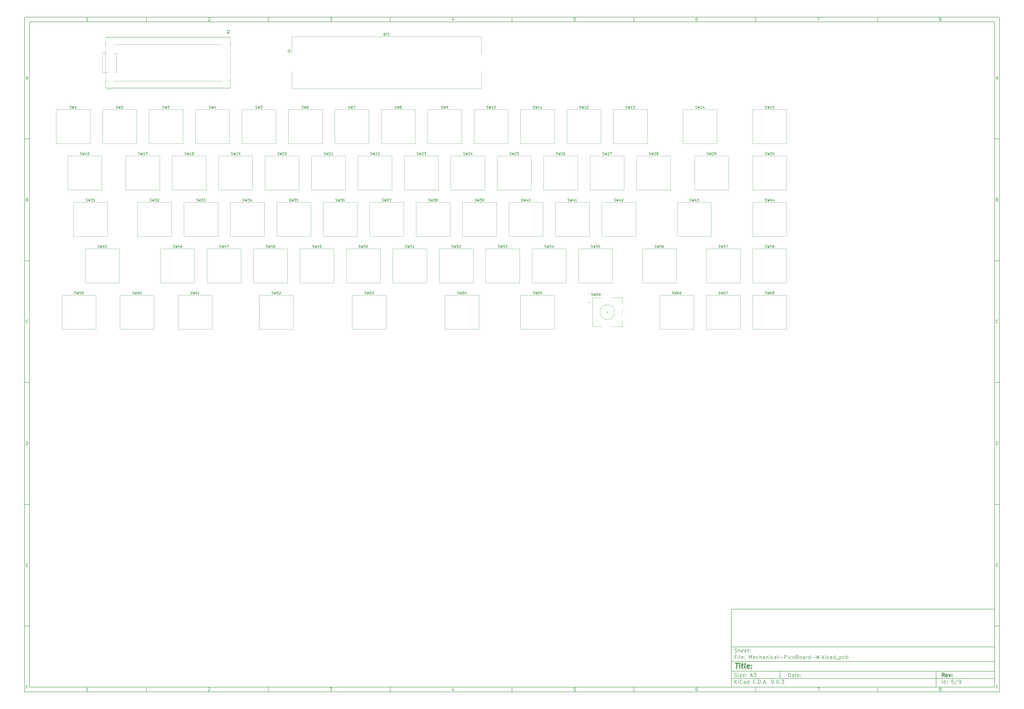
<source format=gto>
%TF.GenerationSoftware,KiCad,Pcbnew,9.0.3*%
%TF.CreationDate,2025-07-17T14:52:48+05:30*%
%TF.ProjectId,Mechanical-PicoBoard-W,4d656368-616e-4696-9361-6c2d5069636f,rev?*%
%TF.SameCoordinates,Original*%
%TF.FileFunction,Legend,Top*%
%TF.FilePolarity,Positive*%
%FSLAX46Y46*%
G04 Gerber Fmt 4.6, Leading zero omitted, Abs format (unit mm)*
G04 Created by KiCad (PCBNEW 9.0.3) date 2025-07-17 14:52:48*
%MOMM*%
%LPD*%
G01*
G04 APERTURE LIST*
%ADD10C,0.100000*%
%ADD11C,0.150000*%
%ADD12C,0.300000*%
%ADD13C,0.400000*%
%ADD14C,0.120000*%
G04 APERTURE END LIST*
D10*
D11*
X299989000Y-253002200D02*
X407989000Y-253002200D01*
X407989000Y-285002200D01*
X299989000Y-285002200D01*
X299989000Y-253002200D01*
D10*
D11*
X10000000Y-10000000D02*
X409989000Y-10000000D01*
X409989000Y-287002200D01*
X10000000Y-287002200D01*
X10000000Y-10000000D01*
D10*
D11*
X12000000Y-12000000D02*
X407989000Y-12000000D01*
X407989000Y-285002200D01*
X12000000Y-285002200D01*
X12000000Y-12000000D01*
D10*
D11*
X60000000Y-12000000D02*
X60000000Y-10000000D01*
D10*
D11*
X110000000Y-12000000D02*
X110000000Y-10000000D01*
D10*
D11*
X160000000Y-12000000D02*
X160000000Y-10000000D01*
D10*
D11*
X210000000Y-12000000D02*
X210000000Y-10000000D01*
D10*
D11*
X260000000Y-12000000D02*
X260000000Y-10000000D01*
D10*
D11*
X310000000Y-12000000D02*
X310000000Y-10000000D01*
D10*
D11*
X360000000Y-12000000D02*
X360000000Y-10000000D01*
D10*
D11*
X36089160Y-11593604D02*
X35346303Y-11593604D01*
X35717731Y-11593604D02*
X35717731Y-10293604D01*
X35717731Y-10293604D02*
X35593922Y-10479319D01*
X35593922Y-10479319D02*
X35470112Y-10603128D01*
X35470112Y-10603128D02*
X35346303Y-10665033D01*
D10*
D11*
X85346303Y-10417414D02*
X85408207Y-10355509D01*
X85408207Y-10355509D02*
X85532017Y-10293604D01*
X85532017Y-10293604D02*
X85841541Y-10293604D01*
X85841541Y-10293604D02*
X85965350Y-10355509D01*
X85965350Y-10355509D02*
X86027255Y-10417414D01*
X86027255Y-10417414D02*
X86089160Y-10541223D01*
X86089160Y-10541223D02*
X86089160Y-10665033D01*
X86089160Y-10665033D02*
X86027255Y-10850747D01*
X86027255Y-10850747D02*
X85284398Y-11593604D01*
X85284398Y-11593604D02*
X86089160Y-11593604D01*
D10*
D11*
X135284398Y-10293604D02*
X136089160Y-10293604D01*
X136089160Y-10293604D02*
X135655826Y-10788842D01*
X135655826Y-10788842D02*
X135841541Y-10788842D01*
X135841541Y-10788842D02*
X135965350Y-10850747D01*
X135965350Y-10850747D02*
X136027255Y-10912652D01*
X136027255Y-10912652D02*
X136089160Y-11036461D01*
X136089160Y-11036461D02*
X136089160Y-11345985D01*
X136089160Y-11345985D02*
X136027255Y-11469795D01*
X136027255Y-11469795D02*
X135965350Y-11531700D01*
X135965350Y-11531700D02*
X135841541Y-11593604D01*
X135841541Y-11593604D02*
X135470112Y-11593604D01*
X135470112Y-11593604D02*
X135346303Y-11531700D01*
X135346303Y-11531700D02*
X135284398Y-11469795D01*
D10*
D11*
X185965350Y-10726938D02*
X185965350Y-11593604D01*
X185655826Y-10231700D02*
X185346303Y-11160271D01*
X185346303Y-11160271D02*
X186151064Y-11160271D01*
D10*
D11*
X236027255Y-10293604D02*
X235408207Y-10293604D01*
X235408207Y-10293604D02*
X235346303Y-10912652D01*
X235346303Y-10912652D02*
X235408207Y-10850747D01*
X235408207Y-10850747D02*
X235532017Y-10788842D01*
X235532017Y-10788842D02*
X235841541Y-10788842D01*
X235841541Y-10788842D02*
X235965350Y-10850747D01*
X235965350Y-10850747D02*
X236027255Y-10912652D01*
X236027255Y-10912652D02*
X236089160Y-11036461D01*
X236089160Y-11036461D02*
X236089160Y-11345985D01*
X236089160Y-11345985D02*
X236027255Y-11469795D01*
X236027255Y-11469795D02*
X235965350Y-11531700D01*
X235965350Y-11531700D02*
X235841541Y-11593604D01*
X235841541Y-11593604D02*
X235532017Y-11593604D01*
X235532017Y-11593604D02*
X235408207Y-11531700D01*
X235408207Y-11531700D02*
X235346303Y-11469795D01*
D10*
D11*
X285965350Y-10293604D02*
X285717731Y-10293604D01*
X285717731Y-10293604D02*
X285593922Y-10355509D01*
X285593922Y-10355509D02*
X285532017Y-10417414D01*
X285532017Y-10417414D02*
X285408207Y-10603128D01*
X285408207Y-10603128D02*
X285346303Y-10850747D01*
X285346303Y-10850747D02*
X285346303Y-11345985D01*
X285346303Y-11345985D02*
X285408207Y-11469795D01*
X285408207Y-11469795D02*
X285470112Y-11531700D01*
X285470112Y-11531700D02*
X285593922Y-11593604D01*
X285593922Y-11593604D02*
X285841541Y-11593604D01*
X285841541Y-11593604D02*
X285965350Y-11531700D01*
X285965350Y-11531700D02*
X286027255Y-11469795D01*
X286027255Y-11469795D02*
X286089160Y-11345985D01*
X286089160Y-11345985D02*
X286089160Y-11036461D01*
X286089160Y-11036461D02*
X286027255Y-10912652D01*
X286027255Y-10912652D02*
X285965350Y-10850747D01*
X285965350Y-10850747D02*
X285841541Y-10788842D01*
X285841541Y-10788842D02*
X285593922Y-10788842D01*
X285593922Y-10788842D02*
X285470112Y-10850747D01*
X285470112Y-10850747D02*
X285408207Y-10912652D01*
X285408207Y-10912652D02*
X285346303Y-11036461D01*
D10*
D11*
X335284398Y-10293604D02*
X336151064Y-10293604D01*
X336151064Y-10293604D02*
X335593922Y-11593604D01*
D10*
D11*
X385593922Y-10850747D02*
X385470112Y-10788842D01*
X385470112Y-10788842D02*
X385408207Y-10726938D01*
X385408207Y-10726938D02*
X385346303Y-10603128D01*
X385346303Y-10603128D02*
X385346303Y-10541223D01*
X385346303Y-10541223D02*
X385408207Y-10417414D01*
X385408207Y-10417414D02*
X385470112Y-10355509D01*
X385470112Y-10355509D02*
X385593922Y-10293604D01*
X385593922Y-10293604D02*
X385841541Y-10293604D01*
X385841541Y-10293604D02*
X385965350Y-10355509D01*
X385965350Y-10355509D02*
X386027255Y-10417414D01*
X386027255Y-10417414D02*
X386089160Y-10541223D01*
X386089160Y-10541223D02*
X386089160Y-10603128D01*
X386089160Y-10603128D02*
X386027255Y-10726938D01*
X386027255Y-10726938D02*
X385965350Y-10788842D01*
X385965350Y-10788842D02*
X385841541Y-10850747D01*
X385841541Y-10850747D02*
X385593922Y-10850747D01*
X385593922Y-10850747D02*
X385470112Y-10912652D01*
X385470112Y-10912652D02*
X385408207Y-10974557D01*
X385408207Y-10974557D02*
X385346303Y-11098366D01*
X385346303Y-11098366D02*
X385346303Y-11345985D01*
X385346303Y-11345985D02*
X385408207Y-11469795D01*
X385408207Y-11469795D02*
X385470112Y-11531700D01*
X385470112Y-11531700D02*
X385593922Y-11593604D01*
X385593922Y-11593604D02*
X385841541Y-11593604D01*
X385841541Y-11593604D02*
X385965350Y-11531700D01*
X385965350Y-11531700D02*
X386027255Y-11469795D01*
X386027255Y-11469795D02*
X386089160Y-11345985D01*
X386089160Y-11345985D02*
X386089160Y-11098366D01*
X386089160Y-11098366D02*
X386027255Y-10974557D01*
X386027255Y-10974557D02*
X385965350Y-10912652D01*
X385965350Y-10912652D02*
X385841541Y-10850747D01*
D10*
D11*
X60000000Y-285002200D02*
X60000000Y-287002200D01*
D10*
D11*
X110000000Y-285002200D02*
X110000000Y-287002200D01*
D10*
D11*
X160000000Y-285002200D02*
X160000000Y-287002200D01*
D10*
D11*
X210000000Y-285002200D02*
X210000000Y-287002200D01*
D10*
D11*
X260000000Y-285002200D02*
X260000000Y-287002200D01*
D10*
D11*
X310000000Y-285002200D02*
X310000000Y-287002200D01*
D10*
D11*
X360000000Y-285002200D02*
X360000000Y-287002200D01*
D10*
D11*
X36089160Y-286595804D02*
X35346303Y-286595804D01*
X35717731Y-286595804D02*
X35717731Y-285295804D01*
X35717731Y-285295804D02*
X35593922Y-285481519D01*
X35593922Y-285481519D02*
X35470112Y-285605328D01*
X35470112Y-285605328D02*
X35346303Y-285667233D01*
D10*
D11*
X85346303Y-285419614D02*
X85408207Y-285357709D01*
X85408207Y-285357709D02*
X85532017Y-285295804D01*
X85532017Y-285295804D02*
X85841541Y-285295804D01*
X85841541Y-285295804D02*
X85965350Y-285357709D01*
X85965350Y-285357709D02*
X86027255Y-285419614D01*
X86027255Y-285419614D02*
X86089160Y-285543423D01*
X86089160Y-285543423D02*
X86089160Y-285667233D01*
X86089160Y-285667233D02*
X86027255Y-285852947D01*
X86027255Y-285852947D02*
X85284398Y-286595804D01*
X85284398Y-286595804D02*
X86089160Y-286595804D01*
D10*
D11*
X135284398Y-285295804D02*
X136089160Y-285295804D01*
X136089160Y-285295804D02*
X135655826Y-285791042D01*
X135655826Y-285791042D02*
X135841541Y-285791042D01*
X135841541Y-285791042D02*
X135965350Y-285852947D01*
X135965350Y-285852947D02*
X136027255Y-285914852D01*
X136027255Y-285914852D02*
X136089160Y-286038661D01*
X136089160Y-286038661D02*
X136089160Y-286348185D01*
X136089160Y-286348185D02*
X136027255Y-286471995D01*
X136027255Y-286471995D02*
X135965350Y-286533900D01*
X135965350Y-286533900D02*
X135841541Y-286595804D01*
X135841541Y-286595804D02*
X135470112Y-286595804D01*
X135470112Y-286595804D02*
X135346303Y-286533900D01*
X135346303Y-286533900D02*
X135284398Y-286471995D01*
D10*
D11*
X185965350Y-285729138D02*
X185965350Y-286595804D01*
X185655826Y-285233900D02*
X185346303Y-286162471D01*
X185346303Y-286162471D02*
X186151064Y-286162471D01*
D10*
D11*
X236027255Y-285295804D02*
X235408207Y-285295804D01*
X235408207Y-285295804D02*
X235346303Y-285914852D01*
X235346303Y-285914852D02*
X235408207Y-285852947D01*
X235408207Y-285852947D02*
X235532017Y-285791042D01*
X235532017Y-285791042D02*
X235841541Y-285791042D01*
X235841541Y-285791042D02*
X235965350Y-285852947D01*
X235965350Y-285852947D02*
X236027255Y-285914852D01*
X236027255Y-285914852D02*
X236089160Y-286038661D01*
X236089160Y-286038661D02*
X236089160Y-286348185D01*
X236089160Y-286348185D02*
X236027255Y-286471995D01*
X236027255Y-286471995D02*
X235965350Y-286533900D01*
X235965350Y-286533900D02*
X235841541Y-286595804D01*
X235841541Y-286595804D02*
X235532017Y-286595804D01*
X235532017Y-286595804D02*
X235408207Y-286533900D01*
X235408207Y-286533900D02*
X235346303Y-286471995D01*
D10*
D11*
X285965350Y-285295804D02*
X285717731Y-285295804D01*
X285717731Y-285295804D02*
X285593922Y-285357709D01*
X285593922Y-285357709D02*
X285532017Y-285419614D01*
X285532017Y-285419614D02*
X285408207Y-285605328D01*
X285408207Y-285605328D02*
X285346303Y-285852947D01*
X285346303Y-285852947D02*
X285346303Y-286348185D01*
X285346303Y-286348185D02*
X285408207Y-286471995D01*
X285408207Y-286471995D02*
X285470112Y-286533900D01*
X285470112Y-286533900D02*
X285593922Y-286595804D01*
X285593922Y-286595804D02*
X285841541Y-286595804D01*
X285841541Y-286595804D02*
X285965350Y-286533900D01*
X285965350Y-286533900D02*
X286027255Y-286471995D01*
X286027255Y-286471995D02*
X286089160Y-286348185D01*
X286089160Y-286348185D02*
X286089160Y-286038661D01*
X286089160Y-286038661D02*
X286027255Y-285914852D01*
X286027255Y-285914852D02*
X285965350Y-285852947D01*
X285965350Y-285852947D02*
X285841541Y-285791042D01*
X285841541Y-285791042D02*
X285593922Y-285791042D01*
X285593922Y-285791042D02*
X285470112Y-285852947D01*
X285470112Y-285852947D02*
X285408207Y-285914852D01*
X285408207Y-285914852D02*
X285346303Y-286038661D01*
D10*
D11*
X335284398Y-285295804D02*
X336151064Y-285295804D01*
X336151064Y-285295804D02*
X335593922Y-286595804D01*
D10*
D11*
X385593922Y-285852947D02*
X385470112Y-285791042D01*
X385470112Y-285791042D02*
X385408207Y-285729138D01*
X385408207Y-285729138D02*
X385346303Y-285605328D01*
X385346303Y-285605328D02*
X385346303Y-285543423D01*
X385346303Y-285543423D02*
X385408207Y-285419614D01*
X385408207Y-285419614D02*
X385470112Y-285357709D01*
X385470112Y-285357709D02*
X385593922Y-285295804D01*
X385593922Y-285295804D02*
X385841541Y-285295804D01*
X385841541Y-285295804D02*
X385965350Y-285357709D01*
X385965350Y-285357709D02*
X386027255Y-285419614D01*
X386027255Y-285419614D02*
X386089160Y-285543423D01*
X386089160Y-285543423D02*
X386089160Y-285605328D01*
X386089160Y-285605328D02*
X386027255Y-285729138D01*
X386027255Y-285729138D02*
X385965350Y-285791042D01*
X385965350Y-285791042D02*
X385841541Y-285852947D01*
X385841541Y-285852947D02*
X385593922Y-285852947D01*
X385593922Y-285852947D02*
X385470112Y-285914852D01*
X385470112Y-285914852D02*
X385408207Y-285976757D01*
X385408207Y-285976757D02*
X385346303Y-286100566D01*
X385346303Y-286100566D02*
X385346303Y-286348185D01*
X385346303Y-286348185D02*
X385408207Y-286471995D01*
X385408207Y-286471995D02*
X385470112Y-286533900D01*
X385470112Y-286533900D02*
X385593922Y-286595804D01*
X385593922Y-286595804D02*
X385841541Y-286595804D01*
X385841541Y-286595804D02*
X385965350Y-286533900D01*
X385965350Y-286533900D02*
X386027255Y-286471995D01*
X386027255Y-286471995D02*
X386089160Y-286348185D01*
X386089160Y-286348185D02*
X386089160Y-286100566D01*
X386089160Y-286100566D02*
X386027255Y-285976757D01*
X386027255Y-285976757D02*
X385965350Y-285914852D01*
X385965350Y-285914852D02*
X385841541Y-285852947D01*
D10*
D11*
X10000000Y-60000000D02*
X12000000Y-60000000D01*
D10*
D11*
X10000000Y-110000000D02*
X12000000Y-110000000D01*
D10*
D11*
X10000000Y-160000000D02*
X12000000Y-160000000D01*
D10*
D11*
X10000000Y-210000000D02*
X12000000Y-210000000D01*
D10*
D11*
X10000000Y-260000000D02*
X12000000Y-260000000D01*
D10*
D11*
X10690476Y-35222176D02*
X11309523Y-35222176D01*
X10566666Y-35593604D02*
X10999999Y-34293604D01*
X10999999Y-34293604D02*
X11433333Y-35593604D01*
D10*
D11*
X11092857Y-84912652D02*
X11278571Y-84974557D01*
X11278571Y-84974557D02*
X11340476Y-85036461D01*
X11340476Y-85036461D02*
X11402380Y-85160271D01*
X11402380Y-85160271D02*
X11402380Y-85345985D01*
X11402380Y-85345985D02*
X11340476Y-85469795D01*
X11340476Y-85469795D02*
X11278571Y-85531700D01*
X11278571Y-85531700D02*
X11154761Y-85593604D01*
X11154761Y-85593604D02*
X10659523Y-85593604D01*
X10659523Y-85593604D02*
X10659523Y-84293604D01*
X10659523Y-84293604D02*
X11092857Y-84293604D01*
X11092857Y-84293604D02*
X11216666Y-84355509D01*
X11216666Y-84355509D02*
X11278571Y-84417414D01*
X11278571Y-84417414D02*
X11340476Y-84541223D01*
X11340476Y-84541223D02*
X11340476Y-84665033D01*
X11340476Y-84665033D02*
X11278571Y-84788842D01*
X11278571Y-84788842D02*
X11216666Y-84850747D01*
X11216666Y-84850747D02*
X11092857Y-84912652D01*
X11092857Y-84912652D02*
X10659523Y-84912652D01*
D10*
D11*
X11402380Y-135469795D02*
X11340476Y-135531700D01*
X11340476Y-135531700D02*
X11154761Y-135593604D01*
X11154761Y-135593604D02*
X11030952Y-135593604D01*
X11030952Y-135593604D02*
X10845238Y-135531700D01*
X10845238Y-135531700D02*
X10721428Y-135407890D01*
X10721428Y-135407890D02*
X10659523Y-135284080D01*
X10659523Y-135284080D02*
X10597619Y-135036461D01*
X10597619Y-135036461D02*
X10597619Y-134850747D01*
X10597619Y-134850747D02*
X10659523Y-134603128D01*
X10659523Y-134603128D02*
X10721428Y-134479319D01*
X10721428Y-134479319D02*
X10845238Y-134355509D01*
X10845238Y-134355509D02*
X11030952Y-134293604D01*
X11030952Y-134293604D02*
X11154761Y-134293604D01*
X11154761Y-134293604D02*
X11340476Y-134355509D01*
X11340476Y-134355509D02*
X11402380Y-134417414D01*
D10*
D11*
X10659523Y-185593604D02*
X10659523Y-184293604D01*
X10659523Y-184293604D02*
X10969047Y-184293604D01*
X10969047Y-184293604D02*
X11154761Y-184355509D01*
X11154761Y-184355509D02*
X11278571Y-184479319D01*
X11278571Y-184479319D02*
X11340476Y-184603128D01*
X11340476Y-184603128D02*
X11402380Y-184850747D01*
X11402380Y-184850747D02*
X11402380Y-185036461D01*
X11402380Y-185036461D02*
X11340476Y-185284080D01*
X11340476Y-185284080D02*
X11278571Y-185407890D01*
X11278571Y-185407890D02*
X11154761Y-185531700D01*
X11154761Y-185531700D02*
X10969047Y-185593604D01*
X10969047Y-185593604D02*
X10659523Y-185593604D01*
D10*
D11*
X10721428Y-234912652D02*
X11154762Y-234912652D01*
X11340476Y-235593604D02*
X10721428Y-235593604D01*
X10721428Y-235593604D02*
X10721428Y-234293604D01*
X10721428Y-234293604D02*
X11340476Y-234293604D01*
D10*
D11*
X11185714Y-284912652D02*
X10752380Y-284912652D01*
X10752380Y-285593604D02*
X10752380Y-284293604D01*
X10752380Y-284293604D02*
X11371428Y-284293604D01*
D10*
D11*
X409989000Y-60000000D02*
X407989000Y-60000000D01*
D10*
D11*
X409989000Y-110000000D02*
X407989000Y-110000000D01*
D10*
D11*
X409989000Y-160000000D02*
X407989000Y-160000000D01*
D10*
D11*
X409989000Y-210000000D02*
X407989000Y-210000000D01*
D10*
D11*
X409989000Y-260000000D02*
X407989000Y-260000000D01*
D10*
D11*
X408679476Y-35222176D02*
X409298523Y-35222176D01*
X408555666Y-35593604D02*
X408988999Y-34293604D01*
X408988999Y-34293604D02*
X409422333Y-35593604D01*
D10*
D11*
X409081857Y-84912652D02*
X409267571Y-84974557D01*
X409267571Y-84974557D02*
X409329476Y-85036461D01*
X409329476Y-85036461D02*
X409391380Y-85160271D01*
X409391380Y-85160271D02*
X409391380Y-85345985D01*
X409391380Y-85345985D02*
X409329476Y-85469795D01*
X409329476Y-85469795D02*
X409267571Y-85531700D01*
X409267571Y-85531700D02*
X409143761Y-85593604D01*
X409143761Y-85593604D02*
X408648523Y-85593604D01*
X408648523Y-85593604D02*
X408648523Y-84293604D01*
X408648523Y-84293604D02*
X409081857Y-84293604D01*
X409081857Y-84293604D02*
X409205666Y-84355509D01*
X409205666Y-84355509D02*
X409267571Y-84417414D01*
X409267571Y-84417414D02*
X409329476Y-84541223D01*
X409329476Y-84541223D02*
X409329476Y-84665033D01*
X409329476Y-84665033D02*
X409267571Y-84788842D01*
X409267571Y-84788842D02*
X409205666Y-84850747D01*
X409205666Y-84850747D02*
X409081857Y-84912652D01*
X409081857Y-84912652D02*
X408648523Y-84912652D01*
D10*
D11*
X409391380Y-135469795D02*
X409329476Y-135531700D01*
X409329476Y-135531700D02*
X409143761Y-135593604D01*
X409143761Y-135593604D02*
X409019952Y-135593604D01*
X409019952Y-135593604D02*
X408834238Y-135531700D01*
X408834238Y-135531700D02*
X408710428Y-135407890D01*
X408710428Y-135407890D02*
X408648523Y-135284080D01*
X408648523Y-135284080D02*
X408586619Y-135036461D01*
X408586619Y-135036461D02*
X408586619Y-134850747D01*
X408586619Y-134850747D02*
X408648523Y-134603128D01*
X408648523Y-134603128D02*
X408710428Y-134479319D01*
X408710428Y-134479319D02*
X408834238Y-134355509D01*
X408834238Y-134355509D02*
X409019952Y-134293604D01*
X409019952Y-134293604D02*
X409143761Y-134293604D01*
X409143761Y-134293604D02*
X409329476Y-134355509D01*
X409329476Y-134355509D02*
X409391380Y-134417414D01*
D10*
D11*
X408648523Y-185593604D02*
X408648523Y-184293604D01*
X408648523Y-184293604D02*
X408958047Y-184293604D01*
X408958047Y-184293604D02*
X409143761Y-184355509D01*
X409143761Y-184355509D02*
X409267571Y-184479319D01*
X409267571Y-184479319D02*
X409329476Y-184603128D01*
X409329476Y-184603128D02*
X409391380Y-184850747D01*
X409391380Y-184850747D02*
X409391380Y-185036461D01*
X409391380Y-185036461D02*
X409329476Y-185284080D01*
X409329476Y-185284080D02*
X409267571Y-185407890D01*
X409267571Y-185407890D02*
X409143761Y-185531700D01*
X409143761Y-185531700D02*
X408958047Y-185593604D01*
X408958047Y-185593604D02*
X408648523Y-185593604D01*
D10*
D11*
X408710428Y-234912652D02*
X409143762Y-234912652D01*
X409329476Y-235593604D02*
X408710428Y-235593604D01*
X408710428Y-235593604D02*
X408710428Y-234293604D01*
X408710428Y-234293604D02*
X409329476Y-234293604D01*
D10*
D11*
X409174714Y-284912652D02*
X408741380Y-284912652D01*
X408741380Y-285593604D02*
X408741380Y-284293604D01*
X408741380Y-284293604D02*
X409360428Y-284293604D01*
D10*
D11*
X323444826Y-280788328D02*
X323444826Y-279288328D01*
X323444826Y-279288328D02*
X323801969Y-279288328D01*
X323801969Y-279288328D02*
X324016255Y-279359757D01*
X324016255Y-279359757D02*
X324159112Y-279502614D01*
X324159112Y-279502614D02*
X324230541Y-279645471D01*
X324230541Y-279645471D02*
X324301969Y-279931185D01*
X324301969Y-279931185D02*
X324301969Y-280145471D01*
X324301969Y-280145471D02*
X324230541Y-280431185D01*
X324230541Y-280431185D02*
X324159112Y-280574042D01*
X324159112Y-280574042D02*
X324016255Y-280716900D01*
X324016255Y-280716900D02*
X323801969Y-280788328D01*
X323801969Y-280788328D02*
X323444826Y-280788328D01*
X325587684Y-280788328D02*
X325587684Y-280002614D01*
X325587684Y-280002614D02*
X325516255Y-279859757D01*
X325516255Y-279859757D02*
X325373398Y-279788328D01*
X325373398Y-279788328D02*
X325087684Y-279788328D01*
X325087684Y-279788328D02*
X324944826Y-279859757D01*
X325587684Y-280716900D02*
X325444826Y-280788328D01*
X325444826Y-280788328D02*
X325087684Y-280788328D01*
X325087684Y-280788328D02*
X324944826Y-280716900D01*
X324944826Y-280716900D02*
X324873398Y-280574042D01*
X324873398Y-280574042D02*
X324873398Y-280431185D01*
X324873398Y-280431185D02*
X324944826Y-280288328D01*
X324944826Y-280288328D02*
X325087684Y-280216900D01*
X325087684Y-280216900D02*
X325444826Y-280216900D01*
X325444826Y-280216900D02*
X325587684Y-280145471D01*
X326087684Y-279788328D02*
X326659112Y-279788328D01*
X326301969Y-279288328D02*
X326301969Y-280574042D01*
X326301969Y-280574042D02*
X326373398Y-280716900D01*
X326373398Y-280716900D02*
X326516255Y-280788328D01*
X326516255Y-280788328D02*
X326659112Y-280788328D01*
X327730541Y-280716900D02*
X327587684Y-280788328D01*
X327587684Y-280788328D02*
X327301970Y-280788328D01*
X327301970Y-280788328D02*
X327159112Y-280716900D01*
X327159112Y-280716900D02*
X327087684Y-280574042D01*
X327087684Y-280574042D02*
X327087684Y-280002614D01*
X327087684Y-280002614D02*
X327159112Y-279859757D01*
X327159112Y-279859757D02*
X327301970Y-279788328D01*
X327301970Y-279788328D02*
X327587684Y-279788328D01*
X327587684Y-279788328D02*
X327730541Y-279859757D01*
X327730541Y-279859757D02*
X327801970Y-280002614D01*
X327801970Y-280002614D02*
X327801970Y-280145471D01*
X327801970Y-280145471D02*
X327087684Y-280288328D01*
X328444826Y-280645471D02*
X328516255Y-280716900D01*
X328516255Y-280716900D02*
X328444826Y-280788328D01*
X328444826Y-280788328D02*
X328373398Y-280716900D01*
X328373398Y-280716900D02*
X328444826Y-280645471D01*
X328444826Y-280645471D02*
X328444826Y-280788328D01*
X328444826Y-279859757D02*
X328516255Y-279931185D01*
X328516255Y-279931185D02*
X328444826Y-280002614D01*
X328444826Y-280002614D02*
X328373398Y-279931185D01*
X328373398Y-279931185D02*
X328444826Y-279859757D01*
X328444826Y-279859757D02*
X328444826Y-280002614D01*
D10*
D11*
X299989000Y-281502200D02*
X407989000Y-281502200D01*
D10*
D11*
X301444826Y-283588328D02*
X301444826Y-282088328D01*
X302301969Y-283588328D02*
X301659112Y-282731185D01*
X302301969Y-282088328D02*
X301444826Y-282945471D01*
X302944826Y-283588328D02*
X302944826Y-282588328D01*
X302944826Y-282088328D02*
X302873398Y-282159757D01*
X302873398Y-282159757D02*
X302944826Y-282231185D01*
X302944826Y-282231185D02*
X303016255Y-282159757D01*
X303016255Y-282159757D02*
X302944826Y-282088328D01*
X302944826Y-282088328D02*
X302944826Y-282231185D01*
X304516255Y-283445471D02*
X304444827Y-283516900D01*
X304444827Y-283516900D02*
X304230541Y-283588328D01*
X304230541Y-283588328D02*
X304087684Y-283588328D01*
X304087684Y-283588328D02*
X303873398Y-283516900D01*
X303873398Y-283516900D02*
X303730541Y-283374042D01*
X303730541Y-283374042D02*
X303659112Y-283231185D01*
X303659112Y-283231185D02*
X303587684Y-282945471D01*
X303587684Y-282945471D02*
X303587684Y-282731185D01*
X303587684Y-282731185D02*
X303659112Y-282445471D01*
X303659112Y-282445471D02*
X303730541Y-282302614D01*
X303730541Y-282302614D02*
X303873398Y-282159757D01*
X303873398Y-282159757D02*
X304087684Y-282088328D01*
X304087684Y-282088328D02*
X304230541Y-282088328D01*
X304230541Y-282088328D02*
X304444827Y-282159757D01*
X304444827Y-282159757D02*
X304516255Y-282231185D01*
X305801970Y-283588328D02*
X305801970Y-282802614D01*
X305801970Y-282802614D02*
X305730541Y-282659757D01*
X305730541Y-282659757D02*
X305587684Y-282588328D01*
X305587684Y-282588328D02*
X305301970Y-282588328D01*
X305301970Y-282588328D02*
X305159112Y-282659757D01*
X305801970Y-283516900D02*
X305659112Y-283588328D01*
X305659112Y-283588328D02*
X305301970Y-283588328D01*
X305301970Y-283588328D02*
X305159112Y-283516900D01*
X305159112Y-283516900D02*
X305087684Y-283374042D01*
X305087684Y-283374042D02*
X305087684Y-283231185D01*
X305087684Y-283231185D02*
X305159112Y-283088328D01*
X305159112Y-283088328D02*
X305301970Y-283016900D01*
X305301970Y-283016900D02*
X305659112Y-283016900D01*
X305659112Y-283016900D02*
X305801970Y-282945471D01*
X307159113Y-283588328D02*
X307159113Y-282088328D01*
X307159113Y-283516900D02*
X307016255Y-283588328D01*
X307016255Y-283588328D02*
X306730541Y-283588328D01*
X306730541Y-283588328D02*
X306587684Y-283516900D01*
X306587684Y-283516900D02*
X306516255Y-283445471D01*
X306516255Y-283445471D02*
X306444827Y-283302614D01*
X306444827Y-283302614D02*
X306444827Y-282874042D01*
X306444827Y-282874042D02*
X306516255Y-282731185D01*
X306516255Y-282731185D02*
X306587684Y-282659757D01*
X306587684Y-282659757D02*
X306730541Y-282588328D01*
X306730541Y-282588328D02*
X307016255Y-282588328D01*
X307016255Y-282588328D02*
X307159113Y-282659757D01*
X309016255Y-282802614D02*
X309516255Y-282802614D01*
X309730541Y-283588328D02*
X309016255Y-283588328D01*
X309016255Y-283588328D02*
X309016255Y-282088328D01*
X309016255Y-282088328D02*
X309730541Y-282088328D01*
X310373398Y-283445471D02*
X310444827Y-283516900D01*
X310444827Y-283516900D02*
X310373398Y-283588328D01*
X310373398Y-283588328D02*
X310301970Y-283516900D01*
X310301970Y-283516900D02*
X310373398Y-283445471D01*
X310373398Y-283445471D02*
X310373398Y-283588328D01*
X311087684Y-283588328D02*
X311087684Y-282088328D01*
X311087684Y-282088328D02*
X311444827Y-282088328D01*
X311444827Y-282088328D02*
X311659113Y-282159757D01*
X311659113Y-282159757D02*
X311801970Y-282302614D01*
X311801970Y-282302614D02*
X311873399Y-282445471D01*
X311873399Y-282445471D02*
X311944827Y-282731185D01*
X311944827Y-282731185D02*
X311944827Y-282945471D01*
X311944827Y-282945471D02*
X311873399Y-283231185D01*
X311873399Y-283231185D02*
X311801970Y-283374042D01*
X311801970Y-283374042D02*
X311659113Y-283516900D01*
X311659113Y-283516900D02*
X311444827Y-283588328D01*
X311444827Y-283588328D02*
X311087684Y-283588328D01*
X312587684Y-283445471D02*
X312659113Y-283516900D01*
X312659113Y-283516900D02*
X312587684Y-283588328D01*
X312587684Y-283588328D02*
X312516256Y-283516900D01*
X312516256Y-283516900D02*
X312587684Y-283445471D01*
X312587684Y-283445471D02*
X312587684Y-283588328D01*
X313230542Y-283159757D02*
X313944828Y-283159757D01*
X313087685Y-283588328D02*
X313587685Y-282088328D01*
X313587685Y-282088328D02*
X314087685Y-283588328D01*
X314587684Y-283445471D02*
X314659113Y-283516900D01*
X314659113Y-283516900D02*
X314587684Y-283588328D01*
X314587684Y-283588328D02*
X314516256Y-283516900D01*
X314516256Y-283516900D02*
X314587684Y-283445471D01*
X314587684Y-283445471D02*
X314587684Y-283588328D01*
X316516256Y-283588328D02*
X316801970Y-283588328D01*
X316801970Y-283588328D02*
X316944827Y-283516900D01*
X316944827Y-283516900D02*
X317016256Y-283445471D01*
X317016256Y-283445471D02*
X317159113Y-283231185D01*
X317159113Y-283231185D02*
X317230542Y-282945471D01*
X317230542Y-282945471D02*
X317230542Y-282374042D01*
X317230542Y-282374042D02*
X317159113Y-282231185D01*
X317159113Y-282231185D02*
X317087685Y-282159757D01*
X317087685Y-282159757D02*
X316944827Y-282088328D01*
X316944827Y-282088328D02*
X316659113Y-282088328D01*
X316659113Y-282088328D02*
X316516256Y-282159757D01*
X316516256Y-282159757D02*
X316444827Y-282231185D01*
X316444827Y-282231185D02*
X316373399Y-282374042D01*
X316373399Y-282374042D02*
X316373399Y-282731185D01*
X316373399Y-282731185D02*
X316444827Y-282874042D01*
X316444827Y-282874042D02*
X316516256Y-282945471D01*
X316516256Y-282945471D02*
X316659113Y-283016900D01*
X316659113Y-283016900D02*
X316944827Y-283016900D01*
X316944827Y-283016900D02*
X317087685Y-282945471D01*
X317087685Y-282945471D02*
X317159113Y-282874042D01*
X317159113Y-282874042D02*
X317230542Y-282731185D01*
X317873398Y-283445471D02*
X317944827Y-283516900D01*
X317944827Y-283516900D02*
X317873398Y-283588328D01*
X317873398Y-283588328D02*
X317801970Y-283516900D01*
X317801970Y-283516900D02*
X317873398Y-283445471D01*
X317873398Y-283445471D02*
X317873398Y-283588328D01*
X318873399Y-282088328D02*
X319016256Y-282088328D01*
X319016256Y-282088328D02*
X319159113Y-282159757D01*
X319159113Y-282159757D02*
X319230542Y-282231185D01*
X319230542Y-282231185D02*
X319301970Y-282374042D01*
X319301970Y-282374042D02*
X319373399Y-282659757D01*
X319373399Y-282659757D02*
X319373399Y-283016900D01*
X319373399Y-283016900D02*
X319301970Y-283302614D01*
X319301970Y-283302614D02*
X319230542Y-283445471D01*
X319230542Y-283445471D02*
X319159113Y-283516900D01*
X319159113Y-283516900D02*
X319016256Y-283588328D01*
X319016256Y-283588328D02*
X318873399Y-283588328D01*
X318873399Y-283588328D02*
X318730542Y-283516900D01*
X318730542Y-283516900D02*
X318659113Y-283445471D01*
X318659113Y-283445471D02*
X318587684Y-283302614D01*
X318587684Y-283302614D02*
X318516256Y-283016900D01*
X318516256Y-283016900D02*
X318516256Y-282659757D01*
X318516256Y-282659757D02*
X318587684Y-282374042D01*
X318587684Y-282374042D02*
X318659113Y-282231185D01*
X318659113Y-282231185D02*
X318730542Y-282159757D01*
X318730542Y-282159757D02*
X318873399Y-282088328D01*
X320016255Y-283445471D02*
X320087684Y-283516900D01*
X320087684Y-283516900D02*
X320016255Y-283588328D01*
X320016255Y-283588328D02*
X319944827Y-283516900D01*
X319944827Y-283516900D02*
X320016255Y-283445471D01*
X320016255Y-283445471D02*
X320016255Y-283588328D01*
X320587684Y-282088328D02*
X321516256Y-282088328D01*
X321516256Y-282088328D02*
X321016256Y-282659757D01*
X321016256Y-282659757D02*
X321230541Y-282659757D01*
X321230541Y-282659757D02*
X321373399Y-282731185D01*
X321373399Y-282731185D02*
X321444827Y-282802614D01*
X321444827Y-282802614D02*
X321516256Y-282945471D01*
X321516256Y-282945471D02*
X321516256Y-283302614D01*
X321516256Y-283302614D02*
X321444827Y-283445471D01*
X321444827Y-283445471D02*
X321373399Y-283516900D01*
X321373399Y-283516900D02*
X321230541Y-283588328D01*
X321230541Y-283588328D02*
X320801970Y-283588328D01*
X320801970Y-283588328D02*
X320659113Y-283516900D01*
X320659113Y-283516900D02*
X320587684Y-283445471D01*
D10*
D11*
X299989000Y-278502200D02*
X407989000Y-278502200D01*
D10*
D12*
X387400653Y-280780528D02*
X386900653Y-280066242D01*
X386543510Y-280780528D02*
X386543510Y-279280528D01*
X386543510Y-279280528D02*
X387114939Y-279280528D01*
X387114939Y-279280528D02*
X387257796Y-279351957D01*
X387257796Y-279351957D02*
X387329225Y-279423385D01*
X387329225Y-279423385D02*
X387400653Y-279566242D01*
X387400653Y-279566242D02*
X387400653Y-279780528D01*
X387400653Y-279780528D02*
X387329225Y-279923385D01*
X387329225Y-279923385D02*
X387257796Y-279994814D01*
X387257796Y-279994814D02*
X387114939Y-280066242D01*
X387114939Y-280066242D02*
X386543510Y-280066242D01*
X388614939Y-280709100D02*
X388472082Y-280780528D01*
X388472082Y-280780528D02*
X388186368Y-280780528D01*
X388186368Y-280780528D02*
X388043510Y-280709100D01*
X388043510Y-280709100D02*
X387972082Y-280566242D01*
X387972082Y-280566242D02*
X387972082Y-279994814D01*
X387972082Y-279994814D02*
X388043510Y-279851957D01*
X388043510Y-279851957D02*
X388186368Y-279780528D01*
X388186368Y-279780528D02*
X388472082Y-279780528D01*
X388472082Y-279780528D02*
X388614939Y-279851957D01*
X388614939Y-279851957D02*
X388686368Y-279994814D01*
X388686368Y-279994814D02*
X388686368Y-280137671D01*
X388686368Y-280137671D02*
X387972082Y-280280528D01*
X389186367Y-279780528D02*
X389543510Y-280780528D01*
X389543510Y-280780528D02*
X389900653Y-279780528D01*
X390472081Y-280637671D02*
X390543510Y-280709100D01*
X390543510Y-280709100D02*
X390472081Y-280780528D01*
X390472081Y-280780528D02*
X390400653Y-280709100D01*
X390400653Y-280709100D02*
X390472081Y-280637671D01*
X390472081Y-280637671D02*
X390472081Y-280780528D01*
X390472081Y-279851957D02*
X390543510Y-279923385D01*
X390543510Y-279923385D02*
X390472081Y-279994814D01*
X390472081Y-279994814D02*
X390400653Y-279923385D01*
X390400653Y-279923385D02*
X390472081Y-279851957D01*
X390472081Y-279851957D02*
X390472081Y-279994814D01*
D10*
D11*
X301373398Y-280716900D02*
X301587684Y-280788328D01*
X301587684Y-280788328D02*
X301944826Y-280788328D01*
X301944826Y-280788328D02*
X302087684Y-280716900D01*
X302087684Y-280716900D02*
X302159112Y-280645471D01*
X302159112Y-280645471D02*
X302230541Y-280502614D01*
X302230541Y-280502614D02*
X302230541Y-280359757D01*
X302230541Y-280359757D02*
X302159112Y-280216900D01*
X302159112Y-280216900D02*
X302087684Y-280145471D01*
X302087684Y-280145471D02*
X301944826Y-280074042D01*
X301944826Y-280074042D02*
X301659112Y-280002614D01*
X301659112Y-280002614D02*
X301516255Y-279931185D01*
X301516255Y-279931185D02*
X301444826Y-279859757D01*
X301444826Y-279859757D02*
X301373398Y-279716900D01*
X301373398Y-279716900D02*
X301373398Y-279574042D01*
X301373398Y-279574042D02*
X301444826Y-279431185D01*
X301444826Y-279431185D02*
X301516255Y-279359757D01*
X301516255Y-279359757D02*
X301659112Y-279288328D01*
X301659112Y-279288328D02*
X302016255Y-279288328D01*
X302016255Y-279288328D02*
X302230541Y-279359757D01*
X302873397Y-280788328D02*
X302873397Y-279788328D01*
X302873397Y-279288328D02*
X302801969Y-279359757D01*
X302801969Y-279359757D02*
X302873397Y-279431185D01*
X302873397Y-279431185D02*
X302944826Y-279359757D01*
X302944826Y-279359757D02*
X302873397Y-279288328D01*
X302873397Y-279288328D02*
X302873397Y-279431185D01*
X303444826Y-279788328D02*
X304230541Y-279788328D01*
X304230541Y-279788328D02*
X303444826Y-280788328D01*
X303444826Y-280788328D02*
X304230541Y-280788328D01*
X305373398Y-280716900D02*
X305230541Y-280788328D01*
X305230541Y-280788328D02*
X304944827Y-280788328D01*
X304944827Y-280788328D02*
X304801969Y-280716900D01*
X304801969Y-280716900D02*
X304730541Y-280574042D01*
X304730541Y-280574042D02*
X304730541Y-280002614D01*
X304730541Y-280002614D02*
X304801969Y-279859757D01*
X304801969Y-279859757D02*
X304944827Y-279788328D01*
X304944827Y-279788328D02*
X305230541Y-279788328D01*
X305230541Y-279788328D02*
X305373398Y-279859757D01*
X305373398Y-279859757D02*
X305444827Y-280002614D01*
X305444827Y-280002614D02*
X305444827Y-280145471D01*
X305444827Y-280145471D02*
X304730541Y-280288328D01*
X306087683Y-280645471D02*
X306159112Y-280716900D01*
X306159112Y-280716900D02*
X306087683Y-280788328D01*
X306087683Y-280788328D02*
X306016255Y-280716900D01*
X306016255Y-280716900D02*
X306087683Y-280645471D01*
X306087683Y-280645471D02*
X306087683Y-280788328D01*
X306087683Y-279859757D02*
X306159112Y-279931185D01*
X306159112Y-279931185D02*
X306087683Y-280002614D01*
X306087683Y-280002614D02*
X306016255Y-279931185D01*
X306016255Y-279931185D02*
X306087683Y-279859757D01*
X306087683Y-279859757D02*
X306087683Y-280002614D01*
X307873398Y-280359757D02*
X308587684Y-280359757D01*
X307730541Y-280788328D02*
X308230541Y-279288328D01*
X308230541Y-279288328D02*
X308730541Y-280788328D01*
X309087683Y-279288328D02*
X310016255Y-279288328D01*
X310016255Y-279288328D02*
X309516255Y-279859757D01*
X309516255Y-279859757D02*
X309730540Y-279859757D01*
X309730540Y-279859757D02*
X309873398Y-279931185D01*
X309873398Y-279931185D02*
X309944826Y-280002614D01*
X309944826Y-280002614D02*
X310016255Y-280145471D01*
X310016255Y-280145471D02*
X310016255Y-280502614D01*
X310016255Y-280502614D02*
X309944826Y-280645471D01*
X309944826Y-280645471D02*
X309873398Y-280716900D01*
X309873398Y-280716900D02*
X309730540Y-280788328D01*
X309730540Y-280788328D02*
X309301969Y-280788328D01*
X309301969Y-280788328D02*
X309159112Y-280716900D01*
X309159112Y-280716900D02*
X309087683Y-280645471D01*
D10*
D11*
X386444826Y-283588328D02*
X386444826Y-282088328D01*
X387801970Y-283588328D02*
X387801970Y-282088328D01*
X387801970Y-283516900D02*
X387659112Y-283588328D01*
X387659112Y-283588328D02*
X387373398Y-283588328D01*
X387373398Y-283588328D02*
X387230541Y-283516900D01*
X387230541Y-283516900D02*
X387159112Y-283445471D01*
X387159112Y-283445471D02*
X387087684Y-283302614D01*
X387087684Y-283302614D02*
X387087684Y-282874042D01*
X387087684Y-282874042D02*
X387159112Y-282731185D01*
X387159112Y-282731185D02*
X387230541Y-282659757D01*
X387230541Y-282659757D02*
X387373398Y-282588328D01*
X387373398Y-282588328D02*
X387659112Y-282588328D01*
X387659112Y-282588328D02*
X387801970Y-282659757D01*
X388516255Y-283445471D02*
X388587684Y-283516900D01*
X388587684Y-283516900D02*
X388516255Y-283588328D01*
X388516255Y-283588328D02*
X388444827Y-283516900D01*
X388444827Y-283516900D02*
X388516255Y-283445471D01*
X388516255Y-283445471D02*
X388516255Y-283588328D01*
X388516255Y-282659757D02*
X388587684Y-282731185D01*
X388587684Y-282731185D02*
X388516255Y-282802614D01*
X388516255Y-282802614D02*
X388444827Y-282731185D01*
X388444827Y-282731185D02*
X388516255Y-282659757D01*
X388516255Y-282659757D02*
X388516255Y-282802614D01*
X391087684Y-282088328D02*
X390373398Y-282088328D01*
X390373398Y-282088328D02*
X390301970Y-282802614D01*
X390301970Y-282802614D02*
X390373398Y-282731185D01*
X390373398Y-282731185D02*
X390516256Y-282659757D01*
X390516256Y-282659757D02*
X390873398Y-282659757D01*
X390873398Y-282659757D02*
X391016256Y-282731185D01*
X391016256Y-282731185D02*
X391087684Y-282802614D01*
X391087684Y-282802614D02*
X391159113Y-282945471D01*
X391159113Y-282945471D02*
X391159113Y-283302614D01*
X391159113Y-283302614D02*
X391087684Y-283445471D01*
X391087684Y-283445471D02*
X391016256Y-283516900D01*
X391016256Y-283516900D02*
X390873398Y-283588328D01*
X390873398Y-283588328D02*
X390516256Y-283588328D01*
X390516256Y-283588328D02*
X390373398Y-283516900D01*
X390373398Y-283516900D02*
X390301970Y-283445471D01*
X392873398Y-282016900D02*
X391587684Y-283945471D01*
X393444827Y-283588328D02*
X393730541Y-283588328D01*
X393730541Y-283588328D02*
X393873398Y-283516900D01*
X393873398Y-283516900D02*
X393944827Y-283445471D01*
X393944827Y-283445471D02*
X394087684Y-283231185D01*
X394087684Y-283231185D02*
X394159113Y-282945471D01*
X394159113Y-282945471D02*
X394159113Y-282374042D01*
X394159113Y-282374042D02*
X394087684Y-282231185D01*
X394087684Y-282231185D02*
X394016256Y-282159757D01*
X394016256Y-282159757D02*
X393873398Y-282088328D01*
X393873398Y-282088328D02*
X393587684Y-282088328D01*
X393587684Y-282088328D02*
X393444827Y-282159757D01*
X393444827Y-282159757D02*
X393373398Y-282231185D01*
X393373398Y-282231185D02*
X393301970Y-282374042D01*
X393301970Y-282374042D02*
X393301970Y-282731185D01*
X393301970Y-282731185D02*
X393373398Y-282874042D01*
X393373398Y-282874042D02*
X393444827Y-282945471D01*
X393444827Y-282945471D02*
X393587684Y-283016900D01*
X393587684Y-283016900D02*
X393873398Y-283016900D01*
X393873398Y-283016900D02*
X394016256Y-282945471D01*
X394016256Y-282945471D02*
X394087684Y-282874042D01*
X394087684Y-282874042D02*
X394159113Y-282731185D01*
D10*
D11*
X299989000Y-274502200D02*
X407989000Y-274502200D01*
D10*
D13*
X301680728Y-275206638D02*
X302823585Y-275206638D01*
X302002157Y-277206638D02*
X302252157Y-275206638D01*
X303240252Y-277206638D02*
X303406919Y-275873304D01*
X303490252Y-275206638D02*
X303383109Y-275301876D01*
X303383109Y-275301876D02*
X303466443Y-275397114D01*
X303466443Y-275397114D02*
X303573586Y-275301876D01*
X303573586Y-275301876D02*
X303490252Y-275206638D01*
X303490252Y-275206638D02*
X303466443Y-275397114D01*
X304073586Y-275873304D02*
X304835490Y-275873304D01*
X304442633Y-275206638D02*
X304228348Y-276920923D01*
X304228348Y-276920923D02*
X304299776Y-277111400D01*
X304299776Y-277111400D02*
X304478348Y-277206638D01*
X304478348Y-277206638D02*
X304668824Y-277206638D01*
X305621205Y-277206638D02*
X305442633Y-277111400D01*
X305442633Y-277111400D02*
X305371205Y-276920923D01*
X305371205Y-276920923D02*
X305585490Y-275206638D01*
X307156919Y-277111400D02*
X306954538Y-277206638D01*
X306954538Y-277206638D02*
X306573585Y-277206638D01*
X306573585Y-277206638D02*
X306395014Y-277111400D01*
X306395014Y-277111400D02*
X306323585Y-276920923D01*
X306323585Y-276920923D02*
X306418824Y-276159019D01*
X306418824Y-276159019D02*
X306537871Y-275968542D01*
X306537871Y-275968542D02*
X306740252Y-275873304D01*
X306740252Y-275873304D02*
X307121204Y-275873304D01*
X307121204Y-275873304D02*
X307299776Y-275968542D01*
X307299776Y-275968542D02*
X307371204Y-276159019D01*
X307371204Y-276159019D02*
X307347395Y-276349495D01*
X307347395Y-276349495D02*
X306371204Y-276539971D01*
X308121205Y-277016161D02*
X308204538Y-277111400D01*
X308204538Y-277111400D02*
X308097395Y-277206638D01*
X308097395Y-277206638D02*
X308014062Y-277111400D01*
X308014062Y-277111400D02*
X308121205Y-277016161D01*
X308121205Y-277016161D02*
X308097395Y-277206638D01*
X308252157Y-275968542D02*
X308335490Y-276063780D01*
X308335490Y-276063780D02*
X308228348Y-276159019D01*
X308228348Y-276159019D02*
X308145014Y-276063780D01*
X308145014Y-276063780D02*
X308252157Y-275968542D01*
X308252157Y-275968542D02*
X308228348Y-276159019D01*
D10*
D11*
X301944826Y-272602614D02*
X301444826Y-272602614D01*
X301444826Y-273388328D02*
X301444826Y-271888328D01*
X301444826Y-271888328D02*
X302159112Y-271888328D01*
X302730540Y-273388328D02*
X302730540Y-272388328D01*
X302730540Y-271888328D02*
X302659112Y-271959757D01*
X302659112Y-271959757D02*
X302730540Y-272031185D01*
X302730540Y-272031185D02*
X302801969Y-271959757D01*
X302801969Y-271959757D02*
X302730540Y-271888328D01*
X302730540Y-271888328D02*
X302730540Y-272031185D01*
X303659112Y-273388328D02*
X303516255Y-273316900D01*
X303516255Y-273316900D02*
X303444826Y-273174042D01*
X303444826Y-273174042D02*
X303444826Y-271888328D01*
X304801969Y-273316900D02*
X304659112Y-273388328D01*
X304659112Y-273388328D02*
X304373398Y-273388328D01*
X304373398Y-273388328D02*
X304230540Y-273316900D01*
X304230540Y-273316900D02*
X304159112Y-273174042D01*
X304159112Y-273174042D02*
X304159112Y-272602614D01*
X304159112Y-272602614D02*
X304230540Y-272459757D01*
X304230540Y-272459757D02*
X304373398Y-272388328D01*
X304373398Y-272388328D02*
X304659112Y-272388328D01*
X304659112Y-272388328D02*
X304801969Y-272459757D01*
X304801969Y-272459757D02*
X304873398Y-272602614D01*
X304873398Y-272602614D02*
X304873398Y-272745471D01*
X304873398Y-272745471D02*
X304159112Y-272888328D01*
X305516254Y-273245471D02*
X305587683Y-273316900D01*
X305587683Y-273316900D02*
X305516254Y-273388328D01*
X305516254Y-273388328D02*
X305444826Y-273316900D01*
X305444826Y-273316900D02*
X305516254Y-273245471D01*
X305516254Y-273245471D02*
X305516254Y-273388328D01*
X305516254Y-272459757D02*
X305587683Y-272531185D01*
X305587683Y-272531185D02*
X305516254Y-272602614D01*
X305516254Y-272602614D02*
X305444826Y-272531185D01*
X305444826Y-272531185D02*
X305516254Y-272459757D01*
X305516254Y-272459757D02*
X305516254Y-272602614D01*
X307373397Y-273388328D02*
X307373397Y-271888328D01*
X307373397Y-271888328D02*
X307873397Y-272959757D01*
X307873397Y-272959757D02*
X308373397Y-271888328D01*
X308373397Y-271888328D02*
X308373397Y-273388328D01*
X309659112Y-273316900D02*
X309516255Y-273388328D01*
X309516255Y-273388328D02*
X309230541Y-273388328D01*
X309230541Y-273388328D02*
X309087683Y-273316900D01*
X309087683Y-273316900D02*
X309016255Y-273174042D01*
X309016255Y-273174042D02*
X309016255Y-272602614D01*
X309016255Y-272602614D02*
X309087683Y-272459757D01*
X309087683Y-272459757D02*
X309230541Y-272388328D01*
X309230541Y-272388328D02*
X309516255Y-272388328D01*
X309516255Y-272388328D02*
X309659112Y-272459757D01*
X309659112Y-272459757D02*
X309730541Y-272602614D01*
X309730541Y-272602614D02*
X309730541Y-272745471D01*
X309730541Y-272745471D02*
X309016255Y-272888328D01*
X311016255Y-273316900D02*
X310873397Y-273388328D01*
X310873397Y-273388328D02*
X310587683Y-273388328D01*
X310587683Y-273388328D02*
X310444826Y-273316900D01*
X310444826Y-273316900D02*
X310373397Y-273245471D01*
X310373397Y-273245471D02*
X310301969Y-273102614D01*
X310301969Y-273102614D02*
X310301969Y-272674042D01*
X310301969Y-272674042D02*
X310373397Y-272531185D01*
X310373397Y-272531185D02*
X310444826Y-272459757D01*
X310444826Y-272459757D02*
X310587683Y-272388328D01*
X310587683Y-272388328D02*
X310873397Y-272388328D01*
X310873397Y-272388328D02*
X311016255Y-272459757D01*
X311659111Y-273388328D02*
X311659111Y-271888328D01*
X312301969Y-273388328D02*
X312301969Y-272602614D01*
X312301969Y-272602614D02*
X312230540Y-272459757D01*
X312230540Y-272459757D02*
X312087683Y-272388328D01*
X312087683Y-272388328D02*
X311873397Y-272388328D01*
X311873397Y-272388328D02*
X311730540Y-272459757D01*
X311730540Y-272459757D02*
X311659111Y-272531185D01*
X313659112Y-273388328D02*
X313659112Y-272602614D01*
X313659112Y-272602614D02*
X313587683Y-272459757D01*
X313587683Y-272459757D02*
X313444826Y-272388328D01*
X313444826Y-272388328D02*
X313159112Y-272388328D01*
X313159112Y-272388328D02*
X313016254Y-272459757D01*
X313659112Y-273316900D02*
X313516254Y-273388328D01*
X313516254Y-273388328D02*
X313159112Y-273388328D01*
X313159112Y-273388328D02*
X313016254Y-273316900D01*
X313016254Y-273316900D02*
X312944826Y-273174042D01*
X312944826Y-273174042D02*
X312944826Y-273031185D01*
X312944826Y-273031185D02*
X313016254Y-272888328D01*
X313016254Y-272888328D02*
X313159112Y-272816900D01*
X313159112Y-272816900D02*
X313516254Y-272816900D01*
X313516254Y-272816900D02*
X313659112Y-272745471D01*
X314373397Y-272388328D02*
X314373397Y-273388328D01*
X314373397Y-272531185D02*
X314444826Y-272459757D01*
X314444826Y-272459757D02*
X314587683Y-272388328D01*
X314587683Y-272388328D02*
X314801969Y-272388328D01*
X314801969Y-272388328D02*
X314944826Y-272459757D01*
X314944826Y-272459757D02*
X315016255Y-272602614D01*
X315016255Y-272602614D02*
X315016255Y-273388328D01*
X315730540Y-273388328D02*
X315730540Y-272388328D01*
X315730540Y-271888328D02*
X315659112Y-271959757D01*
X315659112Y-271959757D02*
X315730540Y-272031185D01*
X315730540Y-272031185D02*
X315801969Y-271959757D01*
X315801969Y-271959757D02*
X315730540Y-271888328D01*
X315730540Y-271888328D02*
X315730540Y-272031185D01*
X317087684Y-273316900D02*
X316944826Y-273388328D01*
X316944826Y-273388328D02*
X316659112Y-273388328D01*
X316659112Y-273388328D02*
X316516255Y-273316900D01*
X316516255Y-273316900D02*
X316444826Y-273245471D01*
X316444826Y-273245471D02*
X316373398Y-273102614D01*
X316373398Y-273102614D02*
X316373398Y-272674042D01*
X316373398Y-272674042D02*
X316444826Y-272531185D01*
X316444826Y-272531185D02*
X316516255Y-272459757D01*
X316516255Y-272459757D02*
X316659112Y-272388328D01*
X316659112Y-272388328D02*
X316944826Y-272388328D01*
X316944826Y-272388328D02*
X317087684Y-272459757D01*
X318373398Y-273388328D02*
X318373398Y-272602614D01*
X318373398Y-272602614D02*
X318301969Y-272459757D01*
X318301969Y-272459757D02*
X318159112Y-272388328D01*
X318159112Y-272388328D02*
X317873398Y-272388328D01*
X317873398Y-272388328D02*
X317730540Y-272459757D01*
X318373398Y-273316900D02*
X318230540Y-273388328D01*
X318230540Y-273388328D02*
X317873398Y-273388328D01*
X317873398Y-273388328D02*
X317730540Y-273316900D01*
X317730540Y-273316900D02*
X317659112Y-273174042D01*
X317659112Y-273174042D02*
X317659112Y-273031185D01*
X317659112Y-273031185D02*
X317730540Y-272888328D01*
X317730540Y-272888328D02*
X317873398Y-272816900D01*
X317873398Y-272816900D02*
X318230540Y-272816900D01*
X318230540Y-272816900D02*
X318373398Y-272745471D01*
X319301969Y-273388328D02*
X319159112Y-273316900D01*
X319159112Y-273316900D02*
X319087683Y-273174042D01*
X319087683Y-273174042D02*
X319087683Y-271888328D01*
X319873397Y-272816900D02*
X321016255Y-272816900D01*
X321730540Y-273388328D02*
X321730540Y-271888328D01*
X321730540Y-271888328D02*
X322301969Y-271888328D01*
X322301969Y-271888328D02*
X322444826Y-271959757D01*
X322444826Y-271959757D02*
X322516255Y-272031185D01*
X322516255Y-272031185D02*
X322587683Y-272174042D01*
X322587683Y-272174042D02*
X322587683Y-272388328D01*
X322587683Y-272388328D02*
X322516255Y-272531185D01*
X322516255Y-272531185D02*
X322444826Y-272602614D01*
X322444826Y-272602614D02*
X322301969Y-272674042D01*
X322301969Y-272674042D02*
X321730540Y-272674042D01*
X323230540Y-273388328D02*
X323230540Y-272388328D01*
X323230540Y-271888328D02*
X323159112Y-271959757D01*
X323159112Y-271959757D02*
X323230540Y-272031185D01*
X323230540Y-272031185D02*
X323301969Y-271959757D01*
X323301969Y-271959757D02*
X323230540Y-271888328D01*
X323230540Y-271888328D02*
X323230540Y-272031185D01*
X324587684Y-273316900D02*
X324444826Y-273388328D01*
X324444826Y-273388328D02*
X324159112Y-273388328D01*
X324159112Y-273388328D02*
X324016255Y-273316900D01*
X324016255Y-273316900D02*
X323944826Y-273245471D01*
X323944826Y-273245471D02*
X323873398Y-273102614D01*
X323873398Y-273102614D02*
X323873398Y-272674042D01*
X323873398Y-272674042D02*
X323944826Y-272531185D01*
X323944826Y-272531185D02*
X324016255Y-272459757D01*
X324016255Y-272459757D02*
X324159112Y-272388328D01*
X324159112Y-272388328D02*
X324444826Y-272388328D01*
X324444826Y-272388328D02*
X324587684Y-272459757D01*
X325444826Y-273388328D02*
X325301969Y-273316900D01*
X325301969Y-273316900D02*
X325230540Y-273245471D01*
X325230540Y-273245471D02*
X325159112Y-273102614D01*
X325159112Y-273102614D02*
X325159112Y-272674042D01*
X325159112Y-272674042D02*
X325230540Y-272531185D01*
X325230540Y-272531185D02*
X325301969Y-272459757D01*
X325301969Y-272459757D02*
X325444826Y-272388328D01*
X325444826Y-272388328D02*
X325659112Y-272388328D01*
X325659112Y-272388328D02*
X325801969Y-272459757D01*
X325801969Y-272459757D02*
X325873398Y-272531185D01*
X325873398Y-272531185D02*
X325944826Y-272674042D01*
X325944826Y-272674042D02*
X325944826Y-273102614D01*
X325944826Y-273102614D02*
X325873398Y-273245471D01*
X325873398Y-273245471D02*
X325801969Y-273316900D01*
X325801969Y-273316900D02*
X325659112Y-273388328D01*
X325659112Y-273388328D02*
X325444826Y-273388328D01*
X327087683Y-272602614D02*
X327301969Y-272674042D01*
X327301969Y-272674042D02*
X327373398Y-272745471D01*
X327373398Y-272745471D02*
X327444826Y-272888328D01*
X327444826Y-272888328D02*
X327444826Y-273102614D01*
X327444826Y-273102614D02*
X327373398Y-273245471D01*
X327373398Y-273245471D02*
X327301969Y-273316900D01*
X327301969Y-273316900D02*
X327159112Y-273388328D01*
X327159112Y-273388328D02*
X326587683Y-273388328D01*
X326587683Y-273388328D02*
X326587683Y-271888328D01*
X326587683Y-271888328D02*
X327087683Y-271888328D01*
X327087683Y-271888328D02*
X327230541Y-271959757D01*
X327230541Y-271959757D02*
X327301969Y-272031185D01*
X327301969Y-272031185D02*
X327373398Y-272174042D01*
X327373398Y-272174042D02*
X327373398Y-272316900D01*
X327373398Y-272316900D02*
X327301969Y-272459757D01*
X327301969Y-272459757D02*
X327230541Y-272531185D01*
X327230541Y-272531185D02*
X327087683Y-272602614D01*
X327087683Y-272602614D02*
X326587683Y-272602614D01*
X328301969Y-273388328D02*
X328159112Y-273316900D01*
X328159112Y-273316900D02*
X328087683Y-273245471D01*
X328087683Y-273245471D02*
X328016255Y-273102614D01*
X328016255Y-273102614D02*
X328016255Y-272674042D01*
X328016255Y-272674042D02*
X328087683Y-272531185D01*
X328087683Y-272531185D02*
X328159112Y-272459757D01*
X328159112Y-272459757D02*
X328301969Y-272388328D01*
X328301969Y-272388328D02*
X328516255Y-272388328D01*
X328516255Y-272388328D02*
X328659112Y-272459757D01*
X328659112Y-272459757D02*
X328730541Y-272531185D01*
X328730541Y-272531185D02*
X328801969Y-272674042D01*
X328801969Y-272674042D02*
X328801969Y-273102614D01*
X328801969Y-273102614D02*
X328730541Y-273245471D01*
X328730541Y-273245471D02*
X328659112Y-273316900D01*
X328659112Y-273316900D02*
X328516255Y-273388328D01*
X328516255Y-273388328D02*
X328301969Y-273388328D01*
X330087684Y-273388328D02*
X330087684Y-272602614D01*
X330087684Y-272602614D02*
X330016255Y-272459757D01*
X330016255Y-272459757D02*
X329873398Y-272388328D01*
X329873398Y-272388328D02*
X329587684Y-272388328D01*
X329587684Y-272388328D02*
X329444826Y-272459757D01*
X330087684Y-273316900D02*
X329944826Y-273388328D01*
X329944826Y-273388328D02*
X329587684Y-273388328D01*
X329587684Y-273388328D02*
X329444826Y-273316900D01*
X329444826Y-273316900D02*
X329373398Y-273174042D01*
X329373398Y-273174042D02*
X329373398Y-273031185D01*
X329373398Y-273031185D02*
X329444826Y-272888328D01*
X329444826Y-272888328D02*
X329587684Y-272816900D01*
X329587684Y-272816900D02*
X329944826Y-272816900D01*
X329944826Y-272816900D02*
X330087684Y-272745471D01*
X330801969Y-273388328D02*
X330801969Y-272388328D01*
X330801969Y-272674042D02*
X330873398Y-272531185D01*
X330873398Y-272531185D02*
X330944827Y-272459757D01*
X330944827Y-272459757D02*
X331087684Y-272388328D01*
X331087684Y-272388328D02*
X331230541Y-272388328D01*
X332373398Y-273388328D02*
X332373398Y-271888328D01*
X332373398Y-273316900D02*
X332230540Y-273388328D01*
X332230540Y-273388328D02*
X331944826Y-273388328D01*
X331944826Y-273388328D02*
X331801969Y-273316900D01*
X331801969Y-273316900D02*
X331730540Y-273245471D01*
X331730540Y-273245471D02*
X331659112Y-273102614D01*
X331659112Y-273102614D02*
X331659112Y-272674042D01*
X331659112Y-272674042D02*
X331730540Y-272531185D01*
X331730540Y-272531185D02*
X331801969Y-272459757D01*
X331801969Y-272459757D02*
X331944826Y-272388328D01*
X331944826Y-272388328D02*
X332230540Y-272388328D01*
X332230540Y-272388328D02*
X332373398Y-272459757D01*
X333087683Y-272816900D02*
X334230541Y-272816900D01*
X334801969Y-271888328D02*
X335159112Y-273388328D01*
X335159112Y-273388328D02*
X335444826Y-272316900D01*
X335444826Y-272316900D02*
X335730541Y-273388328D01*
X335730541Y-273388328D02*
X336087684Y-271888328D01*
X336659112Y-273245471D02*
X336730541Y-273316900D01*
X336730541Y-273316900D02*
X336659112Y-273388328D01*
X336659112Y-273388328D02*
X336587684Y-273316900D01*
X336587684Y-273316900D02*
X336659112Y-273245471D01*
X336659112Y-273245471D02*
X336659112Y-273388328D01*
X337373398Y-273388328D02*
X337373398Y-271888328D01*
X337516256Y-272816900D02*
X337944827Y-273388328D01*
X337944827Y-272388328D02*
X337373398Y-272959757D01*
X338587684Y-273388328D02*
X338587684Y-272388328D01*
X338587684Y-271888328D02*
X338516256Y-271959757D01*
X338516256Y-271959757D02*
X338587684Y-272031185D01*
X338587684Y-272031185D02*
X338659113Y-271959757D01*
X338659113Y-271959757D02*
X338587684Y-271888328D01*
X338587684Y-271888328D02*
X338587684Y-272031185D01*
X339944828Y-273316900D02*
X339801970Y-273388328D01*
X339801970Y-273388328D02*
X339516256Y-273388328D01*
X339516256Y-273388328D02*
X339373399Y-273316900D01*
X339373399Y-273316900D02*
X339301970Y-273245471D01*
X339301970Y-273245471D02*
X339230542Y-273102614D01*
X339230542Y-273102614D02*
X339230542Y-272674042D01*
X339230542Y-272674042D02*
X339301970Y-272531185D01*
X339301970Y-272531185D02*
X339373399Y-272459757D01*
X339373399Y-272459757D02*
X339516256Y-272388328D01*
X339516256Y-272388328D02*
X339801970Y-272388328D01*
X339801970Y-272388328D02*
X339944828Y-272459757D01*
X341230542Y-273388328D02*
X341230542Y-272602614D01*
X341230542Y-272602614D02*
X341159113Y-272459757D01*
X341159113Y-272459757D02*
X341016256Y-272388328D01*
X341016256Y-272388328D02*
X340730542Y-272388328D01*
X340730542Y-272388328D02*
X340587684Y-272459757D01*
X341230542Y-273316900D02*
X341087684Y-273388328D01*
X341087684Y-273388328D02*
X340730542Y-273388328D01*
X340730542Y-273388328D02*
X340587684Y-273316900D01*
X340587684Y-273316900D02*
X340516256Y-273174042D01*
X340516256Y-273174042D02*
X340516256Y-273031185D01*
X340516256Y-273031185D02*
X340587684Y-272888328D01*
X340587684Y-272888328D02*
X340730542Y-272816900D01*
X340730542Y-272816900D02*
X341087684Y-272816900D01*
X341087684Y-272816900D02*
X341230542Y-272745471D01*
X342587685Y-273388328D02*
X342587685Y-271888328D01*
X342587685Y-273316900D02*
X342444827Y-273388328D01*
X342444827Y-273388328D02*
X342159113Y-273388328D01*
X342159113Y-273388328D02*
X342016256Y-273316900D01*
X342016256Y-273316900D02*
X341944827Y-273245471D01*
X341944827Y-273245471D02*
X341873399Y-273102614D01*
X341873399Y-273102614D02*
X341873399Y-272674042D01*
X341873399Y-272674042D02*
X341944827Y-272531185D01*
X341944827Y-272531185D02*
X342016256Y-272459757D01*
X342016256Y-272459757D02*
X342159113Y-272388328D01*
X342159113Y-272388328D02*
X342444827Y-272388328D01*
X342444827Y-272388328D02*
X342587685Y-272459757D01*
X342944828Y-273531185D02*
X344087685Y-273531185D01*
X344444827Y-272388328D02*
X344444827Y-273888328D01*
X344444827Y-272459757D02*
X344587685Y-272388328D01*
X344587685Y-272388328D02*
X344873399Y-272388328D01*
X344873399Y-272388328D02*
X345016256Y-272459757D01*
X345016256Y-272459757D02*
X345087685Y-272531185D01*
X345087685Y-272531185D02*
X345159113Y-272674042D01*
X345159113Y-272674042D02*
X345159113Y-273102614D01*
X345159113Y-273102614D02*
X345087685Y-273245471D01*
X345087685Y-273245471D02*
X345016256Y-273316900D01*
X345016256Y-273316900D02*
X344873399Y-273388328D01*
X344873399Y-273388328D02*
X344587685Y-273388328D01*
X344587685Y-273388328D02*
X344444827Y-273316900D01*
X346444828Y-273316900D02*
X346301970Y-273388328D01*
X346301970Y-273388328D02*
X346016256Y-273388328D01*
X346016256Y-273388328D02*
X345873399Y-273316900D01*
X345873399Y-273316900D02*
X345801970Y-273245471D01*
X345801970Y-273245471D02*
X345730542Y-273102614D01*
X345730542Y-273102614D02*
X345730542Y-272674042D01*
X345730542Y-272674042D02*
X345801970Y-272531185D01*
X345801970Y-272531185D02*
X345873399Y-272459757D01*
X345873399Y-272459757D02*
X346016256Y-272388328D01*
X346016256Y-272388328D02*
X346301970Y-272388328D01*
X346301970Y-272388328D02*
X346444828Y-272459757D01*
X347087684Y-273388328D02*
X347087684Y-271888328D01*
X347087684Y-272459757D02*
X347230542Y-272388328D01*
X347230542Y-272388328D02*
X347516256Y-272388328D01*
X347516256Y-272388328D02*
X347659113Y-272459757D01*
X347659113Y-272459757D02*
X347730542Y-272531185D01*
X347730542Y-272531185D02*
X347801970Y-272674042D01*
X347801970Y-272674042D02*
X347801970Y-273102614D01*
X347801970Y-273102614D02*
X347730542Y-273245471D01*
X347730542Y-273245471D02*
X347659113Y-273316900D01*
X347659113Y-273316900D02*
X347516256Y-273388328D01*
X347516256Y-273388328D02*
X347230542Y-273388328D01*
X347230542Y-273388328D02*
X347087684Y-273316900D01*
D10*
D11*
X299989000Y-268502200D02*
X407989000Y-268502200D01*
D10*
D11*
X301373398Y-270616900D02*
X301587684Y-270688328D01*
X301587684Y-270688328D02*
X301944826Y-270688328D01*
X301944826Y-270688328D02*
X302087684Y-270616900D01*
X302087684Y-270616900D02*
X302159112Y-270545471D01*
X302159112Y-270545471D02*
X302230541Y-270402614D01*
X302230541Y-270402614D02*
X302230541Y-270259757D01*
X302230541Y-270259757D02*
X302159112Y-270116900D01*
X302159112Y-270116900D02*
X302087684Y-270045471D01*
X302087684Y-270045471D02*
X301944826Y-269974042D01*
X301944826Y-269974042D02*
X301659112Y-269902614D01*
X301659112Y-269902614D02*
X301516255Y-269831185D01*
X301516255Y-269831185D02*
X301444826Y-269759757D01*
X301444826Y-269759757D02*
X301373398Y-269616900D01*
X301373398Y-269616900D02*
X301373398Y-269474042D01*
X301373398Y-269474042D02*
X301444826Y-269331185D01*
X301444826Y-269331185D02*
X301516255Y-269259757D01*
X301516255Y-269259757D02*
X301659112Y-269188328D01*
X301659112Y-269188328D02*
X302016255Y-269188328D01*
X302016255Y-269188328D02*
X302230541Y-269259757D01*
X302873397Y-270688328D02*
X302873397Y-269188328D01*
X303516255Y-270688328D02*
X303516255Y-269902614D01*
X303516255Y-269902614D02*
X303444826Y-269759757D01*
X303444826Y-269759757D02*
X303301969Y-269688328D01*
X303301969Y-269688328D02*
X303087683Y-269688328D01*
X303087683Y-269688328D02*
X302944826Y-269759757D01*
X302944826Y-269759757D02*
X302873397Y-269831185D01*
X304801969Y-270616900D02*
X304659112Y-270688328D01*
X304659112Y-270688328D02*
X304373398Y-270688328D01*
X304373398Y-270688328D02*
X304230540Y-270616900D01*
X304230540Y-270616900D02*
X304159112Y-270474042D01*
X304159112Y-270474042D02*
X304159112Y-269902614D01*
X304159112Y-269902614D02*
X304230540Y-269759757D01*
X304230540Y-269759757D02*
X304373398Y-269688328D01*
X304373398Y-269688328D02*
X304659112Y-269688328D01*
X304659112Y-269688328D02*
X304801969Y-269759757D01*
X304801969Y-269759757D02*
X304873398Y-269902614D01*
X304873398Y-269902614D02*
X304873398Y-270045471D01*
X304873398Y-270045471D02*
X304159112Y-270188328D01*
X306087683Y-270616900D02*
X305944826Y-270688328D01*
X305944826Y-270688328D02*
X305659112Y-270688328D01*
X305659112Y-270688328D02*
X305516254Y-270616900D01*
X305516254Y-270616900D02*
X305444826Y-270474042D01*
X305444826Y-270474042D02*
X305444826Y-269902614D01*
X305444826Y-269902614D02*
X305516254Y-269759757D01*
X305516254Y-269759757D02*
X305659112Y-269688328D01*
X305659112Y-269688328D02*
X305944826Y-269688328D01*
X305944826Y-269688328D02*
X306087683Y-269759757D01*
X306087683Y-269759757D02*
X306159112Y-269902614D01*
X306159112Y-269902614D02*
X306159112Y-270045471D01*
X306159112Y-270045471D02*
X305444826Y-270188328D01*
X306587683Y-269688328D02*
X307159111Y-269688328D01*
X306801968Y-269188328D02*
X306801968Y-270474042D01*
X306801968Y-270474042D02*
X306873397Y-270616900D01*
X306873397Y-270616900D02*
X307016254Y-270688328D01*
X307016254Y-270688328D02*
X307159111Y-270688328D01*
X307659111Y-270545471D02*
X307730540Y-270616900D01*
X307730540Y-270616900D02*
X307659111Y-270688328D01*
X307659111Y-270688328D02*
X307587683Y-270616900D01*
X307587683Y-270616900D02*
X307659111Y-270545471D01*
X307659111Y-270545471D02*
X307659111Y-270688328D01*
X307659111Y-269759757D02*
X307730540Y-269831185D01*
X307730540Y-269831185D02*
X307659111Y-269902614D01*
X307659111Y-269902614D02*
X307587683Y-269831185D01*
X307587683Y-269831185D02*
X307659111Y-269759757D01*
X307659111Y-269759757D02*
X307659111Y-269902614D01*
D10*
D11*
X319989000Y-278502200D02*
X319989000Y-281502200D01*
D10*
D11*
X383989000Y-278502200D02*
X383989000Y-285002200D01*
X157729285Y-17137884D02*
X157872142Y-17185503D01*
X157872142Y-17185503D02*
X157919761Y-17233122D01*
X157919761Y-17233122D02*
X157967380Y-17328360D01*
X157967380Y-17328360D02*
X157967380Y-17471217D01*
X157967380Y-17471217D02*
X157919761Y-17566455D01*
X157919761Y-17566455D02*
X157872142Y-17614075D01*
X157872142Y-17614075D02*
X157776904Y-17661694D01*
X157776904Y-17661694D02*
X157395952Y-17661694D01*
X157395952Y-17661694D02*
X157395952Y-16661694D01*
X157395952Y-16661694D02*
X157729285Y-16661694D01*
X157729285Y-16661694D02*
X157824523Y-16709313D01*
X157824523Y-16709313D02*
X157872142Y-16756932D01*
X157872142Y-16756932D02*
X157919761Y-16852170D01*
X157919761Y-16852170D02*
X157919761Y-16947408D01*
X157919761Y-16947408D02*
X157872142Y-17042646D01*
X157872142Y-17042646D02*
X157824523Y-17090265D01*
X157824523Y-17090265D02*
X157729285Y-17137884D01*
X157729285Y-17137884D02*
X157395952Y-17137884D01*
X158253095Y-16661694D02*
X158824523Y-16661694D01*
X158538809Y-17661694D02*
X158538809Y-16661694D01*
X159681666Y-17661694D02*
X159110238Y-17661694D01*
X159395952Y-17661694D02*
X159395952Y-16661694D01*
X159395952Y-16661694D02*
X159300714Y-16804551D01*
X159300714Y-16804551D02*
X159205476Y-16899789D01*
X159205476Y-16899789D02*
X159110238Y-16947408D01*
X117753095Y-23892408D02*
X119276905Y-23892408D01*
X118515000Y-24654313D02*
X118515000Y-23130503D01*
X93749104Y-16700214D02*
X93749104Y-16224024D01*
X94034819Y-16795452D02*
X93034819Y-16462119D01*
X93034819Y-16462119D02*
X94034819Y-16128786D01*
X94034819Y-15271643D02*
X94034819Y-15843071D01*
X94034819Y-15557357D02*
X93034819Y-15557357D01*
X93034819Y-15557357D02*
X93177676Y-15652595D01*
X93177676Y-15652595D02*
X93272914Y-15747833D01*
X93272914Y-15747833D02*
X93320533Y-15843071D01*
X209092976Y-66513825D02*
X209235833Y-66561444D01*
X209235833Y-66561444D02*
X209473928Y-66561444D01*
X209473928Y-66561444D02*
X209569166Y-66513825D01*
X209569166Y-66513825D02*
X209616785Y-66466205D01*
X209616785Y-66466205D02*
X209664404Y-66370967D01*
X209664404Y-66370967D02*
X209664404Y-66275729D01*
X209664404Y-66275729D02*
X209616785Y-66180491D01*
X209616785Y-66180491D02*
X209569166Y-66132872D01*
X209569166Y-66132872D02*
X209473928Y-66085253D01*
X209473928Y-66085253D02*
X209283452Y-66037634D01*
X209283452Y-66037634D02*
X209188214Y-65990015D01*
X209188214Y-65990015D02*
X209140595Y-65942396D01*
X209140595Y-65942396D02*
X209092976Y-65847158D01*
X209092976Y-65847158D02*
X209092976Y-65751920D01*
X209092976Y-65751920D02*
X209140595Y-65656682D01*
X209140595Y-65656682D02*
X209188214Y-65609063D01*
X209188214Y-65609063D02*
X209283452Y-65561444D01*
X209283452Y-65561444D02*
X209521547Y-65561444D01*
X209521547Y-65561444D02*
X209664404Y-65609063D01*
X209997738Y-65561444D02*
X210235833Y-66561444D01*
X210235833Y-66561444D02*
X210426309Y-65847158D01*
X210426309Y-65847158D02*
X210616785Y-66561444D01*
X210616785Y-66561444D02*
X210854881Y-65561444D01*
X211188214Y-65656682D02*
X211235833Y-65609063D01*
X211235833Y-65609063D02*
X211331071Y-65561444D01*
X211331071Y-65561444D02*
X211569166Y-65561444D01*
X211569166Y-65561444D02*
X211664404Y-65609063D01*
X211664404Y-65609063D02*
X211712023Y-65656682D01*
X211712023Y-65656682D02*
X211759642Y-65751920D01*
X211759642Y-65751920D02*
X211759642Y-65847158D01*
X211759642Y-65847158D02*
X211712023Y-65990015D01*
X211712023Y-65990015D02*
X211140595Y-66561444D01*
X211140595Y-66561444D02*
X211759642Y-66561444D01*
X212664404Y-65561444D02*
X212188214Y-65561444D01*
X212188214Y-65561444D02*
X212140595Y-66037634D01*
X212140595Y-66037634D02*
X212188214Y-65990015D01*
X212188214Y-65990015D02*
X212283452Y-65942396D01*
X212283452Y-65942396D02*
X212521547Y-65942396D01*
X212521547Y-65942396D02*
X212616785Y-65990015D01*
X212616785Y-65990015D02*
X212664404Y-66037634D01*
X212664404Y-66037634D02*
X212712023Y-66132872D01*
X212712023Y-66132872D02*
X212712023Y-66370967D01*
X212712023Y-66370967D02*
X212664404Y-66466205D01*
X212664404Y-66466205D02*
X212616785Y-66513825D01*
X212616785Y-66513825D02*
X212521547Y-66561444D01*
X212521547Y-66561444D02*
X212283452Y-66561444D01*
X212283452Y-66561444D02*
X212188214Y-66513825D01*
X212188214Y-66513825D02*
X212140595Y-66466205D01*
X151942976Y-66513825D02*
X152085833Y-66561444D01*
X152085833Y-66561444D02*
X152323928Y-66561444D01*
X152323928Y-66561444D02*
X152419166Y-66513825D01*
X152419166Y-66513825D02*
X152466785Y-66466205D01*
X152466785Y-66466205D02*
X152514404Y-66370967D01*
X152514404Y-66370967D02*
X152514404Y-66275729D01*
X152514404Y-66275729D02*
X152466785Y-66180491D01*
X152466785Y-66180491D02*
X152419166Y-66132872D01*
X152419166Y-66132872D02*
X152323928Y-66085253D01*
X152323928Y-66085253D02*
X152133452Y-66037634D01*
X152133452Y-66037634D02*
X152038214Y-65990015D01*
X152038214Y-65990015D02*
X151990595Y-65942396D01*
X151990595Y-65942396D02*
X151942976Y-65847158D01*
X151942976Y-65847158D02*
X151942976Y-65751920D01*
X151942976Y-65751920D02*
X151990595Y-65656682D01*
X151990595Y-65656682D02*
X152038214Y-65609063D01*
X152038214Y-65609063D02*
X152133452Y-65561444D01*
X152133452Y-65561444D02*
X152371547Y-65561444D01*
X152371547Y-65561444D02*
X152514404Y-65609063D01*
X152847738Y-65561444D02*
X153085833Y-66561444D01*
X153085833Y-66561444D02*
X153276309Y-65847158D01*
X153276309Y-65847158D02*
X153466785Y-66561444D01*
X153466785Y-66561444D02*
X153704881Y-65561444D01*
X154038214Y-65656682D02*
X154085833Y-65609063D01*
X154085833Y-65609063D02*
X154181071Y-65561444D01*
X154181071Y-65561444D02*
X154419166Y-65561444D01*
X154419166Y-65561444D02*
X154514404Y-65609063D01*
X154514404Y-65609063D02*
X154562023Y-65656682D01*
X154562023Y-65656682D02*
X154609642Y-65751920D01*
X154609642Y-65751920D02*
X154609642Y-65847158D01*
X154609642Y-65847158D02*
X154562023Y-65990015D01*
X154562023Y-65990015D02*
X153990595Y-66561444D01*
X153990595Y-66561444D02*
X154609642Y-66561444D01*
X154990595Y-65656682D02*
X155038214Y-65609063D01*
X155038214Y-65609063D02*
X155133452Y-65561444D01*
X155133452Y-65561444D02*
X155371547Y-65561444D01*
X155371547Y-65561444D02*
X155466785Y-65609063D01*
X155466785Y-65609063D02*
X155514404Y-65656682D01*
X155514404Y-65656682D02*
X155562023Y-65751920D01*
X155562023Y-65751920D02*
X155562023Y-65847158D01*
X155562023Y-65847158D02*
X155514404Y-65990015D01*
X155514404Y-65990015D02*
X154942976Y-66561444D01*
X154942976Y-66561444D02*
X155562023Y-66561444D01*
X32880476Y-66513825D02*
X33023333Y-66561444D01*
X33023333Y-66561444D02*
X33261428Y-66561444D01*
X33261428Y-66561444D02*
X33356666Y-66513825D01*
X33356666Y-66513825D02*
X33404285Y-66466205D01*
X33404285Y-66466205D02*
X33451904Y-66370967D01*
X33451904Y-66370967D02*
X33451904Y-66275729D01*
X33451904Y-66275729D02*
X33404285Y-66180491D01*
X33404285Y-66180491D02*
X33356666Y-66132872D01*
X33356666Y-66132872D02*
X33261428Y-66085253D01*
X33261428Y-66085253D02*
X33070952Y-66037634D01*
X33070952Y-66037634D02*
X32975714Y-65990015D01*
X32975714Y-65990015D02*
X32928095Y-65942396D01*
X32928095Y-65942396D02*
X32880476Y-65847158D01*
X32880476Y-65847158D02*
X32880476Y-65751920D01*
X32880476Y-65751920D02*
X32928095Y-65656682D01*
X32928095Y-65656682D02*
X32975714Y-65609063D01*
X32975714Y-65609063D02*
X33070952Y-65561444D01*
X33070952Y-65561444D02*
X33309047Y-65561444D01*
X33309047Y-65561444D02*
X33451904Y-65609063D01*
X33785238Y-65561444D02*
X34023333Y-66561444D01*
X34023333Y-66561444D02*
X34213809Y-65847158D01*
X34213809Y-65847158D02*
X34404285Y-66561444D01*
X34404285Y-66561444D02*
X34642381Y-65561444D01*
X35547142Y-66561444D02*
X34975714Y-66561444D01*
X35261428Y-66561444D02*
X35261428Y-65561444D01*
X35261428Y-65561444D02*
X35166190Y-65704301D01*
X35166190Y-65704301D02*
X35070952Y-65799539D01*
X35070952Y-65799539D02*
X34975714Y-65847158D01*
X36404285Y-65561444D02*
X36213809Y-65561444D01*
X36213809Y-65561444D02*
X36118571Y-65609063D01*
X36118571Y-65609063D02*
X36070952Y-65656682D01*
X36070952Y-65656682D02*
X35975714Y-65799539D01*
X35975714Y-65799539D02*
X35928095Y-65990015D01*
X35928095Y-65990015D02*
X35928095Y-66370967D01*
X35928095Y-66370967D02*
X35975714Y-66466205D01*
X35975714Y-66466205D02*
X36023333Y-66513825D01*
X36023333Y-66513825D02*
X36118571Y-66561444D01*
X36118571Y-66561444D02*
X36309047Y-66561444D01*
X36309047Y-66561444D02*
X36404285Y-66513825D01*
X36404285Y-66513825D02*
X36451904Y-66466205D01*
X36451904Y-66466205D02*
X36499523Y-66370967D01*
X36499523Y-66370967D02*
X36499523Y-66132872D01*
X36499523Y-66132872D02*
X36451904Y-66037634D01*
X36451904Y-66037634D02*
X36404285Y-65990015D01*
X36404285Y-65990015D02*
X36309047Y-65942396D01*
X36309047Y-65942396D02*
X36118571Y-65942396D01*
X36118571Y-65942396D02*
X36023333Y-65990015D01*
X36023333Y-65990015D02*
X35975714Y-66037634D01*
X35975714Y-66037634D02*
X35928095Y-66132872D01*
X132892976Y-66513825D02*
X133035833Y-66561444D01*
X133035833Y-66561444D02*
X133273928Y-66561444D01*
X133273928Y-66561444D02*
X133369166Y-66513825D01*
X133369166Y-66513825D02*
X133416785Y-66466205D01*
X133416785Y-66466205D02*
X133464404Y-66370967D01*
X133464404Y-66370967D02*
X133464404Y-66275729D01*
X133464404Y-66275729D02*
X133416785Y-66180491D01*
X133416785Y-66180491D02*
X133369166Y-66132872D01*
X133369166Y-66132872D02*
X133273928Y-66085253D01*
X133273928Y-66085253D02*
X133083452Y-66037634D01*
X133083452Y-66037634D02*
X132988214Y-65990015D01*
X132988214Y-65990015D02*
X132940595Y-65942396D01*
X132940595Y-65942396D02*
X132892976Y-65847158D01*
X132892976Y-65847158D02*
X132892976Y-65751920D01*
X132892976Y-65751920D02*
X132940595Y-65656682D01*
X132940595Y-65656682D02*
X132988214Y-65609063D01*
X132988214Y-65609063D02*
X133083452Y-65561444D01*
X133083452Y-65561444D02*
X133321547Y-65561444D01*
X133321547Y-65561444D02*
X133464404Y-65609063D01*
X133797738Y-65561444D02*
X134035833Y-66561444D01*
X134035833Y-66561444D02*
X134226309Y-65847158D01*
X134226309Y-65847158D02*
X134416785Y-66561444D01*
X134416785Y-66561444D02*
X134654881Y-65561444D01*
X134988214Y-65656682D02*
X135035833Y-65609063D01*
X135035833Y-65609063D02*
X135131071Y-65561444D01*
X135131071Y-65561444D02*
X135369166Y-65561444D01*
X135369166Y-65561444D02*
X135464404Y-65609063D01*
X135464404Y-65609063D02*
X135512023Y-65656682D01*
X135512023Y-65656682D02*
X135559642Y-65751920D01*
X135559642Y-65751920D02*
X135559642Y-65847158D01*
X135559642Y-65847158D02*
X135512023Y-65990015D01*
X135512023Y-65990015D02*
X134940595Y-66561444D01*
X134940595Y-66561444D02*
X135559642Y-66561444D01*
X136512023Y-66561444D02*
X135940595Y-66561444D01*
X136226309Y-66561444D02*
X136226309Y-65561444D01*
X136226309Y-65561444D02*
X136131071Y-65704301D01*
X136131071Y-65704301D02*
X136035833Y-65799539D01*
X136035833Y-65799539D02*
X135940595Y-65847158D01*
X190042976Y-66513825D02*
X190185833Y-66561444D01*
X190185833Y-66561444D02*
X190423928Y-66561444D01*
X190423928Y-66561444D02*
X190519166Y-66513825D01*
X190519166Y-66513825D02*
X190566785Y-66466205D01*
X190566785Y-66466205D02*
X190614404Y-66370967D01*
X190614404Y-66370967D02*
X190614404Y-66275729D01*
X190614404Y-66275729D02*
X190566785Y-66180491D01*
X190566785Y-66180491D02*
X190519166Y-66132872D01*
X190519166Y-66132872D02*
X190423928Y-66085253D01*
X190423928Y-66085253D02*
X190233452Y-66037634D01*
X190233452Y-66037634D02*
X190138214Y-65990015D01*
X190138214Y-65990015D02*
X190090595Y-65942396D01*
X190090595Y-65942396D02*
X190042976Y-65847158D01*
X190042976Y-65847158D02*
X190042976Y-65751920D01*
X190042976Y-65751920D02*
X190090595Y-65656682D01*
X190090595Y-65656682D02*
X190138214Y-65609063D01*
X190138214Y-65609063D02*
X190233452Y-65561444D01*
X190233452Y-65561444D02*
X190471547Y-65561444D01*
X190471547Y-65561444D02*
X190614404Y-65609063D01*
X190947738Y-65561444D02*
X191185833Y-66561444D01*
X191185833Y-66561444D02*
X191376309Y-65847158D01*
X191376309Y-65847158D02*
X191566785Y-66561444D01*
X191566785Y-66561444D02*
X191804881Y-65561444D01*
X192138214Y-65656682D02*
X192185833Y-65609063D01*
X192185833Y-65609063D02*
X192281071Y-65561444D01*
X192281071Y-65561444D02*
X192519166Y-65561444D01*
X192519166Y-65561444D02*
X192614404Y-65609063D01*
X192614404Y-65609063D02*
X192662023Y-65656682D01*
X192662023Y-65656682D02*
X192709642Y-65751920D01*
X192709642Y-65751920D02*
X192709642Y-65847158D01*
X192709642Y-65847158D02*
X192662023Y-65990015D01*
X192662023Y-65990015D02*
X192090595Y-66561444D01*
X192090595Y-66561444D02*
X192709642Y-66561444D01*
X193566785Y-65894777D02*
X193566785Y-66561444D01*
X193328690Y-65513825D02*
X193090595Y-66228110D01*
X193090595Y-66228110D02*
X193709642Y-66228110D01*
X94792976Y-66513825D02*
X94935833Y-66561444D01*
X94935833Y-66561444D02*
X95173928Y-66561444D01*
X95173928Y-66561444D02*
X95269166Y-66513825D01*
X95269166Y-66513825D02*
X95316785Y-66466205D01*
X95316785Y-66466205D02*
X95364404Y-66370967D01*
X95364404Y-66370967D02*
X95364404Y-66275729D01*
X95364404Y-66275729D02*
X95316785Y-66180491D01*
X95316785Y-66180491D02*
X95269166Y-66132872D01*
X95269166Y-66132872D02*
X95173928Y-66085253D01*
X95173928Y-66085253D02*
X94983452Y-66037634D01*
X94983452Y-66037634D02*
X94888214Y-65990015D01*
X94888214Y-65990015D02*
X94840595Y-65942396D01*
X94840595Y-65942396D02*
X94792976Y-65847158D01*
X94792976Y-65847158D02*
X94792976Y-65751920D01*
X94792976Y-65751920D02*
X94840595Y-65656682D01*
X94840595Y-65656682D02*
X94888214Y-65609063D01*
X94888214Y-65609063D02*
X94983452Y-65561444D01*
X94983452Y-65561444D02*
X95221547Y-65561444D01*
X95221547Y-65561444D02*
X95364404Y-65609063D01*
X95697738Y-65561444D02*
X95935833Y-66561444D01*
X95935833Y-66561444D02*
X96126309Y-65847158D01*
X96126309Y-65847158D02*
X96316785Y-66561444D01*
X96316785Y-66561444D02*
X96554881Y-65561444D01*
X97459642Y-66561444D02*
X96888214Y-66561444D01*
X97173928Y-66561444D02*
X97173928Y-65561444D01*
X97173928Y-65561444D02*
X97078690Y-65704301D01*
X97078690Y-65704301D02*
X96983452Y-65799539D01*
X96983452Y-65799539D02*
X96888214Y-65847158D01*
X97935833Y-66561444D02*
X98126309Y-66561444D01*
X98126309Y-66561444D02*
X98221547Y-66513825D01*
X98221547Y-66513825D02*
X98269166Y-66466205D01*
X98269166Y-66466205D02*
X98364404Y-66323348D01*
X98364404Y-66323348D02*
X98412023Y-66132872D01*
X98412023Y-66132872D02*
X98412023Y-65751920D01*
X98412023Y-65751920D02*
X98364404Y-65656682D01*
X98364404Y-65656682D02*
X98316785Y-65609063D01*
X98316785Y-65609063D02*
X98221547Y-65561444D01*
X98221547Y-65561444D02*
X98031071Y-65561444D01*
X98031071Y-65561444D02*
X97935833Y-65609063D01*
X97935833Y-65609063D02*
X97888214Y-65656682D01*
X97888214Y-65656682D02*
X97840595Y-65751920D01*
X97840595Y-65751920D02*
X97840595Y-65990015D01*
X97840595Y-65990015D02*
X97888214Y-66085253D01*
X97888214Y-66085253D02*
X97935833Y-66132872D01*
X97935833Y-66132872D02*
X98031071Y-66180491D01*
X98031071Y-66180491D02*
X98221547Y-66180491D01*
X98221547Y-66180491D02*
X98316785Y-66132872D01*
X98316785Y-66132872D02*
X98364404Y-66085253D01*
X98364404Y-66085253D02*
X98412023Y-65990015D01*
X228142976Y-66513825D02*
X228285833Y-66561444D01*
X228285833Y-66561444D02*
X228523928Y-66561444D01*
X228523928Y-66561444D02*
X228619166Y-66513825D01*
X228619166Y-66513825D02*
X228666785Y-66466205D01*
X228666785Y-66466205D02*
X228714404Y-66370967D01*
X228714404Y-66370967D02*
X228714404Y-66275729D01*
X228714404Y-66275729D02*
X228666785Y-66180491D01*
X228666785Y-66180491D02*
X228619166Y-66132872D01*
X228619166Y-66132872D02*
X228523928Y-66085253D01*
X228523928Y-66085253D02*
X228333452Y-66037634D01*
X228333452Y-66037634D02*
X228238214Y-65990015D01*
X228238214Y-65990015D02*
X228190595Y-65942396D01*
X228190595Y-65942396D02*
X228142976Y-65847158D01*
X228142976Y-65847158D02*
X228142976Y-65751920D01*
X228142976Y-65751920D02*
X228190595Y-65656682D01*
X228190595Y-65656682D02*
X228238214Y-65609063D01*
X228238214Y-65609063D02*
X228333452Y-65561444D01*
X228333452Y-65561444D02*
X228571547Y-65561444D01*
X228571547Y-65561444D02*
X228714404Y-65609063D01*
X229047738Y-65561444D02*
X229285833Y-66561444D01*
X229285833Y-66561444D02*
X229476309Y-65847158D01*
X229476309Y-65847158D02*
X229666785Y-66561444D01*
X229666785Y-66561444D02*
X229904881Y-65561444D01*
X230238214Y-65656682D02*
X230285833Y-65609063D01*
X230285833Y-65609063D02*
X230381071Y-65561444D01*
X230381071Y-65561444D02*
X230619166Y-65561444D01*
X230619166Y-65561444D02*
X230714404Y-65609063D01*
X230714404Y-65609063D02*
X230762023Y-65656682D01*
X230762023Y-65656682D02*
X230809642Y-65751920D01*
X230809642Y-65751920D02*
X230809642Y-65847158D01*
X230809642Y-65847158D02*
X230762023Y-65990015D01*
X230762023Y-65990015D02*
X230190595Y-66561444D01*
X230190595Y-66561444D02*
X230809642Y-66561444D01*
X231666785Y-65561444D02*
X231476309Y-65561444D01*
X231476309Y-65561444D02*
X231381071Y-65609063D01*
X231381071Y-65609063D02*
X231333452Y-65656682D01*
X231333452Y-65656682D02*
X231238214Y-65799539D01*
X231238214Y-65799539D02*
X231190595Y-65990015D01*
X231190595Y-65990015D02*
X231190595Y-66370967D01*
X231190595Y-66370967D02*
X231238214Y-66466205D01*
X231238214Y-66466205D02*
X231285833Y-66513825D01*
X231285833Y-66513825D02*
X231381071Y-66561444D01*
X231381071Y-66561444D02*
X231571547Y-66561444D01*
X231571547Y-66561444D02*
X231666785Y-66513825D01*
X231666785Y-66513825D02*
X231714404Y-66466205D01*
X231714404Y-66466205D02*
X231762023Y-66370967D01*
X231762023Y-66370967D02*
X231762023Y-66132872D01*
X231762023Y-66132872D02*
X231714404Y-66037634D01*
X231714404Y-66037634D02*
X231666785Y-65990015D01*
X231666785Y-65990015D02*
X231571547Y-65942396D01*
X231571547Y-65942396D02*
X231381071Y-65942396D01*
X231381071Y-65942396D02*
X231285833Y-65990015D01*
X231285833Y-65990015D02*
X231238214Y-66037634D01*
X231238214Y-66037634D02*
X231190595Y-66132872D01*
X56692976Y-66513825D02*
X56835833Y-66561444D01*
X56835833Y-66561444D02*
X57073928Y-66561444D01*
X57073928Y-66561444D02*
X57169166Y-66513825D01*
X57169166Y-66513825D02*
X57216785Y-66466205D01*
X57216785Y-66466205D02*
X57264404Y-66370967D01*
X57264404Y-66370967D02*
X57264404Y-66275729D01*
X57264404Y-66275729D02*
X57216785Y-66180491D01*
X57216785Y-66180491D02*
X57169166Y-66132872D01*
X57169166Y-66132872D02*
X57073928Y-66085253D01*
X57073928Y-66085253D02*
X56883452Y-66037634D01*
X56883452Y-66037634D02*
X56788214Y-65990015D01*
X56788214Y-65990015D02*
X56740595Y-65942396D01*
X56740595Y-65942396D02*
X56692976Y-65847158D01*
X56692976Y-65847158D02*
X56692976Y-65751920D01*
X56692976Y-65751920D02*
X56740595Y-65656682D01*
X56740595Y-65656682D02*
X56788214Y-65609063D01*
X56788214Y-65609063D02*
X56883452Y-65561444D01*
X56883452Y-65561444D02*
X57121547Y-65561444D01*
X57121547Y-65561444D02*
X57264404Y-65609063D01*
X57597738Y-65561444D02*
X57835833Y-66561444D01*
X57835833Y-66561444D02*
X58026309Y-65847158D01*
X58026309Y-65847158D02*
X58216785Y-66561444D01*
X58216785Y-66561444D02*
X58454881Y-65561444D01*
X59359642Y-66561444D02*
X58788214Y-66561444D01*
X59073928Y-66561444D02*
X59073928Y-65561444D01*
X59073928Y-65561444D02*
X58978690Y-65704301D01*
X58978690Y-65704301D02*
X58883452Y-65799539D01*
X58883452Y-65799539D02*
X58788214Y-65847158D01*
X59692976Y-65561444D02*
X60359642Y-65561444D01*
X60359642Y-65561444D02*
X59931071Y-66561444D01*
X266242976Y-66513825D02*
X266385833Y-66561444D01*
X266385833Y-66561444D02*
X266623928Y-66561444D01*
X266623928Y-66561444D02*
X266719166Y-66513825D01*
X266719166Y-66513825D02*
X266766785Y-66466205D01*
X266766785Y-66466205D02*
X266814404Y-66370967D01*
X266814404Y-66370967D02*
X266814404Y-66275729D01*
X266814404Y-66275729D02*
X266766785Y-66180491D01*
X266766785Y-66180491D02*
X266719166Y-66132872D01*
X266719166Y-66132872D02*
X266623928Y-66085253D01*
X266623928Y-66085253D02*
X266433452Y-66037634D01*
X266433452Y-66037634D02*
X266338214Y-65990015D01*
X266338214Y-65990015D02*
X266290595Y-65942396D01*
X266290595Y-65942396D02*
X266242976Y-65847158D01*
X266242976Y-65847158D02*
X266242976Y-65751920D01*
X266242976Y-65751920D02*
X266290595Y-65656682D01*
X266290595Y-65656682D02*
X266338214Y-65609063D01*
X266338214Y-65609063D02*
X266433452Y-65561444D01*
X266433452Y-65561444D02*
X266671547Y-65561444D01*
X266671547Y-65561444D02*
X266814404Y-65609063D01*
X267147738Y-65561444D02*
X267385833Y-66561444D01*
X267385833Y-66561444D02*
X267576309Y-65847158D01*
X267576309Y-65847158D02*
X267766785Y-66561444D01*
X267766785Y-66561444D02*
X268004881Y-65561444D01*
X268338214Y-65656682D02*
X268385833Y-65609063D01*
X268385833Y-65609063D02*
X268481071Y-65561444D01*
X268481071Y-65561444D02*
X268719166Y-65561444D01*
X268719166Y-65561444D02*
X268814404Y-65609063D01*
X268814404Y-65609063D02*
X268862023Y-65656682D01*
X268862023Y-65656682D02*
X268909642Y-65751920D01*
X268909642Y-65751920D02*
X268909642Y-65847158D01*
X268909642Y-65847158D02*
X268862023Y-65990015D01*
X268862023Y-65990015D02*
X268290595Y-66561444D01*
X268290595Y-66561444D02*
X268909642Y-66561444D01*
X269481071Y-65990015D02*
X269385833Y-65942396D01*
X269385833Y-65942396D02*
X269338214Y-65894777D01*
X269338214Y-65894777D02*
X269290595Y-65799539D01*
X269290595Y-65799539D02*
X269290595Y-65751920D01*
X269290595Y-65751920D02*
X269338214Y-65656682D01*
X269338214Y-65656682D02*
X269385833Y-65609063D01*
X269385833Y-65609063D02*
X269481071Y-65561444D01*
X269481071Y-65561444D02*
X269671547Y-65561444D01*
X269671547Y-65561444D02*
X269766785Y-65609063D01*
X269766785Y-65609063D02*
X269814404Y-65656682D01*
X269814404Y-65656682D02*
X269862023Y-65751920D01*
X269862023Y-65751920D02*
X269862023Y-65799539D01*
X269862023Y-65799539D02*
X269814404Y-65894777D01*
X269814404Y-65894777D02*
X269766785Y-65942396D01*
X269766785Y-65942396D02*
X269671547Y-65990015D01*
X269671547Y-65990015D02*
X269481071Y-65990015D01*
X269481071Y-65990015D02*
X269385833Y-66037634D01*
X269385833Y-66037634D02*
X269338214Y-66085253D01*
X269338214Y-66085253D02*
X269290595Y-66180491D01*
X269290595Y-66180491D02*
X269290595Y-66370967D01*
X269290595Y-66370967D02*
X269338214Y-66466205D01*
X269338214Y-66466205D02*
X269385833Y-66513825D01*
X269385833Y-66513825D02*
X269481071Y-66561444D01*
X269481071Y-66561444D02*
X269671547Y-66561444D01*
X269671547Y-66561444D02*
X269766785Y-66513825D01*
X269766785Y-66513825D02*
X269814404Y-66466205D01*
X269814404Y-66466205D02*
X269862023Y-66370967D01*
X269862023Y-66370967D02*
X269862023Y-66180491D01*
X269862023Y-66180491D02*
X269814404Y-66085253D01*
X269814404Y-66085253D02*
X269766785Y-66037634D01*
X269766785Y-66037634D02*
X269671547Y-65990015D01*
X170992976Y-66513825D02*
X171135833Y-66561444D01*
X171135833Y-66561444D02*
X171373928Y-66561444D01*
X171373928Y-66561444D02*
X171469166Y-66513825D01*
X171469166Y-66513825D02*
X171516785Y-66466205D01*
X171516785Y-66466205D02*
X171564404Y-66370967D01*
X171564404Y-66370967D02*
X171564404Y-66275729D01*
X171564404Y-66275729D02*
X171516785Y-66180491D01*
X171516785Y-66180491D02*
X171469166Y-66132872D01*
X171469166Y-66132872D02*
X171373928Y-66085253D01*
X171373928Y-66085253D02*
X171183452Y-66037634D01*
X171183452Y-66037634D02*
X171088214Y-65990015D01*
X171088214Y-65990015D02*
X171040595Y-65942396D01*
X171040595Y-65942396D02*
X170992976Y-65847158D01*
X170992976Y-65847158D02*
X170992976Y-65751920D01*
X170992976Y-65751920D02*
X171040595Y-65656682D01*
X171040595Y-65656682D02*
X171088214Y-65609063D01*
X171088214Y-65609063D02*
X171183452Y-65561444D01*
X171183452Y-65561444D02*
X171421547Y-65561444D01*
X171421547Y-65561444D02*
X171564404Y-65609063D01*
X171897738Y-65561444D02*
X172135833Y-66561444D01*
X172135833Y-66561444D02*
X172326309Y-65847158D01*
X172326309Y-65847158D02*
X172516785Y-66561444D01*
X172516785Y-66561444D02*
X172754881Y-65561444D01*
X173088214Y-65656682D02*
X173135833Y-65609063D01*
X173135833Y-65609063D02*
X173231071Y-65561444D01*
X173231071Y-65561444D02*
X173469166Y-65561444D01*
X173469166Y-65561444D02*
X173564404Y-65609063D01*
X173564404Y-65609063D02*
X173612023Y-65656682D01*
X173612023Y-65656682D02*
X173659642Y-65751920D01*
X173659642Y-65751920D02*
X173659642Y-65847158D01*
X173659642Y-65847158D02*
X173612023Y-65990015D01*
X173612023Y-65990015D02*
X173040595Y-66561444D01*
X173040595Y-66561444D02*
X173659642Y-66561444D01*
X173992976Y-65561444D02*
X174612023Y-65561444D01*
X174612023Y-65561444D02*
X174278690Y-65942396D01*
X174278690Y-65942396D02*
X174421547Y-65942396D01*
X174421547Y-65942396D02*
X174516785Y-65990015D01*
X174516785Y-65990015D02*
X174564404Y-66037634D01*
X174564404Y-66037634D02*
X174612023Y-66132872D01*
X174612023Y-66132872D02*
X174612023Y-66370967D01*
X174612023Y-66370967D02*
X174564404Y-66466205D01*
X174564404Y-66466205D02*
X174516785Y-66513825D01*
X174516785Y-66513825D02*
X174421547Y-66561444D01*
X174421547Y-66561444D02*
X174135833Y-66561444D01*
X174135833Y-66561444D02*
X174040595Y-66513825D01*
X174040595Y-66513825D02*
X173992976Y-66466205D01*
X61455476Y-85563825D02*
X61598333Y-85611444D01*
X61598333Y-85611444D02*
X61836428Y-85611444D01*
X61836428Y-85611444D02*
X61931666Y-85563825D01*
X61931666Y-85563825D02*
X61979285Y-85516205D01*
X61979285Y-85516205D02*
X62026904Y-85420967D01*
X62026904Y-85420967D02*
X62026904Y-85325729D01*
X62026904Y-85325729D02*
X61979285Y-85230491D01*
X61979285Y-85230491D02*
X61931666Y-85182872D01*
X61931666Y-85182872D02*
X61836428Y-85135253D01*
X61836428Y-85135253D02*
X61645952Y-85087634D01*
X61645952Y-85087634D02*
X61550714Y-85040015D01*
X61550714Y-85040015D02*
X61503095Y-84992396D01*
X61503095Y-84992396D02*
X61455476Y-84897158D01*
X61455476Y-84897158D02*
X61455476Y-84801920D01*
X61455476Y-84801920D02*
X61503095Y-84706682D01*
X61503095Y-84706682D02*
X61550714Y-84659063D01*
X61550714Y-84659063D02*
X61645952Y-84611444D01*
X61645952Y-84611444D02*
X61884047Y-84611444D01*
X61884047Y-84611444D02*
X62026904Y-84659063D01*
X62360238Y-84611444D02*
X62598333Y-85611444D01*
X62598333Y-85611444D02*
X62788809Y-84897158D01*
X62788809Y-84897158D02*
X62979285Y-85611444D01*
X62979285Y-85611444D02*
X63217381Y-84611444D01*
X63503095Y-84611444D02*
X64122142Y-84611444D01*
X64122142Y-84611444D02*
X63788809Y-84992396D01*
X63788809Y-84992396D02*
X63931666Y-84992396D01*
X63931666Y-84992396D02*
X64026904Y-85040015D01*
X64026904Y-85040015D02*
X64074523Y-85087634D01*
X64074523Y-85087634D02*
X64122142Y-85182872D01*
X64122142Y-85182872D02*
X64122142Y-85420967D01*
X64122142Y-85420967D02*
X64074523Y-85516205D01*
X64074523Y-85516205D02*
X64026904Y-85563825D01*
X64026904Y-85563825D02*
X63931666Y-85611444D01*
X63931666Y-85611444D02*
X63645952Y-85611444D01*
X63645952Y-85611444D02*
X63550714Y-85563825D01*
X63550714Y-85563825D02*
X63503095Y-85516205D01*
X64503095Y-84706682D02*
X64550714Y-84659063D01*
X64550714Y-84659063D02*
X64645952Y-84611444D01*
X64645952Y-84611444D02*
X64884047Y-84611444D01*
X64884047Y-84611444D02*
X64979285Y-84659063D01*
X64979285Y-84659063D02*
X65026904Y-84706682D01*
X65026904Y-84706682D02*
X65074523Y-84801920D01*
X65074523Y-84801920D02*
X65074523Y-84897158D01*
X65074523Y-84897158D02*
X65026904Y-85040015D01*
X65026904Y-85040015D02*
X64455476Y-85611444D01*
X64455476Y-85611444D02*
X65074523Y-85611444D01*
X285286726Y-47463825D02*
X285429583Y-47511444D01*
X285429583Y-47511444D02*
X285667678Y-47511444D01*
X285667678Y-47511444D02*
X285762916Y-47463825D01*
X285762916Y-47463825D02*
X285810535Y-47416205D01*
X285810535Y-47416205D02*
X285858154Y-47320967D01*
X285858154Y-47320967D02*
X285858154Y-47225729D01*
X285858154Y-47225729D02*
X285810535Y-47130491D01*
X285810535Y-47130491D02*
X285762916Y-47082872D01*
X285762916Y-47082872D02*
X285667678Y-47035253D01*
X285667678Y-47035253D02*
X285477202Y-46987634D01*
X285477202Y-46987634D02*
X285381964Y-46940015D01*
X285381964Y-46940015D02*
X285334345Y-46892396D01*
X285334345Y-46892396D02*
X285286726Y-46797158D01*
X285286726Y-46797158D02*
X285286726Y-46701920D01*
X285286726Y-46701920D02*
X285334345Y-46606682D01*
X285334345Y-46606682D02*
X285381964Y-46559063D01*
X285381964Y-46559063D02*
X285477202Y-46511444D01*
X285477202Y-46511444D02*
X285715297Y-46511444D01*
X285715297Y-46511444D02*
X285858154Y-46559063D01*
X286191488Y-46511444D02*
X286429583Y-47511444D01*
X286429583Y-47511444D02*
X286620059Y-46797158D01*
X286620059Y-46797158D02*
X286810535Y-47511444D01*
X286810535Y-47511444D02*
X287048631Y-46511444D01*
X287953392Y-47511444D02*
X287381964Y-47511444D01*
X287667678Y-47511444D02*
X287667678Y-46511444D01*
X287667678Y-46511444D02*
X287572440Y-46654301D01*
X287572440Y-46654301D02*
X287477202Y-46749539D01*
X287477202Y-46749539D02*
X287381964Y-46797158D01*
X288810535Y-46844777D02*
X288810535Y-47511444D01*
X288572440Y-46463825D02*
X288334345Y-47178110D01*
X288334345Y-47178110D02*
X288953392Y-47178110D01*
X180994167Y-47463825D02*
X181137024Y-47511444D01*
X181137024Y-47511444D02*
X181375119Y-47511444D01*
X181375119Y-47511444D02*
X181470357Y-47463825D01*
X181470357Y-47463825D02*
X181517976Y-47416205D01*
X181517976Y-47416205D02*
X181565595Y-47320967D01*
X181565595Y-47320967D02*
X181565595Y-47225729D01*
X181565595Y-47225729D02*
X181517976Y-47130491D01*
X181517976Y-47130491D02*
X181470357Y-47082872D01*
X181470357Y-47082872D02*
X181375119Y-47035253D01*
X181375119Y-47035253D02*
X181184643Y-46987634D01*
X181184643Y-46987634D02*
X181089405Y-46940015D01*
X181089405Y-46940015D02*
X181041786Y-46892396D01*
X181041786Y-46892396D02*
X180994167Y-46797158D01*
X180994167Y-46797158D02*
X180994167Y-46701920D01*
X180994167Y-46701920D02*
X181041786Y-46606682D01*
X181041786Y-46606682D02*
X181089405Y-46559063D01*
X181089405Y-46559063D02*
X181184643Y-46511444D01*
X181184643Y-46511444D02*
X181422738Y-46511444D01*
X181422738Y-46511444D02*
X181565595Y-46559063D01*
X181898929Y-46511444D02*
X182137024Y-47511444D01*
X182137024Y-47511444D02*
X182327500Y-46797158D01*
X182327500Y-46797158D02*
X182517976Y-47511444D01*
X182517976Y-47511444D02*
X182756072Y-46511444D01*
X183184643Y-47511444D02*
X183375119Y-47511444D01*
X183375119Y-47511444D02*
X183470357Y-47463825D01*
X183470357Y-47463825D02*
X183517976Y-47416205D01*
X183517976Y-47416205D02*
X183613214Y-47273348D01*
X183613214Y-47273348D02*
X183660833Y-47082872D01*
X183660833Y-47082872D02*
X183660833Y-46701920D01*
X183660833Y-46701920D02*
X183613214Y-46606682D01*
X183613214Y-46606682D02*
X183565595Y-46559063D01*
X183565595Y-46559063D02*
X183470357Y-46511444D01*
X183470357Y-46511444D02*
X183279881Y-46511444D01*
X183279881Y-46511444D02*
X183184643Y-46559063D01*
X183184643Y-46559063D02*
X183137024Y-46606682D01*
X183137024Y-46606682D02*
X183089405Y-46701920D01*
X183089405Y-46701920D02*
X183089405Y-46940015D01*
X183089405Y-46940015D02*
X183137024Y-47035253D01*
X183137024Y-47035253D02*
X183184643Y-47082872D01*
X183184643Y-47082872D02*
X183279881Y-47130491D01*
X183279881Y-47130491D02*
X183470357Y-47130491D01*
X183470357Y-47130491D02*
X183565595Y-47082872D01*
X183565595Y-47082872D02*
X183613214Y-47035253D01*
X183613214Y-47035253D02*
X183660833Y-46940015D01*
X247192976Y-66513825D02*
X247335833Y-66561444D01*
X247335833Y-66561444D02*
X247573928Y-66561444D01*
X247573928Y-66561444D02*
X247669166Y-66513825D01*
X247669166Y-66513825D02*
X247716785Y-66466205D01*
X247716785Y-66466205D02*
X247764404Y-66370967D01*
X247764404Y-66370967D02*
X247764404Y-66275729D01*
X247764404Y-66275729D02*
X247716785Y-66180491D01*
X247716785Y-66180491D02*
X247669166Y-66132872D01*
X247669166Y-66132872D02*
X247573928Y-66085253D01*
X247573928Y-66085253D02*
X247383452Y-66037634D01*
X247383452Y-66037634D02*
X247288214Y-65990015D01*
X247288214Y-65990015D02*
X247240595Y-65942396D01*
X247240595Y-65942396D02*
X247192976Y-65847158D01*
X247192976Y-65847158D02*
X247192976Y-65751920D01*
X247192976Y-65751920D02*
X247240595Y-65656682D01*
X247240595Y-65656682D02*
X247288214Y-65609063D01*
X247288214Y-65609063D02*
X247383452Y-65561444D01*
X247383452Y-65561444D02*
X247621547Y-65561444D01*
X247621547Y-65561444D02*
X247764404Y-65609063D01*
X248097738Y-65561444D02*
X248335833Y-66561444D01*
X248335833Y-66561444D02*
X248526309Y-65847158D01*
X248526309Y-65847158D02*
X248716785Y-66561444D01*
X248716785Y-66561444D02*
X248954881Y-65561444D01*
X249288214Y-65656682D02*
X249335833Y-65609063D01*
X249335833Y-65609063D02*
X249431071Y-65561444D01*
X249431071Y-65561444D02*
X249669166Y-65561444D01*
X249669166Y-65561444D02*
X249764404Y-65609063D01*
X249764404Y-65609063D02*
X249812023Y-65656682D01*
X249812023Y-65656682D02*
X249859642Y-65751920D01*
X249859642Y-65751920D02*
X249859642Y-65847158D01*
X249859642Y-65847158D02*
X249812023Y-65990015D01*
X249812023Y-65990015D02*
X249240595Y-66561444D01*
X249240595Y-66561444D02*
X249859642Y-66561444D01*
X250192976Y-65561444D02*
X250859642Y-65561444D01*
X250859642Y-65561444D02*
X250431071Y-66561444D01*
X256717976Y-47463825D02*
X256860833Y-47511444D01*
X256860833Y-47511444D02*
X257098928Y-47511444D01*
X257098928Y-47511444D02*
X257194166Y-47463825D01*
X257194166Y-47463825D02*
X257241785Y-47416205D01*
X257241785Y-47416205D02*
X257289404Y-47320967D01*
X257289404Y-47320967D02*
X257289404Y-47225729D01*
X257289404Y-47225729D02*
X257241785Y-47130491D01*
X257241785Y-47130491D02*
X257194166Y-47082872D01*
X257194166Y-47082872D02*
X257098928Y-47035253D01*
X257098928Y-47035253D02*
X256908452Y-46987634D01*
X256908452Y-46987634D02*
X256813214Y-46940015D01*
X256813214Y-46940015D02*
X256765595Y-46892396D01*
X256765595Y-46892396D02*
X256717976Y-46797158D01*
X256717976Y-46797158D02*
X256717976Y-46701920D01*
X256717976Y-46701920D02*
X256765595Y-46606682D01*
X256765595Y-46606682D02*
X256813214Y-46559063D01*
X256813214Y-46559063D02*
X256908452Y-46511444D01*
X256908452Y-46511444D02*
X257146547Y-46511444D01*
X257146547Y-46511444D02*
X257289404Y-46559063D01*
X257622738Y-46511444D02*
X257860833Y-47511444D01*
X257860833Y-47511444D02*
X258051309Y-46797158D01*
X258051309Y-46797158D02*
X258241785Y-47511444D01*
X258241785Y-47511444D02*
X258479881Y-46511444D01*
X259384642Y-47511444D02*
X258813214Y-47511444D01*
X259098928Y-47511444D02*
X259098928Y-46511444D01*
X259098928Y-46511444D02*
X259003690Y-46654301D01*
X259003690Y-46654301D02*
X258908452Y-46749539D01*
X258908452Y-46749539D02*
X258813214Y-46797158D01*
X259717976Y-46511444D02*
X260337023Y-46511444D01*
X260337023Y-46511444D02*
X260003690Y-46892396D01*
X260003690Y-46892396D02*
X260146547Y-46892396D01*
X260146547Y-46892396D02*
X260241785Y-46940015D01*
X260241785Y-46940015D02*
X260289404Y-46987634D01*
X260289404Y-46987634D02*
X260337023Y-47082872D01*
X260337023Y-47082872D02*
X260337023Y-47320967D01*
X260337023Y-47320967D02*
X260289404Y-47416205D01*
X260289404Y-47416205D02*
X260241785Y-47463825D01*
X260241785Y-47463825D02*
X260146547Y-47511444D01*
X260146547Y-47511444D02*
X259860833Y-47511444D01*
X259860833Y-47511444D02*
X259765595Y-47463825D01*
X259765595Y-47463825D02*
X259717976Y-47416205D01*
X218617976Y-47463825D02*
X218760833Y-47511444D01*
X218760833Y-47511444D02*
X218998928Y-47511444D01*
X218998928Y-47511444D02*
X219094166Y-47463825D01*
X219094166Y-47463825D02*
X219141785Y-47416205D01*
X219141785Y-47416205D02*
X219189404Y-47320967D01*
X219189404Y-47320967D02*
X219189404Y-47225729D01*
X219189404Y-47225729D02*
X219141785Y-47130491D01*
X219141785Y-47130491D02*
X219094166Y-47082872D01*
X219094166Y-47082872D02*
X218998928Y-47035253D01*
X218998928Y-47035253D02*
X218808452Y-46987634D01*
X218808452Y-46987634D02*
X218713214Y-46940015D01*
X218713214Y-46940015D02*
X218665595Y-46892396D01*
X218665595Y-46892396D02*
X218617976Y-46797158D01*
X218617976Y-46797158D02*
X218617976Y-46701920D01*
X218617976Y-46701920D02*
X218665595Y-46606682D01*
X218665595Y-46606682D02*
X218713214Y-46559063D01*
X218713214Y-46559063D02*
X218808452Y-46511444D01*
X218808452Y-46511444D02*
X219046547Y-46511444D01*
X219046547Y-46511444D02*
X219189404Y-46559063D01*
X219522738Y-46511444D02*
X219760833Y-47511444D01*
X219760833Y-47511444D02*
X219951309Y-46797158D01*
X219951309Y-46797158D02*
X220141785Y-47511444D01*
X220141785Y-47511444D02*
X220379881Y-46511444D01*
X221284642Y-47511444D02*
X220713214Y-47511444D01*
X220998928Y-47511444D02*
X220998928Y-46511444D01*
X220998928Y-46511444D02*
X220903690Y-46654301D01*
X220903690Y-46654301D02*
X220808452Y-46749539D01*
X220808452Y-46749539D02*
X220713214Y-46797158D01*
X222237023Y-47511444D02*
X221665595Y-47511444D01*
X221951309Y-47511444D02*
X221951309Y-46511444D01*
X221951309Y-46511444D02*
X221856071Y-46654301D01*
X221856071Y-46654301D02*
X221760833Y-46749539D01*
X221760833Y-46749539D02*
X221665595Y-46797158D01*
X199567976Y-47463825D02*
X199710833Y-47511444D01*
X199710833Y-47511444D02*
X199948928Y-47511444D01*
X199948928Y-47511444D02*
X200044166Y-47463825D01*
X200044166Y-47463825D02*
X200091785Y-47416205D01*
X200091785Y-47416205D02*
X200139404Y-47320967D01*
X200139404Y-47320967D02*
X200139404Y-47225729D01*
X200139404Y-47225729D02*
X200091785Y-47130491D01*
X200091785Y-47130491D02*
X200044166Y-47082872D01*
X200044166Y-47082872D02*
X199948928Y-47035253D01*
X199948928Y-47035253D02*
X199758452Y-46987634D01*
X199758452Y-46987634D02*
X199663214Y-46940015D01*
X199663214Y-46940015D02*
X199615595Y-46892396D01*
X199615595Y-46892396D02*
X199567976Y-46797158D01*
X199567976Y-46797158D02*
X199567976Y-46701920D01*
X199567976Y-46701920D02*
X199615595Y-46606682D01*
X199615595Y-46606682D02*
X199663214Y-46559063D01*
X199663214Y-46559063D02*
X199758452Y-46511444D01*
X199758452Y-46511444D02*
X199996547Y-46511444D01*
X199996547Y-46511444D02*
X200139404Y-46559063D01*
X200472738Y-46511444D02*
X200710833Y-47511444D01*
X200710833Y-47511444D02*
X200901309Y-46797158D01*
X200901309Y-46797158D02*
X201091785Y-47511444D01*
X201091785Y-47511444D02*
X201329881Y-46511444D01*
X202234642Y-47511444D02*
X201663214Y-47511444D01*
X201948928Y-47511444D02*
X201948928Y-46511444D01*
X201948928Y-46511444D02*
X201853690Y-46654301D01*
X201853690Y-46654301D02*
X201758452Y-46749539D01*
X201758452Y-46749539D02*
X201663214Y-46797158D01*
X202853690Y-46511444D02*
X202948928Y-46511444D01*
X202948928Y-46511444D02*
X203044166Y-46559063D01*
X203044166Y-46559063D02*
X203091785Y-46606682D01*
X203091785Y-46606682D02*
X203139404Y-46701920D01*
X203139404Y-46701920D02*
X203187023Y-46892396D01*
X203187023Y-46892396D02*
X203187023Y-47130491D01*
X203187023Y-47130491D02*
X203139404Y-47320967D01*
X203139404Y-47320967D02*
X203091785Y-47416205D01*
X203091785Y-47416205D02*
X203044166Y-47463825D01*
X203044166Y-47463825D02*
X202948928Y-47511444D01*
X202948928Y-47511444D02*
X202853690Y-47511444D01*
X202853690Y-47511444D02*
X202758452Y-47463825D01*
X202758452Y-47463825D02*
X202710833Y-47416205D01*
X202710833Y-47416205D02*
X202663214Y-47320967D01*
X202663214Y-47320967D02*
X202615595Y-47130491D01*
X202615595Y-47130491D02*
X202615595Y-46892396D01*
X202615595Y-46892396D02*
X202663214Y-46701920D01*
X202663214Y-46701920D02*
X202710833Y-46606682D01*
X202710833Y-46606682D02*
X202758452Y-46559063D01*
X202758452Y-46559063D02*
X202853690Y-46511444D01*
X80505476Y-85563825D02*
X80648333Y-85611444D01*
X80648333Y-85611444D02*
X80886428Y-85611444D01*
X80886428Y-85611444D02*
X80981666Y-85563825D01*
X80981666Y-85563825D02*
X81029285Y-85516205D01*
X81029285Y-85516205D02*
X81076904Y-85420967D01*
X81076904Y-85420967D02*
X81076904Y-85325729D01*
X81076904Y-85325729D02*
X81029285Y-85230491D01*
X81029285Y-85230491D02*
X80981666Y-85182872D01*
X80981666Y-85182872D02*
X80886428Y-85135253D01*
X80886428Y-85135253D02*
X80695952Y-85087634D01*
X80695952Y-85087634D02*
X80600714Y-85040015D01*
X80600714Y-85040015D02*
X80553095Y-84992396D01*
X80553095Y-84992396D02*
X80505476Y-84897158D01*
X80505476Y-84897158D02*
X80505476Y-84801920D01*
X80505476Y-84801920D02*
X80553095Y-84706682D01*
X80553095Y-84706682D02*
X80600714Y-84659063D01*
X80600714Y-84659063D02*
X80695952Y-84611444D01*
X80695952Y-84611444D02*
X80934047Y-84611444D01*
X80934047Y-84611444D02*
X81076904Y-84659063D01*
X81410238Y-84611444D02*
X81648333Y-85611444D01*
X81648333Y-85611444D02*
X81838809Y-84897158D01*
X81838809Y-84897158D02*
X82029285Y-85611444D01*
X82029285Y-85611444D02*
X82267381Y-84611444D01*
X82553095Y-84611444D02*
X83172142Y-84611444D01*
X83172142Y-84611444D02*
X82838809Y-84992396D01*
X82838809Y-84992396D02*
X82981666Y-84992396D01*
X82981666Y-84992396D02*
X83076904Y-85040015D01*
X83076904Y-85040015D02*
X83124523Y-85087634D01*
X83124523Y-85087634D02*
X83172142Y-85182872D01*
X83172142Y-85182872D02*
X83172142Y-85420967D01*
X83172142Y-85420967D02*
X83124523Y-85516205D01*
X83124523Y-85516205D02*
X83076904Y-85563825D01*
X83076904Y-85563825D02*
X82981666Y-85611444D01*
X82981666Y-85611444D02*
X82695952Y-85611444D01*
X82695952Y-85611444D02*
X82600714Y-85563825D01*
X82600714Y-85563825D02*
X82553095Y-85516205D01*
X83505476Y-84611444D02*
X84124523Y-84611444D01*
X84124523Y-84611444D02*
X83791190Y-84992396D01*
X83791190Y-84992396D02*
X83934047Y-84992396D01*
X83934047Y-84992396D02*
X84029285Y-85040015D01*
X84029285Y-85040015D02*
X84076904Y-85087634D01*
X84076904Y-85087634D02*
X84124523Y-85182872D01*
X84124523Y-85182872D02*
X84124523Y-85420967D01*
X84124523Y-85420967D02*
X84076904Y-85516205D01*
X84076904Y-85516205D02*
X84029285Y-85563825D01*
X84029285Y-85563825D02*
X83934047Y-85611444D01*
X83934047Y-85611444D02*
X83648333Y-85611444D01*
X83648333Y-85611444D02*
X83553095Y-85563825D01*
X83553095Y-85563825D02*
X83505476Y-85516205D01*
X142894167Y-47463825D02*
X143037024Y-47511444D01*
X143037024Y-47511444D02*
X143275119Y-47511444D01*
X143275119Y-47511444D02*
X143370357Y-47463825D01*
X143370357Y-47463825D02*
X143417976Y-47416205D01*
X143417976Y-47416205D02*
X143465595Y-47320967D01*
X143465595Y-47320967D02*
X143465595Y-47225729D01*
X143465595Y-47225729D02*
X143417976Y-47130491D01*
X143417976Y-47130491D02*
X143370357Y-47082872D01*
X143370357Y-47082872D02*
X143275119Y-47035253D01*
X143275119Y-47035253D02*
X143084643Y-46987634D01*
X143084643Y-46987634D02*
X142989405Y-46940015D01*
X142989405Y-46940015D02*
X142941786Y-46892396D01*
X142941786Y-46892396D02*
X142894167Y-46797158D01*
X142894167Y-46797158D02*
X142894167Y-46701920D01*
X142894167Y-46701920D02*
X142941786Y-46606682D01*
X142941786Y-46606682D02*
X142989405Y-46559063D01*
X142989405Y-46559063D02*
X143084643Y-46511444D01*
X143084643Y-46511444D02*
X143322738Y-46511444D01*
X143322738Y-46511444D02*
X143465595Y-46559063D01*
X143798929Y-46511444D02*
X144037024Y-47511444D01*
X144037024Y-47511444D02*
X144227500Y-46797158D01*
X144227500Y-46797158D02*
X144417976Y-47511444D01*
X144417976Y-47511444D02*
X144656072Y-46511444D01*
X144941786Y-46511444D02*
X145608452Y-46511444D01*
X145608452Y-46511444D02*
X145179881Y-47511444D01*
X66694167Y-47463825D02*
X66837024Y-47511444D01*
X66837024Y-47511444D02*
X67075119Y-47511444D01*
X67075119Y-47511444D02*
X67170357Y-47463825D01*
X67170357Y-47463825D02*
X67217976Y-47416205D01*
X67217976Y-47416205D02*
X67265595Y-47320967D01*
X67265595Y-47320967D02*
X67265595Y-47225729D01*
X67265595Y-47225729D02*
X67217976Y-47130491D01*
X67217976Y-47130491D02*
X67170357Y-47082872D01*
X67170357Y-47082872D02*
X67075119Y-47035253D01*
X67075119Y-47035253D02*
X66884643Y-46987634D01*
X66884643Y-46987634D02*
X66789405Y-46940015D01*
X66789405Y-46940015D02*
X66741786Y-46892396D01*
X66741786Y-46892396D02*
X66694167Y-46797158D01*
X66694167Y-46797158D02*
X66694167Y-46701920D01*
X66694167Y-46701920D02*
X66741786Y-46606682D01*
X66741786Y-46606682D02*
X66789405Y-46559063D01*
X66789405Y-46559063D02*
X66884643Y-46511444D01*
X66884643Y-46511444D02*
X67122738Y-46511444D01*
X67122738Y-46511444D02*
X67265595Y-46559063D01*
X67598929Y-46511444D02*
X67837024Y-47511444D01*
X67837024Y-47511444D02*
X68027500Y-46797158D01*
X68027500Y-46797158D02*
X68217976Y-47511444D01*
X68217976Y-47511444D02*
X68456072Y-46511444D01*
X68741786Y-46511444D02*
X69360833Y-46511444D01*
X69360833Y-46511444D02*
X69027500Y-46892396D01*
X69027500Y-46892396D02*
X69170357Y-46892396D01*
X69170357Y-46892396D02*
X69265595Y-46940015D01*
X69265595Y-46940015D02*
X69313214Y-46987634D01*
X69313214Y-46987634D02*
X69360833Y-47082872D01*
X69360833Y-47082872D02*
X69360833Y-47320967D01*
X69360833Y-47320967D02*
X69313214Y-47416205D01*
X69313214Y-47416205D02*
X69265595Y-47463825D01*
X69265595Y-47463825D02*
X69170357Y-47511444D01*
X69170357Y-47511444D02*
X68884643Y-47511444D01*
X68884643Y-47511444D02*
X68789405Y-47463825D01*
X68789405Y-47463825D02*
X68741786Y-47416205D01*
X75742976Y-66513825D02*
X75885833Y-66561444D01*
X75885833Y-66561444D02*
X76123928Y-66561444D01*
X76123928Y-66561444D02*
X76219166Y-66513825D01*
X76219166Y-66513825D02*
X76266785Y-66466205D01*
X76266785Y-66466205D02*
X76314404Y-66370967D01*
X76314404Y-66370967D02*
X76314404Y-66275729D01*
X76314404Y-66275729D02*
X76266785Y-66180491D01*
X76266785Y-66180491D02*
X76219166Y-66132872D01*
X76219166Y-66132872D02*
X76123928Y-66085253D01*
X76123928Y-66085253D02*
X75933452Y-66037634D01*
X75933452Y-66037634D02*
X75838214Y-65990015D01*
X75838214Y-65990015D02*
X75790595Y-65942396D01*
X75790595Y-65942396D02*
X75742976Y-65847158D01*
X75742976Y-65847158D02*
X75742976Y-65751920D01*
X75742976Y-65751920D02*
X75790595Y-65656682D01*
X75790595Y-65656682D02*
X75838214Y-65609063D01*
X75838214Y-65609063D02*
X75933452Y-65561444D01*
X75933452Y-65561444D02*
X76171547Y-65561444D01*
X76171547Y-65561444D02*
X76314404Y-65609063D01*
X76647738Y-65561444D02*
X76885833Y-66561444D01*
X76885833Y-66561444D02*
X77076309Y-65847158D01*
X77076309Y-65847158D02*
X77266785Y-66561444D01*
X77266785Y-66561444D02*
X77504881Y-65561444D01*
X78409642Y-66561444D02*
X77838214Y-66561444D01*
X78123928Y-66561444D02*
X78123928Y-65561444D01*
X78123928Y-65561444D02*
X78028690Y-65704301D01*
X78028690Y-65704301D02*
X77933452Y-65799539D01*
X77933452Y-65799539D02*
X77838214Y-65847158D01*
X78981071Y-65990015D02*
X78885833Y-65942396D01*
X78885833Y-65942396D02*
X78838214Y-65894777D01*
X78838214Y-65894777D02*
X78790595Y-65799539D01*
X78790595Y-65799539D02*
X78790595Y-65751920D01*
X78790595Y-65751920D02*
X78838214Y-65656682D01*
X78838214Y-65656682D02*
X78885833Y-65609063D01*
X78885833Y-65609063D02*
X78981071Y-65561444D01*
X78981071Y-65561444D02*
X79171547Y-65561444D01*
X79171547Y-65561444D02*
X79266785Y-65609063D01*
X79266785Y-65609063D02*
X79314404Y-65656682D01*
X79314404Y-65656682D02*
X79362023Y-65751920D01*
X79362023Y-65751920D02*
X79362023Y-65799539D01*
X79362023Y-65799539D02*
X79314404Y-65894777D01*
X79314404Y-65894777D02*
X79266785Y-65942396D01*
X79266785Y-65942396D02*
X79171547Y-65990015D01*
X79171547Y-65990015D02*
X78981071Y-65990015D01*
X78981071Y-65990015D02*
X78885833Y-66037634D01*
X78885833Y-66037634D02*
X78838214Y-66085253D01*
X78838214Y-66085253D02*
X78790595Y-66180491D01*
X78790595Y-66180491D02*
X78790595Y-66370967D01*
X78790595Y-66370967D02*
X78838214Y-66466205D01*
X78838214Y-66466205D02*
X78885833Y-66513825D01*
X78885833Y-66513825D02*
X78981071Y-66561444D01*
X78981071Y-66561444D02*
X79171547Y-66561444D01*
X79171547Y-66561444D02*
X79266785Y-66513825D01*
X79266785Y-66513825D02*
X79314404Y-66466205D01*
X79314404Y-66466205D02*
X79362023Y-66370967D01*
X79362023Y-66370967D02*
X79362023Y-66180491D01*
X79362023Y-66180491D02*
X79314404Y-66085253D01*
X79314404Y-66085253D02*
X79266785Y-66037634D01*
X79266785Y-66037634D02*
X79171547Y-65990015D01*
X47644167Y-47463825D02*
X47787024Y-47511444D01*
X47787024Y-47511444D02*
X48025119Y-47511444D01*
X48025119Y-47511444D02*
X48120357Y-47463825D01*
X48120357Y-47463825D02*
X48167976Y-47416205D01*
X48167976Y-47416205D02*
X48215595Y-47320967D01*
X48215595Y-47320967D02*
X48215595Y-47225729D01*
X48215595Y-47225729D02*
X48167976Y-47130491D01*
X48167976Y-47130491D02*
X48120357Y-47082872D01*
X48120357Y-47082872D02*
X48025119Y-47035253D01*
X48025119Y-47035253D02*
X47834643Y-46987634D01*
X47834643Y-46987634D02*
X47739405Y-46940015D01*
X47739405Y-46940015D02*
X47691786Y-46892396D01*
X47691786Y-46892396D02*
X47644167Y-46797158D01*
X47644167Y-46797158D02*
X47644167Y-46701920D01*
X47644167Y-46701920D02*
X47691786Y-46606682D01*
X47691786Y-46606682D02*
X47739405Y-46559063D01*
X47739405Y-46559063D02*
X47834643Y-46511444D01*
X47834643Y-46511444D02*
X48072738Y-46511444D01*
X48072738Y-46511444D02*
X48215595Y-46559063D01*
X48548929Y-46511444D02*
X48787024Y-47511444D01*
X48787024Y-47511444D02*
X48977500Y-46797158D01*
X48977500Y-46797158D02*
X49167976Y-47511444D01*
X49167976Y-47511444D02*
X49406072Y-46511444D01*
X49739405Y-46606682D02*
X49787024Y-46559063D01*
X49787024Y-46559063D02*
X49882262Y-46511444D01*
X49882262Y-46511444D02*
X50120357Y-46511444D01*
X50120357Y-46511444D02*
X50215595Y-46559063D01*
X50215595Y-46559063D02*
X50263214Y-46606682D01*
X50263214Y-46606682D02*
X50310833Y-46701920D01*
X50310833Y-46701920D02*
X50310833Y-46797158D01*
X50310833Y-46797158D02*
X50263214Y-46940015D01*
X50263214Y-46940015D02*
X49691786Y-47511444D01*
X49691786Y-47511444D02*
X50310833Y-47511444D01*
X313867976Y-123663825D02*
X314010833Y-123711444D01*
X314010833Y-123711444D02*
X314248928Y-123711444D01*
X314248928Y-123711444D02*
X314344166Y-123663825D01*
X314344166Y-123663825D02*
X314391785Y-123616205D01*
X314391785Y-123616205D02*
X314439404Y-123520967D01*
X314439404Y-123520967D02*
X314439404Y-123425729D01*
X314439404Y-123425729D02*
X314391785Y-123330491D01*
X314391785Y-123330491D02*
X314344166Y-123282872D01*
X314344166Y-123282872D02*
X314248928Y-123235253D01*
X314248928Y-123235253D02*
X314058452Y-123187634D01*
X314058452Y-123187634D02*
X313963214Y-123140015D01*
X313963214Y-123140015D02*
X313915595Y-123092396D01*
X313915595Y-123092396D02*
X313867976Y-122997158D01*
X313867976Y-122997158D02*
X313867976Y-122901920D01*
X313867976Y-122901920D02*
X313915595Y-122806682D01*
X313915595Y-122806682D02*
X313963214Y-122759063D01*
X313963214Y-122759063D02*
X314058452Y-122711444D01*
X314058452Y-122711444D02*
X314296547Y-122711444D01*
X314296547Y-122711444D02*
X314439404Y-122759063D01*
X314772738Y-122711444D02*
X315010833Y-123711444D01*
X315010833Y-123711444D02*
X315201309Y-122997158D01*
X315201309Y-122997158D02*
X315391785Y-123711444D01*
X315391785Y-123711444D02*
X315629881Y-122711444D01*
X316439404Y-122711444D02*
X316248928Y-122711444D01*
X316248928Y-122711444D02*
X316153690Y-122759063D01*
X316153690Y-122759063D02*
X316106071Y-122806682D01*
X316106071Y-122806682D02*
X316010833Y-122949539D01*
X316010833Y-122949539D02*
X315963214Y-123140015D01*
X315963214Y-123140015D02*
X315963214Y-123520967D01*
X315963214Y-123520967D02*
X316010833Y-123616205D01*
X316010833Y-123616205D02*
X316058452Y-123663825D01*
X316058452Y-123663825D02*
X316153690Y-123711444D01*
X316153690Y-123711444D02*
X316344166Y-123711444D01*
X316344166Y-123711444D02*
X316439404Y-123663825D01*
X316439404Y-123663825D02*
X316487023Y-123616205D01*
X316487023Y-123616205D02*
X316534642Y-123520967D01*
X316534642Y-123520967D02*
X316534642Y-123282872D01*
X316534642Y-123282872D02*
X316487023Y-123187634D01*
X316487023Y-123187634D02*
X316439404Y-123140015D01*
X316439404Y-123140015D02*
X316344166Y-123092396D01*
X316344166Y-123092396D02*
X316153690Y-123092396D01*
X316153690Y-123092396D02*
X316058452Y-123140015D01*
X316058452Y-123140015D02*
X316010833Y-123187634D01*
X316010833Y-123187634D02*
X315963214Y-123282872D01*
X317106071Y-123140015D02*
X317010833Y-123092396D01*
X317010833Y-123092396D02*
X316963214Y-123044777D01*
X316963214Y-123044777D02*
X316915595Y-122949539D01*
X316915595Y-122949539D02*
X316915595Y-122901920D01*
X316915595Y-122901920D02*
X316963214Y-122806682D01*
X316963214Y-122806682D02*
X317010833Y-122759063D01*
X317010833Y-122759063D02*
X317106071Y-122711444D01*
X317106071Y-122711444D02*
X317296547Y-122711444D01*
X317296547Y-122711444D02*
X317391785Y-122759063D01*
X317391785Y-122759063D02*
X317439404Y-122806682D01*
X317439404Y-122806682D02*
X317487023Y-122901920D01*
X317487023Y-122901920D02*
X317487023Y-122949539D01*
X317487023Y-122949539D02*
X317439404Y-123044777D01*
X317439404Y-123044777D02*
X317391785Y-123092396D01*
X317391785Y-123092396D02*
X317296547Y-123140015D01*
X317296547Y-123140015D02*
X317106071Y-123140015D01*
X317106071Y-123140015D02*
X317010833Y-123187634D01*
X317010833Y-123187634D02*
X316963214Y-123235253D01*
X316963214Y-123235253D02*
X316915595Y-123330491D01*
X316915595Y-123330491D02*
X316915595Y-123520967D01*
X316915595Y-123520967D02*
X316963214Y-123616205D01*
X316963214Y-123616205D02*
X317010833Y-123663825D01*
X317010833Y-123663825D02*
X317106071Y-123711444D01*
X317106071Y-123711444D02*
X317296547Y-123711444D01*
X317296547Y-123711444D02*
X317391785Y-123663825D01*
X317391785Y-123663825D02*
X317439404Y-123616205D01*
X317439404Y-123616205D02*
X317487023Y-123520967D01*
X317487023Y-123520967D02*
X317487023Y-123330491D01*
X317487023Y-123330491D02*
X317439404Y-123235253D01*
X317439404Y-123235253D02*
X317391785Y-123187634D01*
X317391785Y-123187634D02*
X317296547Y-123140015D01*
X242555476Y-124325325D02*
X242698333Y-124372944D01*
X242698333Y-124372944D02*
X242936428Y-124372944D01*
X242936428Y-124372944D02*
X243031666Y-124325325D01*
X243031666Y-124325325D02*
X243079285Y-124277705D01*
X243079285Y-124277705D02*
X243126904Y-124182467D01*
X243126904Y-124182467D02*
X243126904Y-124087229D01*
X243126904Y-124087229D02*
X243079285Y-123991991D01*
X243079285Y-123991991D02*
X243031666Y-123944372D01*
X243031666Y-123944372D02*
X242936428Y-123896753D01*
X242936428Y-123896753D02*
X242745952Y-123849134D01*
X242745952Y-123849134D02*
X242650714Y-123801515D01*
X242650714Y-123801515D02*
X242603095Y-123753896D01*
X242603095Y-123753896D02*
X242555476Y-123658658D01*
X242555476Y-123658658D02*
X242555476Y-123563420D01*
X242555476Y-123563420D02*
X242603095Y-123468182D01*
X242603095Y-123468182D02*
X242650714Y-123420563D01*
X242650714Y-123420563D02*
X242745952Y-123372944D01*
X242745952Y-123372944D02*
X242984047Y-123372944D01*
X242984047Y-123372944D02*
X243126904Y-123420563D01*
X243460238Y-123372944D02*
X243698333Y-124372944D01*
X243698333Y-124372944D02*
X243888809Y-123658658D01*
X243888809Y-123658658D02*
X244079285Y-124372944D01*
X244079285Y-124372944D02*
X244317381Y-123372944D01*
X245126904Y-123372944D02*
X244936428Y-123372944D01*
X244936428Y-123372944D02*
X244841190Y-123420563D01*
X244841190Y-123420563D02*
X244793571Y-123468182D01*
X244793571Y-123468182D02*
X244698333Y-123611039D01*
X244698333Y-123611039D02*
X244650714Y-123801515D01*
X244650714Y-123801515D02*
X244650714Y-124182467D01*
X244650714Y-124182467D02*
X244698333Y-124277705D01*
X244698333Y-124277705D02*
X244745952Y-124325325D01*
X244745952Y-124325325D02*
X244841190Y-124372944D01*
X244841190Y-124372944D02*
X245031666Y-124372944D01*
X245031666Y-124372944D02*
X245126904Y-124325325D01*
X245126904Y-124325325D02*
X245174523Y-124277705D01*
X245174523Y-124277705D02*
X245222142Y-124182467D01*
X245222142Y-124182467D02*
X245222142Y-123944372D01*
X245222142Y-123944372D02*
X245174523Y-123849134D01*
X245174523Y-123849134D02*
X245126904Y-123801515D01*
X245126904Y-123801515D02*
X245031666Y-123753896D01*
X245031666Y-123753896D02*
X244841190Y-123753896D01*
X244841190Y-123753896D02*
X244745952Y-123801515D01*
X244745952Y-123801515D02*
X244698333Y-123849134D01*
X244698333Y-123849134D02*
X244650714Y-123944372D01*
X245698333Y-124372944D02*
X245888809Y-124372944D01*
X245888809Y-124372944D02*
X245984047Y-124325325D01*
X245984047Y-124325325D02*
X246031666Y-124277705D01*
X246031666Y-124277705D02*
X246126904Y-124134848D01*
X246126904Y-124134848D02*
X246174523Y-123944372D01*
X246174523Y-123944372D02*
X246174523Y-123563420D01*
X246174523Y-123563420D02*
X246126904Y-123468182D01*
X246126904Y-123468182D02*
X246079285Y-123420563D01*
X246079285Y-123420563D02*
X245984047Y-123372944D01*
X245984047Y-123372944D02*
X245793571Y-123372944D01*
X245793571Y-123372944D02*
X245698333Y-123420563D01*
X245698333Y-123420563D02*
X245650714Y-123468182D01*
X245650714Y-123468182D02*
X245603095Y-123563420D01*
X245603095Y-123563420D02*
X245603095Y-123801515D01*
X245603095Y-123801515D02*
X245650714Y-123896753D01*
X245650714Y-123896753D02*
X245698333Y-123944372D01*
X245698333Y-123944372D02*
X245793571Y-123991991D01*
X245793571Y-123991991D02*
X245984047Y-123991991D01*
X245984047Y-123991991D02*
X246079285Y-123944372D01*
X246079285Y-123944372D02*
X246126904Y-123896753D01*
X246126904Y-123896753D02*
X246174523Y-123801515D01*
X30499226Y-123663825D02*
X30642083Y-123711444D01*
X30642083Y-123711444D02*
X30880178Y-123711444D01*
X30880178Y-123711444D02*
X30975416Y-123663825D01*
X30975416Y-123663825D02*
X31023035Y-123616205D01*
X31023035Y-123616205D02*
X31070654Y-123520967D01*
X31070654Y-123520967D02*
X31070654Y-123425729D01*
X31070654Y-123425729D02*
X31023035Y-123330491D01*
X31023035Y-123330491D02*
X30975416Y-123282872D01*
X30975416Y-123282872D02*
X30880178Y-123235253D01*
X30880178Y-123235253D02*
X30689702Y-123187634D01*
X30689702Y-123187634D02*
X30594464Y-123140015D01*
X30594464Y-123140015D02*
X30546845Y-123092396D01*
X30546845Y-123092396D02*
X30499226Y-122997158D01*
X30499226Y-122997158D02*
X30499226Y-122901920D01*
X30499226Y-122901920D02*
X30546845Y-122806682D01*
X30546845Y-122806682D02*
X30594464Y-122759063D01*
X30594464Y-122759063D02*
X30689702Y-122711444D01*
X30689702Y-122711444D02*
X30927797Y-122711444D01*
X30927797Y-122711444D02*
X31070654Y-122759063D01*
X31403988Y-122711444D02*
X31642083Y-123711444D01*
X31642083Y-123711444D02*
X31832559Y-122997158D01*
X31832559Y-122997158D02*
X32023035Y-123711444D01*
X32023035Y-123711444D02*
X32261131Y-122711444D01*
X33118273Y-122711444D02*
X32642083Y-122711444D01*
X32642083Y-122711444D02*
X32594464Y-123187634D01*
X32594464Y-123187634D02*
X32642083Y-123140015D01*
X32642083Y-123140015D02*
X32737321Y-123092396D01*
X32737321Y-123092396D02*
X32975416Y-123092396D01*
X32975416Y-123092396D02*
X33070654Y-123140015D01*
X33070654Y-123140015D02*
X33118273Y-123187634D01*
X33118273Y-123187634D02*
X33165892Y-123282872D01*
X33165892Y-123282872D02*
X33165892Y-123520967D01*
X33165892Y-123520967D02*
X33118273Y-123616205D01*
X33118273Y-123616205D02*
X33070654Y-123663825D01*
X33070654Y-123663825D02*
X32975416Y-123711444D01*
X32975416Y-123711444D02*
X32737321Y-123711444D01*
X32737321Y-123711444D02*
X32642083Y-123663825D01*
X32642083Y-123663825D02*
X32594464Y-123616205D01*
X33642083Y-123711444D02*
X33832559Y-123711444D01*
X33832559Y-123711444D02*
X33927797Y-123663825D01*
X33927797Y-123663825D02*
X33975416Y-123616205D01*
X33975416Y-123616205D02*
X34070654Y-123473348D01*
X34070654Y-123473348D02*
X34118273Y-123282872D01*
X34118273Y-123282872D02*
X34118273Y-122901920D01*
X34118273Y-122901920D02*
X34070654Y-122806682D01*
X34070654Y-122806682D02*
X34023035Y-122759063D01*
X34023035Y-122759063D02*
X33927797Y-122711444D01*
X33927797Y-122711444D02*
X33737321Y-122711444D01*
X33737321Y-122711444D02*
X33642083Y-122759063D01*
X33642083Y-122759063D02*
X33594464Y-122806682D01*
X33594464Y-122806682D02*
X33546845Y-122901920D01*
X33546845Y-122901920D02*
X33546845Y-123140015D01*
X33546845Y-123140015D02*
X33594464Y-123235253D01*
X33594464Y-123235253D02*
X33642083Y-123282872D01*
X33642083Y-123282872D02*
X33737321Y-123330491D01*
X33737321Y-123330491D02*
X33927797Y-123330491D01*
X33927797Y-123330491D02*
X34023035Y-123282872D01*
X34023035Y-123282872D02*
X34070654Y-123235253D01*
X34070654Y-123235253D02*
X34118273Y-123140015D01*
X175755476Y-85563825D02*
X175898333Y-85611444D01*
X175898333Y-85611444D02*
X176136428Y-85611444D01*
X176136428Y-85611444D02*
X176231666Y-85563825D01*
X176231666Y-85563825D02*
X176279285Y-85516205D01*
X176279285Y-85516205D02*
X176326904Y-85420967D01*
X176326904Y-85420967D02*
X176326904Y-85325729D01*
X176326904Y-85325729D02*
X176279285Y-85230491D01*
X176279285Y-85230491D02*
X176231666Y-85182872D01*
X176231666Y-85182872D02*
X176136428Y-85135253D01*
X176136428Y-85135253D02*
X175945952Y-85087634D01*
X175945952Y-85087634D02*
X175850714Y-85040015D01*
X175850714Y-85040015D02*
X175803095Y-84992396D01*
X175803095Y-84992396D02*
X175755476Y-84897158D01*
X175755476Y-84897158D02*
X175755476Y-84801920D01*
X175755476Y-84801920D02*
X175803095Y-84706682D01*
X175803095Y-84706682D02*
X175850714Y-84659063D01*
X175850714Y-84659063D02*
X175945952Y-84611444D01*
X175945952Y-84611444D02*
X176184047Y-84611444D01*
X176184047Y-84611444D02*
X176326904Y-84659063D01*
X176660238Y-84611444D02*
X176898333Y-85611444D01*
X176898333Y-85611444D02*
X177088809Y-84897158D01*
X177088809Y-84897158D02*
X177279285Y-85611444D01*
X177279285Y-85611444D02*
X177517381Y-84611444D01*
X177803095Y-84611444D02*
X178422142Y-84611444D01*
X178422142Y-84611444D02*
X178088809Y-84992396D01*
X178088809Y-84992396D02*
X178231666Y-84992396D01*
X178231666Y-84992396D02*
X178326904Y-85040015D01*
X178326904Y-85040015D02*
X178374523Y-85087634D01*
X178374523Y-85087634D02*
X178422142Y-85182872D01*
X178422142Y-85182872D02*
X178422142Y-85420967D01*
X178422142Y-85420967D02*
X178374523Y-85516205D01*
X178374523Y-85516205D02*
X178326904Y-85563825D01*
X178326904Y-85563825D02*
X178231666Y-85611444D01*
X178231666Y-85611444D02*
X177945952Y-85611444D01*
X177945952Y-85611444D02*
X177850714Y-85563825D01*
X177850714Y-85563825D02*
X177803095Y-85516205D01*
X178993571Y-85040015D02*
X178898333Y-84992396D01*
X178898333Y-84992396D02*
X178850714Y-84944777D01*
X178850714Y-84944777D02*
X178803095Y-84849539D01*
X178803095Y-84849539D02*
X178803095Y-84801920D01*
X178803095Y-84801920D02*
X178850714Y-84706682D01*
X178850714Y-84706682D02*
X178898333Y-84659063D01*
X178898333Y-84659063D02*
X178993571Y-84611444D01*
X178993571Y-84611444D02*
X179184047Y-84611444D01*
X179184047Y-84611444D02*
X179279285Y-84659063D01*
X179279285Y-84659063D02*
X179326904Y-84706682D01*
X179326904Y-84706682D02*
X179374523Y-84801920D01*
X179374523Y-84801920D02*
X179374523Y-84849539D01*
X179374523Y-84849539D02*
X179326904Y-84944777D01*
X179326904Y-84944777D02*
X179279285Y-84992396D01*
X179279285Y-84992396D02*
X179184047Y-85040015D01*
X179184047Y-85040015D02*
X178993571Y-85040015D01*
X178993571Y-85040015D02*
X178898333Y-85087634D01*
X178898333Y-85087634D02*
X178850714Y-85135253D01*
X178850714Y-85135253D02*
X178803095Y-85230491D01*
X178803095Y-85230491D02*
X178803095Y-85420967D01*
X178803095Y-85420967D02*
X178850714Y-85516205D01*
X178850714Y-85516205D02*
X178898333Y-85563825D01*
X178898333Y-85563825D02*
X178993571Y-85611444D01*
X178993571Y-85611444D02*
X179184047Y-85611444D01*
X179184047Y-85611444D02*
X179279285Y-85563825D01*
X179279285Y-85563825D02*
X179326904Y-85516205D01*
X179326904Y-85516205D02*
X179374523Y-85420967D01*
X179374523Y-85420967D02*
X179374523Y-85230491D01*
X179374523Y-85230491D02*
X179326904Y-85135253D01*
X179326904Y-85135253D02*
X179279285Y-85087634D01*
X179279285Y-85087634D02*
X179184047Y-85040015D01*
X147180476Y-104613825D02*
X147323333Y-104661444D01*
X147323333Y-104661444D02*
X147561428Y-104661444D01*
X147561428Y-104661444D02*
X147656666Y-104613825D01*
X147656666Y-104613825D02*
X147704285Y-104566205D01*
X147704285Y-104566205D02*
X147751904Y-104470967D01*
X147751904Y-104470967D02*
X147751904Y-104375729D01*
X147751904Y-104375729D02*
X147704285Y-104280491D01*
X147704285Y-104280491D02*
X147656666Y-104232872D01*
X147656666Y-104232872D02*
X147561428Y-104185253D01*
X147561428Y-104185253D02*
X147370952Y-104137634D01*
X147370952Y-104137634D02*
X147275714Y-104090015D01*
X147275714Y-104090015D02*
X147228095Y-104042396D01*
X147228095Y-104042396D02*
X147180476Y-103947158D01*
X147180476Y-103947158D02*
X147180476Y-103851920D01*
X147180476Y-103851920D02*
X147228095Y-103756682D01*
X147228095Y-103756682D02*
X147275714Y-103709063D01*
X147275714Y-103709063D02*
X147370952Y-103661444D01*
X147370952Y-103661444D02*
X147609047Y-103661444D01*
X147609047Y-103661444D02*
X147751904Y-103709063D01*
X148085238Y-103661444D02*
X148323333Y-104661444D01*
X148323333Y-104661444D02*
X148513809Y-103947158D01*
X148513809Y-103947158D02*
X148704285Y-104661444D01*
X148704285Y-104661444D02*
X148942381Y-103661444D01*
X149799523Y-103661444D02*
X149323333Y-103661444D01*
X149323333Y-103661444D02*
X149275714Y-104137634D01*
X149275714Y-104137634D02*
X149323333Y-104090015D01*
X149323333Y-104090015D02*
X149418571Y-104042396D01*
X149418571Y-104042396D02*
X149656666Y-104042396D01*
X149656666Y-104042396D02*
X149751904Y-104090015D01*
X149751904Y-104090015D02*
X149799523Y-104137634D01*
X149799523Y-104137634D02*
X149847142Y-104232872D01*
X149847142Y-104232872D02*
X149847142Y-104470967D01*
X149847142Y-104470967D02*
X149799523Y-104566205D01*
X149799523Y-104566205D02*
X149751904Y-104613825D01*
X149751904Y-104613825D02*
X149656666Y-104661444D01*
X149656666Y-104661444D02*
X149418571Y-104661444D01*
X149418571Y-104661444D02*
X149323333Y-104613825D01*
X149323333Y-104613825D02*
X149275714Y-104566205D01*
X150466190Y-103661444D02*
X150561428Y-103661444D01*
X150561428Y-103661444D02*
X150656666Y-103709063D01*
X150656666Y-103709063D02*
X150704285Y-103756682D01*
X150704285Y-103756682D02*
X150751904Y-103851920D01*
X150751904Y-103851920D02*
X150799523Y-104042396D01*
X150799523Y-104042396D02*
X150799523Y-104280491D01*
X150799523Y-104280491D02*
X150751904Y-104470967D01*
X150751904Y-104470967D02*
X150704285Y-104566205D01*
X150704285Y-104566205D02*
X150656666Y-104613825D01*
X150656666Y-104613825D02*
X150561428Y-104661444D01*
X150561428Y-104661444D02*
X150466190Y-104661444D01*
X150466190Y-104661444D02*
X150370952Y-104613825D01*
X150370952Y-104613825D02*
X150323333Y-104566205D01*
X150323333Y-104566205D02*
X150275714Y-104470967D01*
X150275714Y-104470967D02*
X150228095Y-104280491D01*
X150228095Y-104280491D02*
X150228095Y-104042396D01*
X150228095Y-104042396D02*
X150275714Y-103851920D01*
X150275714Y-103851920D02*
X150323333Y-103756682D01*
X150323333Y-103756682D02*
X150370952Y-103709063D01*
X150370952Y-103709063D02*
X150466190Y-103661444D01*
X204330476Y-104613825D02*
X204473333Y-104661444D01*
X204473333Y-104661444D02*
X204711428Y-104661444D01*
X204711428Y-104661444D02*
X204806666Y-104613825D01*
X204806666Y-104613825D02*
X204854285Y-104566205D01*
X204854285Y-104566205D02*
X204901904Y-104470967D01*
X204901904Y-104470967D02*
X204901904Y-104375729D01*
X204901904Y-104375729D02*
X204854285Y-104280491D01*
X204854285Y-104280491D02*
X204806666Y-104232872D01*
X204806666Y-104232872D02*
X204711428Y-104185253D01*
X204711428Y-104185253D02*
X204520952Y-104137634D01*
X204520952Y-104137634D02*
X204425714Y-104090015D01*
X204425714Y-104090015D02*
X204378095Y-104042396D01*
X204378095Y-104042396D02*
X204330476Y-103947158D01*
X204330476Y-103947158D02*
X204330476Y-103851920D01*
X204330476Y-103851920D02*
X204378095Y-103756682D01*
X204378095Y-103756682D02*
X204425714Y-103709063D01*
X204425714Y-103709063D02*
X204520952Y-103661444D01*
X204520952Y-103661444D02*
X204759047Y-103661444D01*
X204759047Y-103661444D02*
X204901904Y-103709063D01*
X205235238Y-103661444D02*
X205473333Y-104661444D01*
X205473333Y-104661444D02*
X205663809Y-103947158D01*
X205663809Y-103947158D02*
X205854285Y-104661444D01*
X205854285Y-104661444D02*
X206092381Y-103661444D01*
X206949523Y-103661444D02*
X206473333Y-103661444D01*
X206473333Y-103661444D02*
X206425714Y-104137634D01*
X206425714Y-104137634D02*
X206473333Y-104090015D01*
X206473333Y-104090015D02*
X206568571Y-104042396D01*
X206568571Y-104042396D02*
X206806666Y-104042396D01*
X206806666Y-104042396D02*
X206901904Y-104090015D01*
X206901904Y-104090015D02*
X206949523Y-104137634D01*
X206949523Y-104137634D02*
X206997142Y-104232872D01*
X206997142Y-104232872D02*
X206997142Y-104470967D01*
X206997142Y-104470967D02*
X206949523Y-104566205D01*
X206949523Y-104566205D02*
X206901904Y-104613825D01*
X206901904Y-104613825D02*
X206806666Y-104661444D01*
X206806666Y-104661444D02*
X206568571Y-104661444D01*
X206568571Y-104661444D02*
X206473333Y-104613825D01*
X206473333Y-104613825D02*
X206425714Y-104566205D01*
X207330476Y-103661444D02*
X207949523Y-103661444D01*
X207949523Y-103661444D02*
X207616190Y-104042396D01*
X207616190Y-104042396D02*
X207759047Y-104042396D01*
X207759047Y-104042396D02*
X207854285Y-104090015D01*
X207854285Y-104090015D02*
X207901904Y-104137634D01*
X207901904Y-104137634D02*
X207949523Y-104232872D01*
X207949523Y-104232872D02*
X207949523Y-104470967D01*
X207949523Y-104470967D02*
X207901904Y-104566205D01*
X207901904Y-104566205D02*
X207854285Y-104613825D01*
X207854285Y-104613825D02*
X207759047Y-104661444D01*
X207759047Y-104661444D02*
X207473333Y-104661444D01*
X207473333Y-104661444D02*
X207378095Y-104613825D01*
X207378095Y-104613825D02*
X207330476Y-104566205D01*
X40024226Y-104613825D02*
X40167083Y-104661444D01*
X40167083Y-104661444D02*
X40405178Y-104661444D01*
X40405178Y-104661444D02*
X40500416Y-104613825D01*
X40500416Y-104613825D02*
X40548035Y-104566205D01*
X40548035Y-104566205D02*
X40595654Y-104470967D01*
X40595654Y-104470967D02*
X40595654Y-104375729D01*
X40595654Y-104375729D02*
X40548035Y-104280491D01*
X40548035Y-104280491D02*
X40500416Y-104232872D01*
X40500416Y-104232872D02*
X40405178Y-104185253D01*
X40405178Y-104185253D02*
X40214702Y-104137634D01*
X40214702Y-104137634D02*
X40119464Y-104090015D01*
X40119464Y-104090015D02*
X40071845Y-104042396D01*
X40071845Y-104042396D02*
X40024226Y-103947158D01*
X40024226Y-103947158D02*
X40024226Y-103851920D01*
X40024226Y-103851920D02*
X40071845Y-103756682D01*
X40071845Y-103756682D02*
X40119464Y-103709063D01*
X40119464Y-103709063D02*
X40214702Y-103661444D01*
X40214702Y-103661444D02*
X40452797Y-103661444D01*
X40452797Y-103661444D02*
X40595654Y-103709063D01*
X40928988Y-103661444D02*
X41167083Y-104661444D01*
X41167083Y-104661444D02*
X41357559Y-103947158D01*
X41357559Y-103947158D02*
X41548035Y-104661444D01*
X41548035Y-104661444D02*
X41786131Y-103661444D01*
X42595654Y-103994777D02*
X42595654Y-104661444D01*
X42357559Y-103613825D02*
X42119464Y-104328110D01*
X42119464Y-104328110D02*
X42738511Y-104328110D01*
X43595654Y-103661444D02*
X43119464Y-103661444D01*
X43119464Y-103661444D02*
X43071845Y-104137634D01*
X43071845Y-104137634D02*
X43119464Y-104090015D01*
X43119464Y-104090015D02*
X43214702Y-104042396D01*
X43214702Y-104042396D02*
X43452797Y-104042396D01*
X43452797Y-104042396D02*
X43548035Y-104090015D01*
X43548035Y-104090015D02*
X43595654Y-104137634D01*
X43595654Y-104137634D02*
X43643273Y-104232872D01*
X43643273Y-104232872D02*
X43643273Y-104470967D01*
X43643273Y-104470967D02*
X43595654Y-104566205D01*
X43595654Y-104566205D02*
X43548035Y-104613825D01*
X43548035Y-104613825D02*
X43452797Y-104661444D01*
X43452797Y-104661444D02*
X43214702Y-104661444D01*
X43214702Y-104661444D02*
X43119464Y-104613825D01*
X43119464Y-104613825D02*
X43071845Y-104566205D01*
X90030476Y-104613825D02*
X90173333Y-104661444D01*
X90173333Y-104661444D02*
X90411428Y-104661444D01*
X90411428Y-104661444D02*
X90506666Y-104613825D01*
X90506666Y-104613825D02*
X90554285Y-104566205D01*
X90554285Y-104566205D02*
X90601904Y-104470967D01*
X90601904Y-104470967D02*
X90601904Y-104375729D01*
X90601904Y-104375729D02*
X90554285Y-104280491D01*
X90554285Y-104280491D02*
X90506666Y-104232872D01*
X90506666Y-104232872D02*
X90411428Y-104185253D01*
X90411428Y-104185253D02*
X90220952Y-104137634D01*
X90220952Y-104137634D02*
X90125714Y-104090015D01*
X90125714Y-104090015D02*
X90078095Y-104042396D01*
X90078095Y-104042396D02*
X90030476Y-103947158D01*
X90030476Y-103947158D02*
X90030476Y-103851920D01*
X90030476Y-103851920D02*
X90078095Y-103756682D01*
X90078095Y-103756682D02*
X90125714Y-103709063D01*
X90125714Y-103709063D02*
X90220952Y-103661444D01*
X90220952Y-103661444D02*
X90459047Y-103661444D01*
X90459047Y-103661444D02*
X90601904Y-103709063D01*
X90935238Y-103661444D02*
X91173333Y-104661444D01*
X91173333Y-104661444D02*
X91363809Y-103947158D01*
X91363809Y-103947158D02*
X91554285Y-104661444D01*
X91554285Y-104661444D02*
X91792381Y-103661444D01*
X92601904Y-103994777D02*
X92601904Y-104661444D01*
X92363809Y-103613825D02*
X92125714Y-104328110D01*
X92125714Y-104328110D02*
X92744761Y-104328110D01*
X93030476Y-103661444D02*
X93697142Y-103661444D01*
X93697142Y-103661444D02*
X93268571Y-104661444D01*
X28594167Y-47463825D02*
X28737024Y-47511444D01*
X28737024Y-47511444D02*
X28975119Y-47511444D01*
X28975119Y-47511444D02*
X29070357Y-47463825D01*
X29070357Y-47463825D02*
X29117976Y-47416205D01*
X29117976Y-47416205D02*
X29165595Y-47320967D01*
X29165595Y-47320967D02*
X29165595Y-47225729D01*
X29165595Y-47225729D02*
X29117976Y-47130491D01*
X29117976Y-47130491D02*
X29070357Y-47082872D01*
X29070357Y-47082872D02*
X28975119Y-47035253D01*
X28975119Y-47035253D02*
X28784643Y-46987634D01*
X28784643Y-46987634D02*
X28689405Y-46940015D01*
X28689405Y-46940015D02*
X28641786Y-46892396D01*
X28641786Y-46892396D02*
X28594167Y-46797158D01*
X28594167Y-46797158D02*
X28594167Y-46701920D01*
X28594167Y-46701920D02*
X28641786Y-46606682D01*
X28641786Y-46606682D02*
X28689405Y-46559063D01*
X28689405Y-46559063D02*
X28784643Y-46511444D01*
X28784643Y-46511444D02*
X29022738Y-46511444D01*
X29022738Y-46511444D02*
X29165595Y-46559063D01*
X29498929Y-46511444D02*
X29737024Y-47511444D01*
X29737024Y-47511444D02*
X29927500Y-46797158D01*
X29927500Y-46797158D02*
X30117976Y-47511444D01*
X30117976Y-47511444D02*
X30356072Y-46511444D01*
X31260833Y-47511444D02*
X30689405Y-47511444D01*
X30975119Y-47511444D02*
X30975119Y-46511444D01*
X30975119Y-46511444D02*
X30879881Y-46654301D01*
X30879881Y-46654301D02*
X30784643Y-46749539D01*
X30784643Y-46749539D02*
X30689405Y-46797158D01*
X251955476Y-85563825D02*
X252098333Y-85611444D01*
X252098333Y-85611444D02*
X252336428Y-85611444D01*
X252336428Y-85611444D02*
X252431666Y-85563825D01*
X252431666Y-85563825D02*
X252479285Y-85516205D01*
X252479285Y-85516205D02*
X252526904Y-85420967D01*
X252526904Y-85420967D02*
X252526904Y-85325729D01*
X252526904Y-85325729D02*
X252479285Y-85230491D01*
X252479285Y-85230491D02*
X252431666Y-85182872D01*
X252431666Y-85182872D02*
X252336428Y-85135253D01*
X252336428Y-85135253D02*
X252145952Y-85087634D01*
X252145952Y-85087634D02*
X252050714Y-85040015D01*
X252050714Y-85040015D02*
X252003095Y-84992396D01*
X252003095Y-84992396D02*
X251955476Y-84897158D01*
X251955476Y-84897158D02*
X251955476Y-84801920D01*
X251955476Y-84801920D02*
X252003095Y-84706682D01*
X252003095Y-84706682D02*
X252050714Y-84659063D01*
X252050714Y-84659063D02*
X252145952Y-84611444D01*
X252145952Y-84611444D02*
X252384047Y-84611444D01*
X252384047Y-84611444D02*
X252526904Y-84659063D01*
X252860238Y-84611444D02*
X253098333Y-85611444D01*
X253098333Y-85611444D02*
X253288809Y-84897158D01*
X253288809Y-84897158D02*
X253479285Y-85611444D01*
X253479285Y-85611444D02*
X253717381Y-84611444D01*
X254526904Y-84944777D02*
X254526904Y-85611444D01*
X254288809Y-84563825D02*
X254050714Y-85278110D01*
X254050714Y-85278110D02*
X254669761Y-85278110D01*
X255003095Y-84706682D02*
X255050714Y-84659063D01*
X255050714Y-84659063D02*
X255145952Y-84611444D01*
X255145952Y-84611444D02*
X255384047Y-84611444D01*
X255384047Y-84611444D02*
X255479285Y-84659063D01*
X255479285Y-84659063D02*
X255526904Y-84706682D01*
X255526904Y-84706682D02*
X255574523Y-84801920D01*
X255574523Y-84801920D02*
X255574523Y-84897158D01*
X255574523Y-84897158D02*
X255526904Y-85040015D01*
X255526904Y-85040015D02*
X254955476Y-85611444D01*
X254955476Y-85611444D02*
X255574523Y-85611444D01*
X70980476Y-104613825D02*
X71123333Y-104661444D01*
X71123333Y-104661444D02*
X71361428Y-104661444D01*
X71361428Y-104661444D02*
X71456666Y-104613825D01*
X71456666Y-104613825D02*
X71504285Y-104566205D01*
X71504285Y-104566205D02*
X71551904Y-104470967D01*
X71551904Y-104470967D02*
X71551904Y-104375729D01*
X71551904Y-104375729D02*
X71504285Y-104280491D01*
X71504285Y-104280491D02*
X71456666Y-104232872D01*
X71456666Y-104232872D02*
X71361428Y-104185253D01*
X71361428Y-104185253D02*
X71170952Y-104137634D01*
X71170952Y-104137634D02*
X71075714Y-104090015D01*
X71075714Y-104090015D02*
X71028095Y-104042396D01*
X71028095Y-104042396D02*
X70980476Y-103947158D01*
X70980476Y-103947158D02*
X70980476Y-103851920D01*
X70980476Y-103851920D02*
X71028095Y-103756682D01*
X71028095Y-103756682D02*
X71075714Y-103709063D01*
X71075714Y-103709063D02*
X71170952Y-103661444D01*
X71170952Y-103661444D02*
X71409047Y-103661444D01*
X71409047Y-103661444D02*
X71551904Y-103709063D01*
X71885238Y-103661444D02*
X72123333Y-104661444D01*
X72123333Y-104661444D02*
X72313809Y-103947158D01*
X72313809Y-103947158D02*
X72504285Y-104661444D01*
X72504285Y-104661444D02*
X72742381Y-103661444D01*
X73551904Y-103994777D02*
X73551904Y-104661444D01*
X73313809Y-103613825D02*
X73075714Y-104328110D01*
X73075714Y-104328110D02*
X73694761Y-104328110D01*
X74504285Y-103661444D02*
X74313809Y-103661444D01*
X74313809Y-103661444D02*
X74218571Y-103709063D01*
X74218571Y-103709063D02*
X74170952Y-103756682D01*
X74170952Y-103756682D02*
X74075714Y-103899539D01*
X74075714Y-103899539D02*
X74028095Y-104090015D01*
X74028095Y-104090015D02*
X74028095Y-104470967D01*
X74028095Y-104470967D02*
X74075714Y-104566205D01*
X74075714Y-104566205D02*
X74123333Y-104613825D01*
X74123333Y-104613825D02*
X74218571Y-104661444D01*
X74218571Y-104661444D02*
X74409047Y-104661444D01*
X74409047Y-104661444D02*
X74504285Y-104613825D01*
X74504285Y-104613825D02*
X74551904Y-104566205D01*
X74551904Y-104566205D02*
X74599523Y-104470967D01*
X74599523Y-104470967D02*
X74599523Y-104232872D01*
X74599523Y-104232872D02*
X74551904Y-104137634D01*
X74551904Y-104137634D02*
X74504285Y-104090015D01*
X74504285Y-104090015D02*
X74409047Y-104042396D01*
X74409047Y-104042396D02*
X74218571Y-104042396D01*
X74218571Y-104042396D02*
X74123333Y-104090015D01*
X74123333Y-104090015D02*
X74075714Y-104137634D01*
X74075714Y-104137634D02*
X74028095Y-104232872D01*
X237667976Y-47463825D02*
X237810833Y-47511444D01*
X237810833Y-47511444D02*
X238048928Y-47511444D01*
X238048928Y-47511444D02*
X238144166Y-47463825D01*
X238144166Y-47463825D02*
X238191785Y-47416205D01*
X238191785Y-47416205D02*
X238239404Y-47320967D01*
X238239404Y-47320967D02*
X238239404Y-47225729D01*
X238239404Y-47225729D02*
X238191785Y-47130491D01*
X238191785Y-47130491D02*
X238144166Y-47082872D01*
X238144166Y-47082872D02*
X238048928Y-47035253D01*
X238048928Y-47035253D02*
X237858452Y-46987634D01*
X237858452Y-46987634D02*
X237763214Y-46940015D01*
X237763214Y-46940015D02*
X237715595Y-46892396D01*
X237715595Y-46892396D02*
X237667976Y-46797158D01*
X237667976Y-46797158D02*
X237667976Y-46701920D01*
X237667976Y-46701920D02*
X237715595Y-46606682D01*
X237715595Y-46606682D02*
X237763214Y-46559063D01*
X237763214Y-46559063D02*
X237858452Y-46511444D01*
X237858452Y-46511444D02*
X238096547Y-46511444D01*
X238096547Y-46511444D02*
X238239404Y-46559063D01*
X238572738Y-46511444D02*
X238810833Y-47511444D01*
X238810833Y-47511444D02*
X239001309Y-46797158D01*
X239001309Y-46797158D02*
X239191785Y-47511444D01*
X239191785Y-47511444D02*
X239429881Y-46511444D01*
X240334642Y-47511444D02*
X239763214Y-47511444D01*
X240048928Y-47511444D02*
X240048928Y-46511444D01*
X240048928Y-46511444D02*
X239953690Y-46654301D01*
X239953690Y-46654301D02*
X239858452Y-46749539D01*
X239858452Y-46749539D02*
X239763214Y-46797158D01*
X240715595Y-46606682D02*
X240763214Y-46559063D01*
X240763214Y-46559063D02*
X240858452Y-46511444D01*
X240858452Y-46511444D02*
X241096547Y-46511444D01*
X241096547Y-46511444D02*
X241191785Y-46559063D01*
X241191785Y-46559063D02*
X241239404Y-46606682D01*
X241239404Y-46606682D02*
X241287023Y-46701920D01*
X241287023Y-46701920D02*
X241287023Y-46797158D01*
X241287023Y-46797158D02*
X241239404Y-46940015D01*
X241239404Y-46940015D02*
X240667976Y-47511444D01*
X240667976Y-47511444D02*
X241287023Y-47511444D01*
X313867976Y-85563825D02*
X314010833Y-85611444D01*
X314010833Y-85611444D02*
X314248928Y-85611444D01*
X314248928Y-85611444D02*
X314344166Y-85563825D01*
X314344166Y-85563825D02*
X314391785Y-85516205D01*
X314391785Y-85516205D02*
X314439404Y-85420967D01*
X314439404Y-85420967D02*
X314439404Y-85325729D01*
X314439404Y-85325729D02*
X314391785Y-85230491D01*
X314391785Y-85230491D02*
X314344166Y-85182872D01*
X314344166Y-85182872D02*
X314248928Y-85135253D01*
X314248928Y-85135253D02*
X314058452Y-85087634D01*
X314058452Y-85087634D02*
X313963214Y-85040015D01*
X313963214Y-85040015D02*
X313915595Y-84992396D01*
X313915595Y-84992396D02*
X313867976Y-84897158D01*
X313867976Y-84897158D02*
X313867976Y-84801920D01*
X313867976Y-84801920D02*
X313915595Y-84706682D01*
X313915595Y-84706682D02*
X313963214Y-84659063D01*
X313963214Y-84659063D02*
X314058452Y-84611444D01*
X314058452Y-84611444D02*
X314296547Y-84611444D01*
X314296547Y-84611444D02*
X314439404Y-84659063D01*
X314772738Y-84611444D02*
X315010833Y-85611444D01*
X315010833Y-85611444D02*
X315201309Y-84897158D01*
X315201309Y-84897158D02*
X315391785Y-85611444D01*
X315391785Y-85611444D02*
X315629881Y-84611444D01*
X316439404Y-84944777D02*
X316439404Y-85611444D01*
X316201309Y-84563825D02*
X315963214Y-85278110D01*
X315963214Y-85278110D02*
X316582261Y-85278110D01*
X317391785Y-84944777D02*
X317391785Y-85611444D01*
X317153690Y-84563825D02*
X316915595Y-85278110D01*
X316915595Y-85278110D02*
X317534642Y-85278110D01*
X113842976Y-66513825D02*
X113985833Y-66561444D01*
X113985833Y-66561444D02*
X114223928Y-66561444D01*
X114223928Y-66561444D02*
X114319166Y-66513825D01*
X114319166Y-66513825D02*
X114366785Y-66466205D01*
X114366785Y-66466205D02*
X114414404Y-66370967D01*
X114414404Y-66370967D02*
X114414404Y-66275729D01*
X114414404Y-66275729D02*
X114366785Y-66180491D01*
X114366785Y-66180491D02*
X114319166Y-66132872D01*
X114319166Y-66132872D02*
X114223928Y-66085253D01*
X114223928Y-66085253D02*
X114033452Y-66037634D01*
X114033452Y-66037634D02*
X113938214Y-65990015D01*
X113938214Y-65990015D02*
X113890595Y-65942396D01*
X113890595Y-65942396D02*
X113842976Y-65847158D01*
X113842976Y-65847158D02*
X113842976Y-65751920D01*
X113842976Y-65751920D02*
X113890595Y-65656682D01*
X113890595Y-65656682D02*
X113938214Y-65609063D01*
X113938214Y-65609063D02*
X114033452Y-65561444D01*
X114033452Y-65561444D02*
X114271547Y-65561444D01*
X114271547Y-65561444D02*
X114414404Y-65609063D01*
X114747738Y-65561444D02*
X114985833Y-66561444D01*
X114985833Y-66561444D02*
X115176309Y-65847158D01*
X115176309Y-65847158D02*
X115366785Y-66561444D01*
X115366785Y-66561444D02*
X115604881Y-65561444D01*
X115938214Y-65656682D02*
X115985833Y-65609063D01*
X115985833Y-65609063D02*
X116081071Y-65561444D01*
X116081071Y-65561444D02*
X116319166Y-65561444D01*
X116319166Y-65561444D02*
X116414404Y-65609063D01*
X116414404Y-65609063D02*
X116462023Y-65656682D01*
X116462023Y-65656682D02*
X116509642Y-65751920D01*
X116509642Y-65751920D02*
X116509642Y-65847158D01*
X116509642Y-65847158D02*
X116462023Y-65990015D01*
X116462023Y-65990015D02*
X115890595Y-66561444D01*
X115890595Y-66561444D02*
X116509642Y-66561444D01*
X117128690Y-65561444D02*
X117223928Y-65561444D01*
X117223928Y-65561444D02*
X117319166Y-65609063D01*
X117319166Y-65609063D02*
X117366785Y-65656682D01*
X117366785Y-65656682D02*
X117414404Y-65751920D01*
X117414404Y-65751920D02*
X117462023Y-65942396D01*
X117462023Y-65942396D02*
X117462023Y-66180491D01*
X117462023Y-66180491D02*
X117414404Y-66370967D01*
X117414404Y-66370967D02*
X117366785Y-66466205D01*
X117366785Y-66466205D02*
X117319166Y-66513825D01*
X117319166Y-66513825D02*
X117223928Y-66561444D01*
X117223928Y-66561444D02*
X117128690Y-66561444D01*
X117128690Y-66561444D02*
X117033452Y-66513825D01*
X117033452Y-66513825D02*
X116985833Y-66466205D01*
X116985833Y-66466205D02*
X116938214Y-66370967D01*
X116938214Y-66370967D02*
X116890595Y-66180491D01*
X116890595Y-66180491D02*
X116890595Y-65942396D01*
X116890595Y-65942396D02*
X116938214Y-65751920D01*
X116938214Y-65751920D02*
X116985833Y-65656682D01*
X116985833Y-65656682D02*
X117033452Y-65609063D01*
X117033452Y-65609063D02*
X117128690Y-65561444D01*
X294817976Y-104613825D02*
X294960833Y-104661444D01*
X294960833Y-104661444D02*
X295198928Y-104661444D01*
X295198928Y-104661444D02*
X295294166Y-104613825D01*
X295294166Y-104613825D02*
X295341785Y-104566205D01*
X295341785Y-104566205D02*
X295389404Y-104470967D01*
X295389404Y-104470967D02*
X295389404Y-104375729D01*
X295389404Y-104375729D02*
X295341785Y-104280491D01*
X295341785Y-104280491D02*
X295294166Y-104232872D01*
X295294166Y-104232872D02*
X295198928Y-104185253D01*
X295198928Y-104185253D02*
X295008452Y-104137634D01*
X295008452Y-104137634D02*
X294913214Y-104090015D01*
X294913214Y-104090015D02*
X294865595Y-104042396D01*
X294865595Y-104042396D02*
X294817976Y-103947158D01*
X294817976Y-103947158D02*
X294817976Y-103851920D01*
X294817976Y-103851920D02*
X294865595Y-103756682D01*
X294865595Y-103756682D02*
X294913214Y-103709063D01*
X294913214Y-103709063D02*
X295008452Y-103661444D01*
X295008452Y-103661444D02*
X295246547Y-103661444D01*
X295246547Y-103661444D02*
X295389404Y-103709063D01*
X295722738Y-103661444D02*
X295960833Y-104661444D01*
X295960833Y-104661444D02*
X296151309Y-103947158D01*
X296151309Y-103947158D02*
X296341785Y-104661444D01*
X296341785Y-104661444D02*
X296579881Y-103661444D01*
X297437023Y-103661444D02*
X296960833Y-103661444D01*
X296960833Y-103661444D02*
X296913214Y-104137634D01*
X296913214Y-104137634D02*
X296960833Y-104090015D01*
X296960833Y-104090015D02*
X297056071Y-104042396D01*
X297056071Y-104042396D02*
X297294166Y-104042396D01*
X297294166Y-104042396D02*
X297389404Y-104090015D01*
X297389404Y-104090015D02*
X297437023Y-104137634D01*
X297437023Y-104137634D02*
X297484642Y-104232872D01*
X297484642Y-104232872D02*
X297484642Y-104470967D01*
X297484642Y-104470967D02*
X297437023Y-104566205D01*
X297437023Y-104566205D02*
X297389404Y-104613825D01*
X297389404Y-104613825D02*
X297294166Y-104661444D01*
X297294166Y-104661444D02*
X297056071Y-104661444D01*
X297056071Y-104661444D02*
X296960833Y-104613825D01*
X296960833Y-104613825D02*
X296913214Y-104566205D01*
X297817976Y-103661444D02*
X298484642Y-103661444D01*
X298484642Y-103661444D02*
X298056071Y-104661444D01*
X137655476Y-85563825D02*
X137798333Y-85611444D01*
X137798333Y-85611444D02*
X138036428Y-85611444D01*
X138036428Y-85611444D02*
X138131666Y-85563825D01*
X138131666Y-85563825D02*
X138179285Y-85516205D01*
X138179285Y-85516205D02*
X138226904Y-85420967D01*
X138226904Y-85420967D02*
X138226904Y-85325729D01*
X138226904Y-85325729D02*
X138179285Y-85230491D01*
X138179285Y-85230491D02*
X138131666Y-85182872D01*
X138131666Y-85182872D02*
X138036428Y-85135253D01*
X138036428Y-85135253D02*
X137845952Y-85087634D01*
X137845952Y-85087634D02*
X137750714Y-85040015D01*
X137750714Y-85040015D02*
X137703095Y-84992396D01*
X137703095Y-84992396D02*
X137655476Y-84897158D01*
X137655476Y-84897158D02*
X137655476Y-84801920D01*
X137655476Y-84801920D02*
X137703095Y-84706682D01*
X137703095Y-84706682D02*
X137750714Y-84659063D01*
X137750714Y-84659063D02*
X137845952Y-84611444D01*
X137845952Y-84611444D02*
X138084047Y-84611444D01*
X138084047Y-84611444D02*
X138226904Y-84659063D01*
X138560238Y-84611444D02*
X138798333Y-85611444D01*
X138798333Y-85611444D02*
X138988809Y-84897158D01*
X138988809Y-84897158D02*
X139179285Y-85611444D01*
X139179285Y-85611444D02*
X139417381Y-84611444D01*
X139703095Y-84611444D02*
X140322142Y-84611444D01*
X140322142Y-84611444D02*
X139988809Y-84992396D01*
X139988809Y-84992396D02*
X140131666Y-84992396D01*
X140131666Y-84992396D02*
X140226904Y-85040015D01*
X140226904Y-85040015D02*
X140274523Y-85087634D01*
X140274523Y-85087634D02*
X140322142Y-85182872D01*
X140322142Y-85182872D02*
X140322142Y-85420967D01*
X140322142Y-85420967D02*
X140274523Y-85516205D01*
X140274523Y-85516205D02*
X140226904Y-85563825D01*
X140226904Y-85563825D02*
X140131666Y-85611444D01*
X140131666Y-85611444D02*
X139845952Y-85611444D01*
X139845952Y-85611444D02*
X139750714Y-85563825D01*
X139750714Y-85563825D02*
X139703095Y-85516205D01*
X141179285Y-84611444D02*
X140988809Y-84611444D01*
X140988809Y-84611444D02*
X140893571Y-84659063D01*
X140893571Y-84659063D02*
X140845952Y-84706682D01*
X140845952Y-84706682D02*
X140750714Y-84849539D01*
X140750714Y-84849539D02*
X140703095Y-85040015D01*
X140703095Y-85040015D02*
X140703095Y-85420967D01*
X140703095Y-85420967D02*
X140750714Y-85516205D01*
X140750714Y-85516205D02*
X140798333Y-85563825D01*
X140798333Y-85563825D02*
X140893571Y-85611444D01*
X140893571Y-85611444D02*
X141084047Y-85611444D01*
X141084047Y-85611444D02*
X141179285Y-85563825D01*
X141179285Y-85563825D02*
X141226904Y-85516205D01*
X141226904Y-85516205D02*
X141274523Y-85420967D01*
X141274523Y-85420967D02*
X141274523Y-85182872D01*
X141274523Y-85182872D02*
X141226904Y-85087634D01*
X141226904Y-85087634D02*
X141179285Y-85040015D01*
X141179285Y-85040015D02*
X141084047Y-84992396D01*
X141084047Y-84992396D02*
X140893571Y-84992396D01*
X140893571Y-84992396D02*
X140798333Y-85040015D01*
X140798333Y-85040015D02*
X140750714Y-85087634D01*
X140750714Y-85087634D02*
X140703095Y-85182872D01*
X282911726Y-85563825D02*
X283054583Y-85611444D01*
X283054583Y-85611444D02*
X283292678Y-85611444D01*
X283292678Y-85611444D02*
X283387916Y-85563825D01*
X283387916Y-85563825D02*
X283435535Y-85516205D01*
X283435535Y-85516205D02*
X283483154Y-85420967D01*
X283483154Y-85420967D02*
X283483154Y-85325729D01*
X283483154Y-85325729D02*
X283435535Y-85230491D01*
X283435535Y-85230491D02*
X283387916Y-85182872D01*
X283387916Y-85182872D02*
X283292678Y-85135253D01*
X283292678Y-85135253D02*
X283102202Y-85087634D01*
X283102202Y-85087634D02*
X283006964Y-85040015D01*
X283006964Y-85040015D02*
X282959345Y-84992396D01*
X282959345Y-84992396D02*
X282911726Y-84897158D01*
X282911726Y-84897158D02*
X282911726Y-84801920D01*
X282911726Y-84801920D02*
X282959345Y-84706682D01*
X282959345Y-84706682D02*
X283006964Y-84659063D01*
X283006964Y-84659063D02*
X283102202Y-84611444D01*
X283102202Y-84611444D02*
X283340297Y-84611444D01*
X283340297Y-84611444D02*
X283483154Y-84659063D01*
X283816488Y-84611444D02*
X284054583Y-85611444D01*
X284054583Y-85611444D02*
X284245059Y-84897158D01*
X284245059Y-84897158D02*
X284435535Y-85611444D01*
X284435535Y-85611444D02*
X284673631Y-84611444D01*
X285483154Y-84944777D02*
X285483154Y-85611444D01*
X285245059Y-84563825D02*
X285006964Y-85278110D01*
X285006964Y-85278110D02*
X285626011Y-85278110D01*
X285911726Y-84611444D02*
X286530773Y-84611444D01*
X286530773Y-84611444D02*
X286197440Y-84992396D01*
X286197440Y-84992396D02*
X286340297Y-84992396D01*
X286340297Y-84992396D02*
X286435535Y-85040015D01*
X286435535Y-85040015D02*
X286483154Y-85087634D01*
X286483154Y-85087634D02*
X286530773Y-85182872D01*
X286530773Y-85182872D02*
X286530773Y-85420967D01*
X286530773Y-85420967D02*
X286483154Y-85516205D01*
X286483154Y-85516205D02*
X286435535Y-85563825D01*
X286435535Y-85563825D02*
X286340297Y-85611444D01*
X286340297Y-85611444D02*
X286054583Y-85611444D01*
X286054583Y-85611444D02*
X285959345Y-85563825D01*
X285959345Y-85563825D02*
X285911726Y-85516205D01*
X313867976Y-104613825D02*
X314010833Y-104661444D01*
X314010833Y-104661444D02*
X314248928Y-104661444D01*
X314248928Y-104661444D02*
X314344166Y-104613825D01*
X314344166Y-104613825D02*
X314391785Y-104566205D01*
X314391785Y-104566205D02*
X314439404Y-104470967D01*
X314439404Y-104470967D02*
X314439404Y-104375729D01*
X314439404Y-104375729D02*
X314391785Y-104280491D01*
X314391785Y-104280491D02*
X314344166Y-104232872D01*
X314344166Y-104232872D02*
X314248928Y-104185253D01*
X314248928Y-104185253D02*
X314058452Y-104137634D01*
X314058452Y-104137634D02*
X313963214Y-104090015D01*
X313963214Y-104090015D02*
X313915595Y-104042396D01*
X313915595Y-104042396D02*
X313867976Y-103947158D01*
X313867976Y-103947158D02*
X313867976Y-103851920D01*
X313867976Y-103851920D02*
X313915595Y-103756682D01*
X313915595Y-103756682D02*
X313963214Y-103709063D01*
X313963214Y-103709063D02*
X314058452Y-103661444D01*
X314058452Y-103661444D02*
X314296547Y-103661444D01*
X314296547Y-103661444D02*
X314439404Y-103709063D01*
X314772738Y-103661444D02*
X315010833Y-104661444D01*
X315010833Y-104661444D02*
X315201309Y-103947158D01*
X315201309Y-103947158D02*
X315391785Y-104661444D01*
X315391785Y-104661444D02*
X315629881Y-103661444D01*
X316487023Y-103661444D02*
X316010833Y-103661444D01*
X316010833Y-103661444D02*
X315963214Y-104137634D01*
X315963214Y-104137634D02*
X316010833Y-104090015D01*
X316010833Y-104090015D02*
X316106071Y-104042396D01*
X316106071Y-104042396D02*
X316344166Y-104042396D01*
X316344166Y-104042396D02*
X316439404Y-104090015D01*
X316439404Y-104090015D02*
X316487023Y-104137634D01*
X316487023Y-104137634D02*
X316534642Y-104232872D01*
X316534642Y-104232872D02*
X316534642Y-104470967D01*
X316534642Y-104470967D02*
X316487023Y-104566205D01*
X316487023Y-104566205D02*
X316439404Y-104613825D01*
X316439404Y-104613825D02*
X316344166Y-104661444D01*
X316344166Y-104661444D02*
X316106071Y-104661444D01*
X316106071Y-104661444D02*
X316010833Y-104613825D01*
X316010833Y-104613825D02*
X315963214Y-104566205D01*
X317106071Y-104090015D02*
X317010833Y-104042396D01*
X317010833Y-104042396D02*
X316963214Y-103994777D01*
X316963214Y-103994777D02*
X316915595Y-103899539D01*
X316915595Y-103899539D02*
X316915595Y-103851920D01*
X316915595Y-103851920D02*
X316963214Y-103756682D01*
X316963214Y-103756682D02*
X317010833Y-103709063D01*
X317010833Y-103709063D02*
X317106071Y-103661444D01*
X317106071Y-103661444D02*
X317296547Y-103661444D01*
X317296547Y-103661444D02*
X317391785Y-103709063D01*
X317391785Y-103709063D02*
X317439404Y-103756682D01*
X317439404Y-103756682D02*
X317487023Y-103851920D01*
X317487023Y-103851920D02*
X317487023Y-103899539D01*
X317487023Y-103899539D02*
X317439404Y-103994777D01*
X317439404Y-103994777D02*
X317391785Y-104042396D01*
X317391785Y-104042396D02*
X317296547Y-104090015D01*
X317296547Y-104090015D02*
X317106071Y-104090015D01*
X317106071Y-104090015D02*
X317010833Y-104137634D01*
X317010833Y-104137634D02*
X316963214Y-104185253D01*
X316963214Y-104185253D02*
X316915595Y-104280491D01*
X316915595Y-104280491D02*
X316915595Y-104470967D01*
X316915595Y-104470967D02*
X316963214Y-104566205D01*
X316963214Y-104566205D02*
X317010833Y-104613825D01*
X317010833Y-104613825D02*
X317106071Y-104661444D01*
X317106071Y-104661444D02*
X317296547Y-104661444D01*
X317296547Y-104661444D02*
X317391785Y-104613825D01*
X317391785Y-104613825D02*
X317439404Y-104566205D01*
X317439404Y-104566205D02*
X317487023Y-104470967D01*
X317487023Y-104470967D02*
X317487023Y-104280491D01*
X317487023Y-104280491D02*
X317439404Y-104185253D01*
X317439404Y-104185253D02*
X317391785Y-104137634D01*
X317391785Y-104137634D02*
X317296547Y-104090015D01*
X111461726Y-123663825D02*
X111604583Y-123711444D01*
X111604583Y-123711444D02*
X111842678Y-123711444D01*
X111842678Y-123711444D02*
X111937916Y-123663825D01*
X111937916Y-123663825D02*
X111985535Y-123616205D01*
X111985535Y-123616205D02*
X112033154Y-123520967D01*
X112033154Y-123520967D02*
X112033154Y-123425729D01*
X112033154Y-123425729D02*
X111985535Y-123330491D01*
X111985535Y-123330491D02*
X111937916Y-123282872D01*
X111937916Y-123282872D02*
X111842678Y-123235253D01*
X111842678Y-123235253D02*
X111652202Y-123187634D01*
X111652202Y-123187634D02*
X111556964Y-123140015D01*
X111556964Y-123140015D02*
X111509345Y-123092396D01*
X111509345Y-123092396D02*
X111461726Y-122997158D01*
X111461726Y-122997158D02*
X111461726Y-122901920D01*
X111461726Y-122901920D02*
X111509345Y-122806682D01*
X111509345Y-122806682D02*
X111556964Y-122759063D01*
X111556964Y-122759063D02*
X111652202Y-122711444D01*
X111652202Y-122711444D02*
X111890297Y-122711444D01*
X111890297Y-122711444D02*
X112033154Y-122759063D01*
X112366488Y-122711444D02*
X112604583Y-123711444D01*
X112604583Y-123711444D02*
X112795059Y-122997158D01*
X112795059Y-122997158D02*
X112985535Y-123711444D01*
X112985535Y-123711444D02*
X113223631Y-122711444D01*
X114033154Y-122711444D02*
X113842678Y-122711444D01*
X113842678Y-122711444D02*
X113747440Y-122759063D01*
X113747440Y-122759063D02*
X113699821Y-122806682D01*
X113699821Y-122806682D02*
X113604583Y-122949539D01*
X113604583Y-122949539D02*
X113556964Y-123140015D01*
X113556964Y-123140015D02*
X113556964Y-123520967D01*
X113556964Y-123520967D02*
X113604583Y-123616205D01*
X113604583Y-123616205D02*
X113652202Y-123663825D01*
X113652202Y-123663825D02*
X113747440Y-123711444D01*
X113747440Y-123711444D02*
X113937916Y-123711444D01*
X113937916Y-123711444D02*
X114033154Y-123663825D01*
X114033154Y-123663825D02*
X114080773Y-123616205D01*
X114080773Y-123616205D02*
X114128392Y-123520967D01*
X114128392Y-123520967D02*
X114128392Y-123282872D01*
X114128392Y-123282872D02*
X114080773Y-123187634D01*
X114080773Y-123187634D02*
X114033154Y-123140015D01*
X114033154Y-123140015D02*
X113937916Y-123092396D01*
X113937916Y-123092396D02*
X113747440Y-123092396D01*
X113747440Y-123092396D02*
X113652202Y-123140015D01*
X113652202Y-123140015D02*
X113604583Y-123187634D01*
X113604583Y-123187634D02*
X113556964Y-123282872D01*
X114509345Y-122806682D02*
X114556964Y-122759063D01*
X114556964Y-122759063D02*
X114652202Y-122711444D01*
X114652202Y-122711444D02*
X114890297Y-122711444D01*
X114890297Y-122711444D02*
X114985535Y-122759063D01*
X114985535Y-122759063D02*
X115033154Y-122806682D01*
X115033154Y-122806682D02*
X115080773Y-122901920D01*
X115080773Y-122901920D02*
X115080773Y-122997158D01*
X115080773Y-122997158D02*
X115033154Y-123140015D01*
X115033154Y-123140015D02*
X114461726Y-123711444D01*
X114461726Y-123711444D02*
X115080773Y-123711444D01*
X313867976Y-66513825D02*
X314010833Y-66561444D01*
X314010833Y-66561444D02*
X314248928Y-66561444D01*
X314248928Y-66561444D02*
X314344166Y-66513825D01*
X314344166Y-66513825D02*
X314391785Y-66466205D01*
X314391785Y-66466205D02*
X314439404Y-66370967D01*
X314439404Y-66370967D02*
X314439404Y-66275729D01*
X314439404Y-66275729D02*
X314391785Y-66180491D01*
X314391785Y-66180491D02*
X314344166Y-66132872D01*
X314344166Y-66132872D02*
X314248928Y-66085253D01*
X314248928Y-66085253D02*
X314058452Y-66037634D01*
X314058452Y-66037634D02*
X313963214Y-65990015D01*
X313963214Y-65990015D02*
X313915595Y-65942396D01*
X313915595Y-65942396D02*
X313867976Y-65847158D01*
X313867976Y-65847158D02*
X313867976Y-65751920D01*
X313867976Y-65751920D02*
X313915595Y-65656682D01*
X313915595Y-65656682D02*
X313963214Y-65609063D01*
X313963214Y-65609063D02*
X314058452Y-65561444D01*
X314058452Y-65561444D02*
X314296547Y-65561444D01*
X314296547Y-65561444D02*
X314439404Y-65609063D01*
X314772738Y-65561444D02*
X315010833Y-66561444D01*
X315010833Y-66561444D02*
X315201309Y-65847158D01*
X315201309Y-65847158D02*
X315391785Y-66561444D01*
X315391785Y-66561444D02*
X315629881Y-65561444D01*
X315915595Y-65561444D02*
X316534642Y-65561444D01*
X316534642Y-65561444D02*
X316201309Y-65942396D01*
X316201309Y-65942396D02*
X316344166Y-65942396D01*
X316344166Y-65942396D02*
X316439404Y-65990015D01*
X316439404Y-65990015D02*
X316487023Y-66037634D01*
X316487023Y-66037634D02*
X316534642Y-66132872D01*
X316534642Y-66132872D02*
X316534642Y-66370967D01*
X316534642Y-66370967D02*
X316487023Y-66466205D01*
X316487023Y-66466205D02*
X316439404Y-66513825D01*
X316439404Y-66513825D02*
X316344166Y-66561444D01*
X316344166Y-66561444D02*
X316058452Y-66561444D01*
X316058452Y-66561444D02*
X315963214Y-66513825D01*
X315963214Y-66513825D02*
X315915595Y-66466205D01*
X317153690Y-65561444D02*
X317248928Y-65561444D01*
X317248928Y-65561444D02*
X317344166Y-65609063D01*
X317344166Y-65609063D02*
X317391785Y-65656682D01*
X317391785Y-65656682D02*
X317439404Y-65751920D01*
X317439404Y-65751920D02*
X317487023Y-65942396D01*
X317487023Y-65942396D02*
X317487023Y-66180491D01*
X317487023Y-66180491D02*
X317439404Y-66370967D01*
X317439404Y-66370967D02*
X317391785Y-66466205D01*
X317391785Y-66466205D02*
X317344166Y-66513825D01*
X317344166Y-66513825D02*
X317248928Y-66561444D01*
X317248928Y-66561444D02*
X317153690Y-66561444D01*
X317153690Y-66561444D02*
X317058452Y-66513825D01*
X317058452Y-66513825D02*
X317010833Y-66466205D01*
X317010833Y-66466205D02*
X316963214Y-66370967D01*
X316963214Y-66370967D02*
X316915595Y-66180491D01*
X316915595Y-66180491D02*
X316915595Y-65942396D01*
X316915595Y-65942396D02*
X316963214Y-65751920D01*
X316963214Y-65751920D02*
X317010833Y-65656682D01*
X317010833Y-65656682D02*
X317058452Y-65609063D01*
X317058452Y-65609063D02*
X317153690Y-65561444D01*
X128130476Y-104613825D02*
X128273333Y-104661444D01*
X128273333Y-104661444D02*
X128511428Y-104661444D01*
X128511428Y-104661444D02*
X128606666Y-104613825D01*
X128606666Y-104613825D02*
X128654285Y-104566205D01*
X128654285Y-104566205D02*
X128701904Y-104470967D01*
X128701904Y-104470967D02*
X128701904Y-104375729D01*
X128701904Y-104375729D02*
X128654285Y-104280491D01*
X128654285Y-104280491D02*
X128606666Y-104232872D01*
X128606666Y-104232872D02*
X128511428Y-104185253D01*
X128511428Y-104185253D02*
X128320952Y-104137634D01*
X128320952Y-104137634D02*
X128225714Y-104090015D01*
X128225714Y-104090015D02*
X128178095Y-104042396D01*
X128178095Y-104042396D02*
X128130476Y-103947158D01*
X128130476Y-103947158D02*
X128130476Y-103851920D01*
X128130476Y-103851920D02*
X128178095Y-103756682D01*
X128178095Y-103756682D02*
X128225714Y-103709063D01*
X128225714Y-103709063D02*
X128320952Y-103661444D01*
X128320952Y-103661444D02*
X128559047Y-103661444D01*
X128559047Y-103661444D02*
X128701904Y-103709063D01*
X129035238Y-103661444D02*
X129273333Y-104661444D01*
X129273333Y-104661444D02*
X129463809Y-103947158D01*
X129463809Y-103947158D02*
X129654285Y-104661444D01*
X129654285Y-104661444D02*
X129892381Y-103661444D01*
X130701904Y-103994777D02*
X130701904Y-104661444D01*
X130463809Y-103613825D02*
X130225714Y-104328110D01*
X130225714Y-104328110D02*
X130844761Y-104328110D01*
X131273333Y-104661444D02*
X131463809Y-104661444D01*
X131463809Y-104661444D02*
X131559047Y-104613825D01*
X131559047Y-104613825D02*
X131606666Y-104566205D01*
X131606666Y-104566205D02*
X131701904Y-104423348D01*
X131701904Y-104423348D02*
X131749523Y-104232872D01*
X131749523Y-104232872D02*
X131749523Y-103851920D01*
X131749523Y-103851920D02*
X131701904Y-103756682D01*
X131701904Y-103756682D02*
X131654285Y-103709063D01*
X131654285Y-103709063D02*
X131559047Y-103661444D01*
X131559047Y-103661444D02*
X131368571Y-103661444D01*
X131368571Y-103661444D02*
X131273333Y-103709063D01*
X131273333Y-103709063D02*
X131225714Y-103756682D01*
X131225714Y-103756682D02*
X131178095Y-103851920D01*
X131178095Y-103851920D02*
X131178095Y-104090015D01*
X131178095Y-104090015D02*
X131225714Y-104185253D01*
X131225714Y-104185253D02*
X131273333Y-104232872D01*
X131273333Y-104232872D02*
X131368571Y-104280491D01*
X131368571Y-104280491D02*
X131559047Y-104280491D01*
X131559047Y-104280491D02*
X131654285Y-104232872D01*
X131654285Y-104232872D02*
X131701904Y-104185253D01*
X131701904Y-104185253D02*
X131749523Y-104090015D01*
X35261726Y-85563825D02*
X35404583Y-85611444D01*
X35404583Y-85611444D02*
X35642678Y-85611444D01*
X35642678Y-85611444D02*
X35737916Y-85563825D01*
X35737916Y-85563825D02*
X35785535Y-85516205D01*
X35785535Y-85516205D02*
X35833154Y-85420967D01*
X35833154Y-85420967D02*
X35833154Y-85325729D01*
X35833154Y-85325729D02*
X35785535Y-85230491D01*
X35785535Y-85230491D02*
X35737916Y-85182872D01*
X35737916Y-85182872D02*
X35642678Y-85135253D01*
X35642678Y-85135253D02*
X35452202Y-85087634D01*
X35452202Y-85087634D02*
X35356964Y-85040015D01*
X35356964Y-85040015D02*
X35309345Y-84992396D01*
X35309345Y-84992396D02*
X35261726Y-84897158D01*
X35261726Y-84897158D02*
X35261726Y-84801920D01*
X35261726Y-84801920D02*
X35309345Y-84706682D01*
X35309345Y-84706682D02*
X35356964Y-84659063D01*
X35356964Y-84659063D02*
X35452202Y-84611444D01*
X35452202Y-84611444D02*
X35690297Y-84611444D01*
X35690297Y-84611444D02*
X35833154Y-84659063D01*
X36166488Y-84611444D02*
X36404583Y-85611444D01*
X36404583Y-85611444D02*
X36595059Y-84897158D01*
X36595059Y-84897158D02*
X36785535Y-85611444D01*
X36785535Y-85611444D02*
X37023631Y-84611444D01*
X37309345Y-84611444D02*
X37928392Y-84611444D01*
X37928392Y-84611444D02*
X37595059Y-84992396D01*
X37595059Y-84992396D02*
X37737916Y-84992396D01*
X37737916Y-84992396D02*
X37833154Y-85040015D01*
X37833154Y-85040015D02*
X37880773Y-85087634D01*
X37880773Y-85087634D02*
X37928392Y-85182872D01*
X37928392Y-85182872D02*
X37928392Y-85420967D01*
X37928392Y-85420967D02*
X37880773Y-85516205D01*
X37880773Y-85516205D02*
X37833154Y-85563825D01*
X37833154Y-85563825D02*
X37737916Y-85611444D01*
X37737916Y-85611444D02*
X37452202Y-85611444D01*
X37452202Y-85611444D02*
X37356964Y-85563825D01*
X37356964Y-85563825D02*
X37309345Y-85516205D01*
X38880773Y-85611444D02*
X38309345Y-85611444D01*
X38595059Y-85611444D02*
X38595059Y-84611444D01*
X38595059Y-84611444D02*
X38499821Y-84754301D01*
X38499821Y-84754301D02*
X38404583Y-84849539D01*
X38404583Y-84849539D02*
X38309345Y-84897158D01*
X268624226Y-104613825D02*
X268767083Y-104661444D01*
X268767083Y-104661444D02*
X269005178Y-104661444D01*
X269005178Y-104661444D02*
X269100416Y-104613825D01*
X269100416Y-104613825D02*
X269148035Y-104566205D01*
X269148035Y-104566205D02*
X269195654Y-104470967D01*
X269195654Y-104470967D02*
X269195654Y-104375729D01*
X269195654Y-104375729D02*
X269148035Y-104280491D01*
X269148035Y-104280491D02*
X269100416Y-104232872D01*
X269100416Y-104232872D02*
X269005178Y-104185253D01*
X269005178Y-104185253D02*
X268814702Y-104137634D01*
X268814702Y-104137634D02*
X268719464Y-104090015D01*
X268719464Y-104090015D02*
X268671845Y-104042396D01*
X268671845Y-104042396D02*
X268624226Y-103947158D01*
X268624226Y-103947158D02*
X268624226Y-103851920D01*
X268624226Y-103851920D02*
X268671845Y-103756682D01*
X268671845Y-103756682D02*
X268719464Y-103709063D01*
X268719464Y-103709063D02*
X268814702Y-103661444D01*
X268814702Y-103661444D02*
X269052797Y-103661444D01*
X269052797Y-103661444D02*
X269195654Y-103709063D01*
X269528988Y-103661444D02*
X269767083Y-104661444D01*
X269767083Y-104661444D02*
X269957559Y-103947158D01*
X269957559Y-103947158D02*
X270148035Y-104661444D01*
X270148035Y-104661444D02*
X270386131Y-103661444D01*
X271243273Y-103661444D02*
X270767083Y-103661444D01*
X270767083Y-103661444D02*
X270719464Y-104137634D01*
X270719464Y-104137634D02*
X270767083Y-104090015D01*
X270767083Y-104090015D02*
X270862321Y-104042396D01*
X270862321Y-104042396D02*
X271100416Y-104042396D01*
X271100416Y-104042396D02*
X271195654Y-104090015D01*
X271195654Y-104090015D02*
X271243273Y-104137634D01*
X271243273Y-104137634D02*
X271290892Y-104232872D01*
X271290892Y-104232872D02*
X271290892Y-104470967D01*
X271290892Y-104470967D02*
X271243273Y-104566205D01*
X271243273Y-104566205D02*
X271195654Y-104613825D01*
X271195654Y-104613825D02*
X271100416Y-104661444D01*
X271100416Y-104661444D02*
X270862321Y-104661444D01*
X270862321Y-104661444D02*
X270767083Y-104613825D01*
X270767083Y-104613825D02*
X270719464Y-104566205D01*
X272148035Y-103661444D02*
X271957559Y-103661444D01*
X271957559Y-103661444D02*
X271862321Y-103709063D01*
X271862321Y-103709063D02*
X271814702Y-103756682D01*
X271814702Y-103756682D02*
X271719464Y-103899539D01*
X271719464Y-103899539D02*
X271671845Y-104090015D01*
X271671845Y-104090015D02*
X271671845Y-104470967D01*
X271671845Y-104470967D02*
X271719464Y-104566205D01*
X271719464Y-104566205D02*
X271767083Y-104613825D01*
X271767083Y-104613825D02*
X271862321Y-104661444D01*
X271862321Y-104661444D02*
X272052797Y-104661444D01*
X272052797Y-104661444D02*
X272148035Y-104613825D01*
X272148035Y-104613825D02*
X272195654Y-104566205D01*
X272195654Y-104566205D02*
X272243273Y-104470967D01*
X272243273Y-104470967D02*
X272243273Y-104232872D01*
X272243273Y-104232872D02*
X272195654Y-104137634D01*
X272195654Y-104137634D02*
X272148035Y-104090015D01*
X272148035Y-104090015D02*
X272052797Y-104042396D01*
X272052797Y-104042396D02*
X271862321Y-104042396D01*
X271862321Y-104042396D02*
X271767083Y-104090015D01*
X271767083Y-104090015D02*
X271719464Y-104137634D01*
X271719464Y-104137634D02*
X271671845Y-104232872D01*
X149561726Y-123663825D02*
X149704583Y-123711444D01*
X149704583Y-123711444D02*
X149942678Y-123711444D01*
X149942678Y-123711444D02*
X150037916Y-123663825D01*
X150037916Y-123663825D02*
X150085535Y-123616205D01*
X150085535Y-123616205D02*
X150133154Y-123520967D01*
X150133154Y-123520967D02*
X150133154Y-123425729D01*
X150133154Y-123425729D02*
X150085535Y-123330491D01*
X150085535Y-123330491D02*
X150037916Y-123282872D01*
X150037916Y-123282872D02*
X149942678Y-123235253D01*
X149942678Y-123235253D02*
X149752202Y-123187634D01*
X149752202Y-123187634D02*
X149656964Y-123140015D01*
X149656964Y-123140015D02*
X149609345Y-123092396D01*
X149609345Y-123092396D02*
X149561726Y-122997158D01*
X149561726Y-122997158D02*
X149561726Y-122901920D01*
X149561726Y-122901920D02*
X149609345Y-122806682D01*
X149609345Y-122806682D02*
X149656964Y-122759063D01*
X149656964Y-122759063D02*
X149752202Y-122711444D01*
X149752202Y-122711444D02*
X149990297Y-122711444D01*
X149990297Y-122711444D02*
X150133154Y-122759063D01*
X150466488Y-122711444D02*
X150704583Y-123711444D01*
X150704583Y-123711444D02*
X150895059Y-122997158D01*
X150895059Y-122997158D02*
X151085535Y-123711444D01*
X151085535Y-123711444D02*
X151323631Y-122711444D01*
X152133154Y-122711444D02*
X151942678Y-122711444D01*
X151942678Y-122711444D02*
X151847440Y-122759063D01*
X151847440Y-122759063D02*
X151799821Y-122806682D01*
X151799821Y-122806682D02*
X151704583Y-122949539D01*
X151704583Y-122949539D02*
X151656964Y-123140015D01*
X151656964Y-123140015D02*
X151656964Y-123520967D01*
X151656964Y-123520967D02*
X151704583Y-123616205D01*
X151704583Y-123616205D02*
X151752202Y-123663825D01*
X151752202Y-123663825D02*
X151847440Y-123711444D01*
X151847440Y-123711444D02*
X152037916Y-123711444D01*
X152037916Y-123711444D02*
X152133154Y-123663825D01*
X152133154Y-123663825D02*
X152180773Y-123616205D01*
X152180773Y-123616205D02*
X152228392Y-123520967D01*
X152228392Y-123520967D02*
X152228392Y-123282872D01*
X152228392Y-123282872D02*
X152180773Y-123187634D01*
X152180773Y-123187634D02*
X152133154Y-123140015D01*
X152133154Y-123140015D02*
X152037916Y-123092396D01*
X152037916Y-123092396D02*
X151847440Y-123092396D01*
X151847440Y-123092396D02*
X151752202Y-123140015D01*
X151752202Y-123140015D02*
X151704583Y-123187634D01*
X151704583Y-123187634D02*
X151656964Y-123282872D01*
X152561726Y-122711444D02*
X153180773Y-122711444D01*
X153180773Y-122711444D02*
X152847440Y-123092396D01*
X152847440Y-123092396D02*
X152990297Y-123092396D01*
X152990297Y-123092396D02*
X153085535Y-123140015D01*
X153085535Y-123140015D02*
X153133154Y-123187634D01*
X153133154Y-123187634D02*
X153180773Y-123282872D01*
X153180773Y-123282872D02*
X153180773Y-123520967D01*
X153180773Y-123520967D02*
X153133154Y-123616205D01*
X153133154Y-123616205D02*
X153085535Y-123663825D01*
X153085535Y-123663825D02*
X152990297Y-123711444D01*
X152990297Y-123711444D02*
X152704583Y-123711444D01*
X152704583Y-123711444D02*
X152609345Y-123663825D01*
X152609345Y-123663825D02*
X152561726Y-123616205D01*
X290055476Y-66513825D02*
X290198333Y-66561444D01*
X290198333Y-66561444D02*
X290436428Y-66561444D01*
X290436428Y-66561444D02*
X290531666Y-66513825D01*
X290531666Y-66513825D02*
X290579285Y-66466205D01*
X290579285Y-66466205D02*
X290626904Y-66370967D01*
X290626904Y-66370967D02*
X290626904Y-66275729D01*
X290626904Y-66275729D02*
X290579285Y-66180491D01*
X290579285Y-66180491D02*
X290531666Y-66132872D01*
X290531666Y-66132872D02*
X290436428Y-66085253D01*
X290436428Y-66085253D02*
X290245952Y-66037634D01*
X290245952Y-66037634D02*
X290150714Y-65990015D01*
X290150714Y-65990015D02*
X290103095Y-65942396D01*
X290103095Y-65942396D02*
X290055476Y-65847158D01*
X290055476Y-65847158D02*
X290055476Y-65751920D01*
X290055476Y-65751920D02*
X290103095Y-65656682D01*
X290103095Y-65656682D02*
X290150714Y-65609063D01*
X290150714Y-65609063D02*
X290245952Y-65561444D01*
X290245952Y-65561444D02*
X290484047Y-65561444D01*
X290484047Y-65561444D02*
X290626904Y-65609063D01*
X290960238Y-65561444D02*
X291198333Y-66561444D01*
X291198333Y-66561444D02*
X291388809Y-65847158D01*
X291388809Y-65847158D02*
X291579285Y-66561444D01*
X291579285Y-66561444D02*
X291817381Y-65561444D01*
X292150714Y-65656682D02*
X292198333Y-65609063D01*
X292198333Y-65609063D02*
X292293571Y-65561444D01*
X292293571Y-65561444D02*
X292531666Y-65561444D01*
X292531666Y-65561444D02*
X292626904Y-65609063D01*
X292626904Y-65609063D02*
X292674523Y-65656682D01*
X292674523Y-65656682D02*
X292722142Y-65751920D01*
X292722142Y-65751920D02*
X292722142Y-65847158D01*
X292722142Y-65847158D02*
X292674523Y-65990015D01*
X292674523Y-65990015D02*
X292103095Y-66561444D01*
X292103095Y-66561444D02*
X292722142Y-66561444D01*
X293198333Y-66561444D02*
X293388809Y-66561444D01*
X293388809Y-66561444D02*
X293484047Y-66513825D01*
X293484047Y-66513825D02*
X293531666Y-66466205D01*
X293531666Y-66466205D02*
X293626904Y-66323348D01*
X293626904Y-66323348D02*
X293674523Y-66132872D01*
X293674523Y-66132872D02*
X293674523Y-65751920D01*
X293674523Y-65751920D02*
X293626904Y-65656682D01*
X293626904Y-65656682D02*
X293579285Y-65609063D01*
X293579285Y-65609063D02*
X293484047Y-65561444D01*
X293484047Y-65561444D02*
X293293571Y-65561444D01*
X293293571Y-65561444D02*
X293198333Y-65609063D01*
X293198333Y-65609063D02*
X293150714Y-65656682D01*
X293150714Y-65656682D02*
X293103095Y-65751920D01*
X293103095Y-65751920D02*
X293103095Y-65990015D01*
X293103095Y-65990015D02*
X293150714Y-66085253D01*
X293150714Y-66085253D02*
X293198333Y-66132872D01*
X293198333Y-66132872D02*
X293293571Y-66180491D01*
X293293571Y-66180491D02*
X293484047Y-66180491D01*
X293484047Y-66180491D02*
X293579285Y-66132872D01*
X293579285Y-66132872D02*
X293626904Y-66085253D01*
X293626904Y-66085253D02*
X293674523Y-65990015D01*
X223380476Y-104613825D02*
X223523333Y-104661444D01*
X223523333Y-104661444D02*
X223761428Y-104661444D01*
X223761428Y-104661444D02*
X223856666Y-104613825D01*
X223856666Y-104613825D02*
X223904285Y-104566205D01*
X223904285Y-104566205D02*
X223951904Y-104470967D01*
X223951904Y-104470967D02*
X223951904Y-104375729D01*
X223951904Y-104375729D02*
X223904285Y-104280491D01*
X223904285Y-104280491D02*
X223856666Y-104232872D01*
X223856666Y-104232872D02*
X223761428Y-104185253D01*
X223761428Y-104185253D02*
X223570952Y-104137634D01*
X223570952Y-104137634D02*
X223475714Y-104090015D01*
X223475714Y-104090015D02*
X223428095Y-104042396D01*
X223428095Y-104042396D02*
X223380476Y-103947158D01*
X223380476Y-103947158D02*
X223380476Y-103851920D01*
X223380476Y-103851920D02*
X223428095Y-103756682D01*
X223428095Y-103756682D02*
X223475714Y-103709063D01*
X223475714Y-103709063D02*
X223570952Y-103661444D01*
X223570952Y-103661444D02*
X223809047Y-103661444D01*
X223809047Y-103661444D02*
X223951904Y-103709063D01*
X224285238Y-103661444D02*
X224523333Y-104661444D01*
X224523333Y-104661444D02*
X224713809Y-103947158D01*
X224713809Y-103947158D02*
X224904285Y-104661444D01*
X224904285Y-104661444D02*
X225142381Y-103661444D01*
X225999523Y-103661444D02*
X225523333Y-103661444D01*
X225523333Y-103661444D02*
X225475714Y-104137634D01*
X225475714Y-104137634D02*
X225523333Y-104090015D01*
X225523333Y-104090015D02*
X225618571Y-104042396D01*
X225618571Y-104042396D02*
X225856666Y-104042396D01*
X225856666Y-104042396D02*
X225951904Y-104090015D01*
X225951904Y-104090015D02*
X225999523Y-104137634D01*
X225999523Y-104137634D02*
X226047142Y-104232872D01*
X226047142Y-104232872D02*
X226047142Y-104470967D01*
X226047142Y-104470967D02*
X225999523Y-104566205D01*
X225999523Y-104566205D02*
X225951904Y-104613825D01*
X225951904Y-104613825D02*
X225856666Y-104661444D01*
X225856666Y-104661444D02*
X225618571Y-104661444D01*
X225618571Y-104661444D02*
X225523333Y-104613825D01*
X225523333Y-104613825D02*
X225475714Y-104566205D01*
X226904285Y-103994777D02*
X226904285Y-104661444D01*
X226666190Y-103613825D02*
X226428095Y-104328110D01*
X226428095Y-104328110D02*
X227047142Y-104328110D01*
X242430476Y-104613825D02*
X242573333Y-104661444D01*
X242573333Y-104661444D02*
X242811428Y-104661444D01*
X242811428Y-104661444D02*
X242906666Y-104613825D01*
X242906666Y-104613825D02*
X242954285Y-104566205D01*
X242954285Y-104566205D02*
X243001904Y-104470967D01*
X243001904Y-104470967D02*
X243001904Y-104375729D01*
X243001904Y-104375729D02*
X242954285Y-104280491D01*
X242954285Y-104280491D02*
X242906666Y-104232872D01*
X242906666Y-104232872D02*
X242811428Y-104185253D01*
X242811428Y-104185253D02*
X242620952Y-104137634D01*
X242620952Y-104137634D02*
X242525714Y-104090015D01*
X242525714Y-104090015D02*
X242478095Y-104042396D01*
X242478095Y-104042396D02*
X242430476Y-103947158D01*
X242430476Y-103947158D02*
X242430476Y-103851920D01*
X242430476Y-103851920D02*
X242478095Y-103756682D01*
X242478095Y-103756682D02*
X242525714Y-103709063D01*
X242525714Y-103709063D02*
X242620952Y-103661444D01*
X242620952Y-103661444D02*
X242859047Y-103661444D01*
X242859047Y-103661444D02*
X243001904Y-103709063D01*
X243335238Y-103661444D02*
X243573333Y-104661444D01*
X243573333Y-104661444D02*
X243763809Y-103947158D01*
X243763809Y-103947158D02*
X243954285Y-104661444D01*
X243954285Y-104661444D02*
X244192381Y-103661444D01*
X245049523Y-103661444D02*
X244573333Y-103661444D01*
X244573333Y-103661444D02*
X244525714Y-104137634D01*
X244525714Y-104137634D02*
X244573333Y-104090015D01*
X244573333Y-104090015D02*
X244668571Y-104042396D01*
X244668571Y-104042396D02*
X244906666Y-104042396D01*
X244906666Y-104042396D02*
X245001904Y-104090015D01*
X245001904Y-104090015D02*
X245049523Y-104137634D01*
X245049523Y-104137634D02*
X245097142Y-104232872D01*
X245097142Y-104232872D02*
X245097142Y-104470967D01*
X245097142Y-104470967D02*
X245049523Y-104566205D01*
X245049523Y-104566205D02*
X245001904Y-104613825D01*
X245001904Y-104613825D02*
X244906666Y-104661444D01*
X244906666Y-104661444D02*
X244668571Y-104661444D01*
X244668571Y-104661444D02*
X244573333Y-104613825D01*
X244573333Y-104613825D02*
X244525714Y-104566205D01*
X246001904Y-103661444D02*
X245525714Y-103661444D01*
X245525714Y-103661444D02*
X245478095Y-104137634D01*
X245478095Y-104137634D02*
X245525714Y-104090015D01*
X245525714Y-104090015D02*
X245620952Y-104042396D01*
X245620952Y-104042396D02*
X245859047Y-104042396D01*
X245859047Y-104042396D02*
X245954285Y-104090015D01*
X245954285Y-104090015D02*
X246001904Y-104137634D01*
X246001904Y-104137634D02*
X246049523Y-104232872D01*
X246049523Y-104232872D02*
X246049523Y-104470967D01*
X246049523Y-104470967D02*
X246001904Y-104566205D01*
X246001904Y-104566205D02*
X245954285Y-104613825D01*
X245954285Y-104613825D02*
X245859047Y-104661444D01*
X245859047Y-104661444D02*
X245620952Y-104661444D01*
X245620952Y-104661444D02*
X245525714Y-104613825D01*
X245525714Y-104613825D02*
X245478095Y-104566205D01*
X161944167Y-47463825D02*
X162087024Y-47511444D01*
X162087024Y-47511444D02*
X162325119Y-47511444D01*
X162325119Y-47511444D02*
X162420357Y-47463825D01*
X162420357Y-47463825D02*
X162467976Y-47416205D01*
X162467976Y-47416205D02*
X162515595Y-47320967D01*
X162515595Y-47320967D02*
X162515595Y-47225729D01*
X162515595Y-47225729D02*
X162467976Y-47130491D01*
X162467976Y-47130491D02*
X162420357Y-47082872D01*
X162420357Y-47082872D02*
X162325119Y-47035253D01*
X162325119Y-47035253D02*
X162134643Y-46987634D01*
X162134643Y-46987634D02*
X162039405Y-46940015D01*
X162039405Y-46940015D02*
X161991786Y-46892396D01*
X161991786Y-46892396D02*
X161944167Y-46797158D01*
X161944167Y-46797158D02*
X161944167Y-46701920D01*
X161944167Y-46701920D02*
X161991786Y-46606682D01*
X161991786Y-46606682D02*
X162039405Y-46559063D01*
X162039405Y-46559063D02*
X162134643Y-46511444D01*
X162134643Y-46511444D02*
X162372738Y-46511444D01*
X162372738Y-46511444D02*
X162515595Y-46559063D01*
X162848929Y-46511444D02*
X163087024Y-47511444D01*
X163087024Y-47511444D02*
X163277500Y-46797158D01*
X163277500Y-46797158D02*
X163467976Y-47511444D01*
X163467976Y-47511444D02*
X163706072Y-46511444D01*
X164229881Y-46940015D02*
X164134643Y-46892396D01*
X164134643Y-46892396D02*
X164087024Y-46844777D01*
X164087024Y-46844777D02*
X164039405Y-46749539D01*
X164039405Y-46749539D02*
X164039405Y-46701920D01*
X164039405Y-46701920D02*
X164087024Y-46606682D01*
X164087024Y-46606682D02*
X164134643Y-46559063D01*
X164134643Y-46559063D02*
X164229881Y-46511444D01*
X164229881Y-46511444D02*
X164420357Y-46511444D01*
X164420357Y-46511444D02*
X164515595Y-46559063D01*
X164515595Y-46559063D02*
X164563214Y-46606682D01*
X164563214Y-46606682D02*
X164610833Y-46701920D01*
X164610833Y-46701920D02*
X164610833Y-46749539D01*
X164610833Y-46749539D02*
X164563214Y-46844777D01*
X164563214Y-46844777D02*
X164515595Y-46892396D01*
X164515595Y-46892396D02*
X164420357Y-46940015D01*
X164420357Y-46940015D02*
X164229881Y-46940015D01*
X164229881Y-46940015D02*
X164134643Y-46987634D01*
X164134643Y-46987634D02*
X164087024Y-47035253D01*
X164087024Y-47035253D02*
X164039405Y-47130491D01*
X164039405Y-47130491D02*
X164039405Y-47320967D01*
X164039405Y-47320967D02*
X164087024Y-47416205D01*
X164087024Y-47416205D02*
X164134643Y-47463825D01*
X164134643Y-47463825D02*
X164229881Y-47511444D01*
X164229881Y-47511444D02*
X164420357Y-47511444D01*
X164420357Y-47511444D02*
X164515595Y-47463825D01*
X164515595Y-47463825D02*
X164563214Y-47416205D01*
X164563214Y-47416205D02*
X164610833Y-47320967D01*
X164610833Y-47320967D02*
X164610833Y-47130491D01*
X164610833Y-47130491D02*
X164563214Y-47035253D01*
X164563214Y-47035253D02*
X164515595Y-46987634D01*
X164515595Y-46987634D02*
X164420357Y-46940015D01*
X166230476Y-104613825D02*
X166373333Y-104661444D01*
X166373333Y-104661444D02*
X166611428Y-104661444D01*
X166611428Y-104661444D02*
X166706666Y-104613825D01*
X166706666Y-104613825D02*
X166754285Y-104566205D01*
X166754285Y-104566205D02*
X166801904Y-104470967D01*
X166801904Y-104470967D02*
X166801904Y-104375729D01*
X166801904Y-104375729D02*
X166754285Y-104280491D01*
X166754285Y-104280491D02*
X166706666Y-104232872D01*
X166706666Y-104232872D02*
X166611428Y-104185253D01*
X166611428Y-104185253D02*
X166420952Y-104137634D01*
X166420952Y-104137634D02*
X166325714Y-104090015D01*
X166325714Y-104090015D02*
X166278095Y-104042396D01*
X166278095Y-104042396D02*
X166230476Y-103947158D01*
X166230476Y-103947158D02*
X166230476Y-103851920D01*
X166230476Y-103851920D02*
X166278095Y-103756682D01*
X166278095Y-103756682D02*
X166325714Y-103709063D01*
X166325714Y-103709063D02*
X166420952Y-103661444D01*
X166420952Y-103661444D02*
X166659047Y-103661444D01*
X166659047Y-103661444D02*
X166801904Y-103709063D01*
X167135238Y-103661444D02*
X167373333Y-104661444D01*
X167373333Y-104661444D02*
X167563809Y-103947158D01*
X167563809Y-103947158D02*
X167754285Y-104661444D01*
X167754285Y-104661444D02*
X167992381Y-103661444D01*
X168849523Y-103661444D02*
X168373333Y-103661444D01*
X168373333Y-103661444D02*
X168325714Y-104137634D01*
X168325714Y-104137634D02*
X168373333Y-104090015D01*
X168373333Y-104090015D02*
X168468571Y-104042396D01*
X168468571Y-104042396D02*
X168706666Y-104042396D01*
X168706666Y-104042396D02*
X168801904Y-104090015D01*
X168801904Y-104090015D02*
X168849523Y-104137634D01*
X168849523Y-104137634D02*
X168897142Y-104232872D01*
X168897142Y-104232872D02*
X168897142Y-104470967D01*
X168897142Y-104470967D02*
X168849523Y-104566205D01*
X168849523Y-104566205D02*
X168801904Y-104613825D01*
X168801904Y-104613825D02*
X168706666Y-104661444D01*
X168706666Y-104661444D02*
X168468571Y-104661444D01*
X168468571Y-104661444D02*
X168373333Y-104613825D01*
X168373333Y-104613825D02*
X168325714Y-104566205D01*
X169849523Y-104661444D02*
X169278095Y-104661444D01*
X169563809Y-104661444D02*
X169563809Y-103661444D01*
X169563809Y-103661444D02*
X169468571Y-103804301D01*
X169468571Y-103804301D02*
X169373333Y-103899539D01*
X169373333Y-103899539D02*
X169278095Y-103947158D01*
X54311726Y-123663825D02*
X54454583Y-123711444D01*
X54454583Y-123711444D02*
X54692678Y-123711444D01*
X54692678Y-123711444D02*
X54787916Y-123663825D01*
X54787916Y-123663825D02*
X54835535Y-123616205D01*
X54835535Y-123616205D02*
X54883154Y-123520967D01*
X54883154Y-123520967D02*
X54883154Y-123425729D01*
X54883154Y-123425729D02*
X54835535Y-123330491D01*
X54835535Y-123330491D02*
X54787916Y-123282872D01*
X54787916Y-123282872D02*
X54692678Y-123235253D01*
X54692678Y-123235253D02*
X54502202Y-123187634D01*
X54502202Y-123187634D02*
X54406964Y-123140015D01*
X54406964Y-123140015D02*
X54359345Y-123092396D01*
X54359345Y-123092396D02*
X54311726Y-122997158D01*
X54311726Y-122997158D02*
X54311726Y-122901920D01*
X54311726Y-122901920D02*
X54359345Y-122806682D01*
X54359345Y-122806682D02*
X54406964Y-122759063D01*
X54406964Y-122759063D02*
X54502202Y-122711444D01*
X54502202Y-122711444D02*
X54740297Y-122711444D01*
X54740297Y-122711444D02*
X54883154Y-122759063D01*
X55216488Y-122711444D02*
X55454583Y-123711444D01*
X55454583Y-123711444D02*
X55645059Y-122997158D01*
X55645059Y-122997158D02*
X55835535Y-123711444D01*
X55835535Y-123711444D02*
X56073631Y-122711444D01*
X56883154Y-122711444D02*
X56692678Y-122711444D01*
X56692678Y-122711444D02*
X56597440Y-122759063D01*
X56597440Y-122759063D02*
X56549821Y-122806682D01*
X56549821Y-122806682D02*
X56454583Y-122949539D01*
X56454583Y-122949539D02*
X56406964Y-123140015D01*
X56406964Y-123140015D02*
X56406964Y-123520967D01*
X56406964Y-123520967D02*
X56454583Y-123616205D01*
X56454583Y-123616205D02*
X56502202Y-123663825D01*
X56502202Y-123663825D02*
X56597440Y-123711444D01*
X56597440Y-123711444D02*
X56787916Y-123711444D01*
X56787916Y-123711444D02*
X56883154Y-123663825D01*
X56883154Y-123663825D02*
X56930773Y-123616205D01*
X56930773Y-123616205D02*
X56978392Y-123520967D01*
X56978392Y-123520967D02*
X56978392Y-123282872D01*
X56978392Y-123282872D02*
X56930773Y-123187634D01*
X56930773Y-123187634D02*
X56883154Y-123140015D01*
X56883154Y-123140015D02*
X56787916Y-123092396D01*
X56787916Y-123092396D02*
X56597440Y-123092396D01*
X56597440Y-123092396D02*
X56502202Y-123140015D01*
X56502202Y-123140015D02*
X56454583Y-123187634D01*
X56454583Y-123187634D02*
X56406964Y-123282872D01*
X57597440Y-122711444D02*
X57692678Y-122711444D01*
X57692678Y-122711444D02*
X57787916Y-122759063D01*
X57787916Y-122759063D02*
X57835535Y-122806682D01*
X57835535Y-122806682D02*
X57883154Y-122901920D01*
X57883154Y-122901920D02*
X57930773Y-123092396D01*
X57930773Y-123092396D02*
X57930773Y-123330491D01*
X57930773Y-123330491D02*
X57883154Y-123520967D01*
X57883154Y-123520967D02*
X57835535Y-123616205D01*
X57835535Y-123616205D02*
X57787916Y-123663825D01*
X57787916Y-123663825D02*
X57692678Y-123711444D01*
X57692678Y-123711444D02*
X57597440Y-123711444D01*
X57597440Y-123711444D02*
X57502202Y-123663825D01*
X57502202Y-123663825D02*
X57454583Y-123616205D01*
X57454583Y-123616205D02*
X57406964Y-123520967D01*
X57406964Y-123520967D02*
X57359345Y-123330491D01*
X57359345Y-123330491D02*
X57359345Y-123092396D01*
X57359345Y-123092396D02*
X57406964Y-122901920D01*
X57406964Y-122901920D02*
X57454583Y-122806682D01*
X57454583Y-122806682D02*
X57502202Y-122759063D01*
X57502202Y-122759063D02*
X57597440Y-122711444D01*
X187661726Y-123663825D02*
X187804583Y-123711444D01*
X187804583Y-123711444D02*
X188042678Y-123711444D01*
X188042678Y-123711444D02*
X188137916Y-123663825D01*
X188137916Y-123663825D02*
X188185535Y-123616205D01*
X188185535Y-123616205D02*
X188233154Y-123520967D01*
X188233154Y-123520967D02*
X188233154Y-123425729D01*
X188233154Y-123425729D02*
X188185535Y-123330491D01*
X188185535Y-123330491D02*
X188137916Y-123282872D01*
X188137916Y-123282872D02*
X188042678Y-123235253D01*
X188042678Y-123235253D02*
X187852202Y-123187634D01*
X187852202Y-123187634D02*
X187756964Y-123140015D01*
X187756964Y-123140015D02*
X187709345Y-123092396D01*
X187709345Y-123092396D02*
X187661726Y-122997158D01*
X187661726Y-122997158D02*
X187661726Y-122901920D01*
X187661726Y-122901920D02*
X187709345Y-122806682D01*
X187709345Y-122806682D02*
X187756964Y-122759063D01*
X187756964Y-122759063D02*
X187852202Y-122711444D01*
X187852202Y-122711444D02*
X188090297Y-122711444D01*
X188090297Y-122711444D02*
X188233154Y-122759063D01*
X188566488Y-122711444D02*
X188804583Y-123711444D01*
X188804583Y-123711444D02*
X188995059Y-122997158D01*
X188995059Y-122997158D02*
X189185535Y-123711444D01*
X189185535Y-123711444D02*
X189423631Y-122711444D01*
X190233154Y-122711444D02*
X190042678Y-122711444D01*
X190042678Y-122711444D02*
X189947440Y-122759063D01*
X189947440Y-122759063D02*
X189899821Y-122806682D01*
X189899821Y-122806682D02*
X189804583Y-122949539D01*
X189804583Y-122949539D02*
X189756964Y-123140015D01*
X189756964Y-123140015D02*
X189756964Y-123520967D01*
X189756964Y-123520967D02*
X189804583Y-123616205D01*
X189804583Y-123616205D02*
X189852202Y-123663825D01*
X189852202Y-123663825D02*
X189947440Y-123711444D01*
X189947440Y-123711444D02*
X190137916Y-123711444D01*
X190137916Y-123711444D02*
X190233154Y-123663825D01*
X190233154Y-123663825D02*
X190280773Y-123616205D01*
X190280773Y-123616205D02*
X190328392Y-123520967D01*
X190328392Y-123520967D02*
X190328392Y-123282872D01*
X190328392Y-123282872D02*
X190280773Y-123187634D01*
X190280773Y-123187634D02*
X190233154Y-123140015D01*
X190233154Y-123140015D02*
X190137916Y-123092396D01*
X190137916Y-123092396D02*
X189947440Y-123092396D01*
X189947440Y-123092396D02*
X189852202Y-123140015D01*
X189852202Y-123140015D02*
X189804583Y-123187634D01*
X189804583Y-123187634D02*
X189756964Y-123282872D01*
X191185535Y-123044777D02*
X191185535Y-123711444D01*
X190947440Y-122663825D02*
X190709345Y-123378110D01*
X190709345Y-123378110D02*
X191328392Y-123378110D01*
X78124226Y-123663825D02*
X78267083Y-123711444D01*
X78267083Y-123711444D02*
X78505178Y-123711444D01*
X78505178Y-123711444D02*
X78600416Y-123663825D01*
X78600416Y-123663825D02*
X78648035Y-123616205D01*
X78648035Y-123616205D02*
X78695654Y-123520967D01*
X78695654Y-123520967D02*
X78695654Y-123425729D01*
X78695654Y-123425729D02*
X78648035Y-123330491D01*
X78648035Y-123330491D02*
X78600416Y-123282872D01*
X78600416Y-123282872D02*
X78505178Y-123235253D01*
X78505178Y-123235253D02*
X78314702Y-123187634D01*
X78314702Y-123187634D02*
X78219464Y-123140015D01*
X78219464Y-123140015D02*
X78171845Y-123092396D01*
X78171845Y-123092396D02*
X78124226Y-122997158D01*
X78124226Y-122997158D02*
X78124226Y-122901920D01*
X78124226Y-122901920D02*
X78171845Y-122806682D01*
X78171845Y-122806682D02*
X78219464Y-122759063D01*
X78219464Y-122759063D02*
X78314702Y-122711444D01*
X78314702Y-122711444D02*
X78552797Y-122711444D01*
X78552797Y-122711444D02*
X78695654Y-122759063D01*
X79028988Y-122711444D02*
X79267083Y-123711444D01*
X79267083Y-123711444D02*
X79457559Y-122997158D01*
X79457559Y-122997158D02*
X79648035Y-123711444D01*
X79648035Y-123711444D02*
X79886131Y-122711444D01*
X80695654Y-122711444D02*
X80505178Y-122711444D01*
X80505178Y-122711444D02*
X80409940Y-122759063D01*
X80409940Y-122759063D02*
X80362321Y-122806682D01*
X80362321Y-122806682D02*
X80267083Y-122949539D01*
X80267083Y-122949539D02*
X80219464Y-123140015D01*
X80219464Y-123140015D02*
X80219464Y-123520967D01*
X80219464Y-123520967D02*
X80267083Y-123616205D01*
X80267083Y-123616205D02*
X80314702Y-123663825D01*
X80314702Y-123663825D02*
X80409940Y-123711444D01*
X80409940Y-123711444D02*
X80600416Y-123711444D01*
X80600416Y-123711444D02*
X80695654Y-123663825D01*
X80695654Y-123663825D02*
X80743273Y-123616205D01*
X80743273Y-123616205D02*
X80790892Y-123520967D01*
X80790892Y-123520967D02*
X80790892Y-123282872D01*
X80790892Y-123282872D02*
X80743273Y-123187634D01*
X80743273Y-123187634D02*
X80695654Y-123140015D01*
X80695654Y-123140015D02*
X80600416Y-123092396D01*
X80600416Y-123092396D02*
X80409940Y-123092396D01*
X80409940Y-123092396D02*
X80314702Y-123140015D01*
X80314702Y-123140015D02*
X80267083Y-123187634D01*
X80267083Y-123187634D02*
X80219464Y-123282872D01*
X81743273Y-123711444D02*
X81171845Y-123711444D01*
X81457559Y-123711444D02*
X81457559Y-122711444D01*
X81457559Y-122711444D02*
X81362321Y-122854301D01*
X81362321Y-122854301D02*
X81267083Y-122949539D01*
X81267083Y-122949539D02*
X81171845Y-122997158D01*
X104794167Y-47463825D02*
X104937024Y-47511444D01*
X104937024Y-47511444D02*
X105175119Y-47511444D01*
X105175119Y-47511444D02*
X105270357Y-47463825D01*
X105270357Y-47463825D02*
X105317976Y-47416205D01*
X105317976Y-47416205D02*
X105365595Y-47320967D01*
X105365595Y-47320967D02*
X105365595Y-47225729D01*
X105365595Y-47225729D02*
X105317976Y-47130491D01*
X105317976Y-47130491D02*
X105270357Y-47082872D01*
X105270357Y-47082872D02*
X105175119Y-47035253D01*
X105175119Y-47035253D02*
X104984643Y-46987634D01*
X104984643Y-46987634D02*
X104889405Y-46940015D01*
X104889405Y-46940015D02*
X104841786Y-46892396D01*
X104841786Y-46892396D02*
X104794167Y-46797158D01*
X104794167Y-46797158D02*
X104794167Y-46701920D01*
X104794167Y-46701920D02*
X104841786Y-46606682D01*
X104841786Y-46606682D02*
X104889405Y-46559063D01*
X104889405Y-46559063D02*
X104984643Y-46511444D01*
X104984643Y-46511444D02*
X105222738Y-46511444D01*
X105222738Y-46511444D02*
X105365595Y-46559063D01*
X105698929Y-46511444D02*
X105937024Y-47511444D01*
X105937024Y-47511444D02*
X106127500Y-46797158D01*
X106127500Y-46797158D02*
X106317976Y-47511444D01*
X106317976Y-47511444D02*
X106556072Y-46511444D01*
X107413214Y-46511444D02*
X106937024Y-46511444D01*
X106937024Y-46511444D02*
X106889405Y-46987634D01*
X106889405Y-46987634D02*
X106937024Y-46940015D01*
X106937024Y-46940015D02*
X107032262Y-46892396D01*
X107032262Y-46892396D02*
X107270357Y-46892396D01*
X107270357Y-46892396D02*
X107365595Y-46940015D01*
X107365595Y-46940015D02*
X107413214Y-46987634D01*
X107413214Y-46987634D02*
X107460833Y-47082872D01*
X107460833Y-47082872D02*
X107460833Y-47320967D01*
X107460833Y-47320967D02*
X107413214Y-47416205D01*
X107413214Y-47416205D02*
X107365595Y-47463825D01*
X107365595Y-47463825D02*
X107270357Y-47511444D01*
X107270357Y-47511444D02*
X107032262Y-47511444D01*
X107032262Y-47511444D02*
X106937024Y-47463825D01*
X106937024Y-47463825D02*
X106889405Y-47416205D01*
X85744167Y-47463825D02*
X85887024Y-47511444D01*
X85887024Y-47511444D02*
X86125119Y-47511444D01*
X86125119Y-47511444D02*
X86220357Y-47463825D01*
X86220357Y-47463825D02*
X86267976Y-47416205D01*
X86267976Y-47416205D02*
X86315595Y-47320967D01*
X86315595Y-47320967D02*
X86315595Y-47225729D01*
X86315595Y-47225729D02*
X86267976Y-47130491D01*
X86267976Y-47130491D02*
X86220357Y-47082872D01*
X86220357Y-47082872D02*
X86125119Y-47035253D01*
X86125119Y-47035253D02*
X85934643Y-46987634D01*
X85934643Y-46987634D02*
X85839405Y-46940015D01*
X85839405Y-46940015D02*
X85791786Y-46892396D01*
X85791786Y-46892396D02*
X85744167Y-46797158D01*
X85744167Y-46797158D02*
X85744167Y-46701920D01*
X85744167Y-46701920D02*
X85791786Y-46606682D01*
X85791786Y-46606682D02*
X85839405Y-46559063D01*
X85839405Y-46559063D02*
X85934643Y-46511444D01*
X85934643Y-46511444D02*
X86172738Y-46511444D01*
X86172738Y-46511444D02*
X86315595Y-46559063D01*
X86648929Y-46511444D02*
X86887024Y-47511444D01*
X86887024Y-47511444D02*
X87077500Y-46797158D01*
X87077500Y-46797158D02*
X87267976Y-47511444D01*
X87267976Y-47511444D02*
X87506072Y-46511444D01*
X88315595Y-46844777D02*
X88315595Y-47511444D01*
X88077500Y-46463825D02*
X87839405Y-47178110D01*
X87839405Y-47178110D02*
X88458452Y-47178110D01*
X213855476Y-85563825D02*
X213998333Y-85611444D01*
X213998333Y-85611444D02*
X214236428Y-85611444D01*
X214236428Y-85611444D02*
X214331666Y-85563825D01*
X214331666Y-85563825D02*
X214379285Y-85516205D01*
X214379285Y-85516205D02*
X214426904Y-85420967D01*
X214426904Y-85420967D02*
X214426904Y-85325729D01*
X214426904Y-85325729D02*
X214379285Y-85230491D01*
X214379285Y-85230491D02*
X214331666Y-85182872D01*
X214331666Y-85182872D02*
X214236428Y-85135253D01*
X214236428Y-85135253D02*
X214045952Y-85087634D01*
X214045952Y-85087634D02*
X213950714Y-85040015D01*
X213950714Y-85040015D02*
X213903095Y-84992396D01*
X213903095Y-84992396D02*
X213855476Y-84897158D01*
X213855476Y-84897158D02*
X213855476Y-84801920D01*
X213855476Y-84801920D02*
X213903095Y-84706682D01*
X213903095Y-84706682D02*
X213950714Y-84659063D01*
X213950714Y-84659063D02*
X214045952Y-84611444D01*
X214045952Y-84611444D02*
X214284047Y-84611444D01*
X214284047Y-84611444D02*
X214426904Y-84659063D01*
X214760238Y-84611444D02*
X214998333Y-85611444D01*
X214998333Y-85611444D02*
X215188809Y-84897158D01*
X215188809Y-84897158D02*
X215379285Y-85611444D01*
X215379285Y-85611444D02*
X215617381Y-84611444D01*
X216426904Y-84944777D02*
X216426904Y-85611444D01*
X216188809Y-84563825D02*
X215950714Y-85278110D01*
X215950714Y-85278110D02*
X216569761Y-85278110D01*
X217141190Y-84611444D02*
X217236428Y-84611444D01*
X217236428Y-84611444D02*
X217331666Y-84659063D01*
X217331666Y-84659063D02*
X217379285Y-84706682D01*
X217379285Y-84706682D02*
X217426904Y-84801920D01*
X217426904Y-84801920D02*
X217474523Y-84992396D01*
X217474523Y-84992396D02*
X217474523Y-85230491D01*
X217474523Y-85230491D02*
X217426904Y-85420967D01*
X217426904Y-85420967D02*
X217379285Y-85516205D01*
X217379285Y-85516205D02*
X217331666Y-85563825D01*
X217331666Y-85563825D02*
X217236428Y-85611444D01*
X217236428Y-85611444D02*
X217141190Y-85611444D01*
X217141190Y-85611444D02*
X217045952Y-85563825D01*
X217045952Y-85563825D02*
X216998333Y-85516205D01*
X216998333Y-85516205D02*
X216950714Y-85420967D01*
X216950714Y-85420967D02*
X216903095Y-85230491D01*
X216903095Y-85230491D02*
X216903095Y-84992396D01*
X216903095Y-84992396D02*
X216950714Y-84801920D01*
X216950714Y-84801920D02*
X216998333Y-84706682D01*
X216998333Y-84706682D02*
X217045952Y-84659063D01*
X217045952Y-84659063D02*
X217141190Y-84611444D01*
X232905476Y-85563825D02*
X233048333Y-85611444D01*
X233048333Y-85611444D02*
X233286428Y-85611444D01*
X233286428Y-85611444D02*
X233381666Y-85563825D01*
X233381666Y-85563825D02*
X233429285Y-85516205D01*
X233429285Y-85516205D02*
X233476904Y-85420967D01*
X233476904Y-85420967D02*
X233476904Y-85325729D01*
X233476904Y-85325729D02*
X233429285Y-85230491D01*
X233429285Y-85230491D02*
X233381666Y-85182872D01*
X233381666Y-85182872D02*
X233286428Y-85135253D01*
X233286428Y-85135253D02*
X233095952Y-85087634D01*
X233095952Y-85087634D02*
X233000714Y-85040015D01*
X233000714Y-85040015D02*
X232953095Y-84992396D01*
X232953095Y-84992396D02*
X232905476Y-84897158D01*
X232905476Y-84897158D02*
X232905476Y-84801920D01*
X232905476Y-84801920D02*
X232953095Y-84706682D01*
X232953095Y-84706682D02*
X233000714Y-84659063D01*
X233000714Y-84659063D02*
X233095952Y-84611444D01*
X233095952Y-84611444D02*
X233334047Y-84611444D01*
X233334047Y-84611444D02*
X233476904Y-84659063D01*
X233810238Y-84611444D02*
X234048333Y-85611444D01*
X234048333Y-85611444D02*
X234238809Y-84897158D01*
X234238809Y-84897158D02*
X234429285Y-85611444D01*
X234429285Y-85611444D02*
X234667381Y-84611444D01*
X235476904Y-84944777D02*
X235476904Y-85611444D01*
X235238809Y-84563825D02*
X235000714Y-85278110D01*
X235000714Y-85278110D02*
X235619761Y-85278110D01*
X236524523Y-85611444D02*
X235953095Y-85611444D01*
X236238809Y-85611444D02*
X236238809Y-84611444D01*
X236238809Y-84611444D02*
X236143571Y-84754301D01*
X236143571Y-84754301D02*
X236048333Y-84849539D01*
X236048333Y-84849539D02*
X235953095Y-84897158D01*
X185280476Y-104613825D02*
X185423333Y-104661444D01*
X185423333Y-104661444D02*
X185661428Y-104661444D01*
X185661428Y-104661444D02*
X185756666Y-104613825D01*
X185756666Y-104613825D02*
X185804285Y-104566205D01*
X185804285Y-104566205D02*
X185851904Y-104470967D01*
X185851904Y-104470967D02*
X185851904Y-104375729D01*
X185851904Y-104375729D02*
X185804285Y-104280491D01*
X185804285Y-104280491D02*
X185756666Y-104232872D01*
X185756666Y-104232872D02*
X185661428Y-104185253D01*
X185661428Y-104185253D02*
X185470952Y-104137634D01*
X185470952Y-104137634D02*
X185375714Y-104090015D01*
X185375714Y-104090015D02*
X185328095Y-104042396D01*
X185328095Y-104042396D02*
X185280476Y-103947158D01*
X185280476Y-103947158D02*
X185280476Y-103851920D01*
X185280476Y-103851920D02*
X185328095Y-103756682D01*
X185328095Y-103756682D02*
X185375714Y-103709063D01*
X185375714Y-103709063D02*
X185470952Y-103661444D01*
X185470952Y-103661444D02*
X185709047Y-103661444D01*
X185709047Y-103661444D02*
X185851904Y-103709063D01*
X186185238Y-103661444D02*
X186423333Y-104661444D01*
X186423333Y-104661444D02*
X186613809Y-103947158D01*
X186613809Y-103947158D02*
X186804285Y-104661444D01*
X186804285Y-104661444D02*
X187042381Y-103661444D01*
X187899523Y-103661444D02*
X187423333Y-103661444D01*
X187423333Y-103661444D02*
X187375714Y-104137634D01*
X187375714Y-104137634D02*
X187423333Y-104090015D01*
X187423333Y-104090015D02*
X187518571Y-104042396D01*
X187518571Y-104042396D02*
X187756666Y-104042396D01*
X187756666Y-104042396D02*
X187851904Y-104090015D01*
X187851904Y-104090015D02*
X187899523Y-104137634D01*
X187899523Y-104137634D02*
X187947142Y-104232872D01*
X187947142Y-104232872D02*
X187947142Y-104470967D01*
X187947142Y-104470967D02*
X187899523Y-104566205D01*
X187899523Y-104566205D02*
X187851904Y-104613825D01*
X187851904Y-104613825D02*
X187756666Y-104661444D01*
X187756666Y-104661444D02*
X187518571Y-104661444D01*
X187518571Y-104661444D02*
X187423333Y-104613825D01*
X187423333Y-104613825D02*
X187375714Y-104566205D01*
X188328095Y-103756682D02*
X188375714Y-103709063D01*
X188375714Y-103709063D02*
X188470952Y-103661444D01*
X188470952Y-103661444D02*
X188709047Y-103661444D01*
X188709047Y-103661444D02*
X188804285Y-103709063D01*
X188804285Y-103709063D02*
X188851904Y-103756682D01*
X188851904Y-103756682D02*
X188899523Y-103851920D01*
X188899523Y-103851920D02*
X188899523Y-103947158D01*
X188899523Y-103947158D02*
X188851904Y-104090015D01*
X188851904Y-104090015D02*
X188280476Y-104661444D01*
X188280476Y-104661444D02*
X188899523Y-104661444D01*
X313867976Y-47463825D02*
X314010833Y-47511444D01*
X314010833Y-47511444D02*
X314248928Y-47511444D01*
X314248928Y-47511444D02*
X314344166Y-47463825D01*
X314344166Y-47463825D02*
X314391785Y-47416205D01*
X314391785Y-47416205D02*
X314439404Y-47320967D01*
X314439404Y-47320967D02*
X314439404Y-47225729D01*
X314439404Y-47225729D02*
X314391785Y-47130491D01*
X314391785Y-47130491D02*
X314344166Y-47082872D01*
X314344166Y-47082872D02*
X314248928Y-47035253D01*
X314248928Y-47035253D02*
X314058452Y-46987634D01*
X314058452Y-46987634D02*
X313963214Y-46940015D01*
X313963214Y-46940015D02*
X313915595Y-46892396D01*
X313915595Y-46892396D02*
X313867976Y-46797158D01*
X313867976Y-46797158D02*
X313867976Y-46701920D01*
X313867976Y-46701920D02*
X313915595Y-46606682D01*
X313915595Y-46606682D02*
X313963214Y-46559063D01*
X313963214Y-46559063D02*
X314058452Y-46511444D01*
X314058452Y-46511444D02*
X314296547Y-46511444D01*
X314296547Y-46511444D02*
X314439404Y-46559063D01*
X314772738Y-46511444D02*
X315010833Y-47511444D01*
X315010833Y-47511444D02*
X315201309Y-46797158D01*
X315201309Y-46797158D02*
X315391785Y-47511444D01*
X315391785Y-47511444D02*
X315629881Y-46511444D01*
X316534642Y-47511444D02*
X315963214Y-47511444D01*
X316248928Y-47511444D02*
X316248928Y-46511444D01*
X316248928Y-46511444D02*
X316153690Y-46654301D01*
X316153690Y-46654301D02*
X316058452Y-46749539D01*
X316058452Y-46749539D02*
X315963214Y-46797158D01*
X317439404Y-46511444D02*
X316963214Y-46511444D01
... [41573 chars truncated]
</source>
